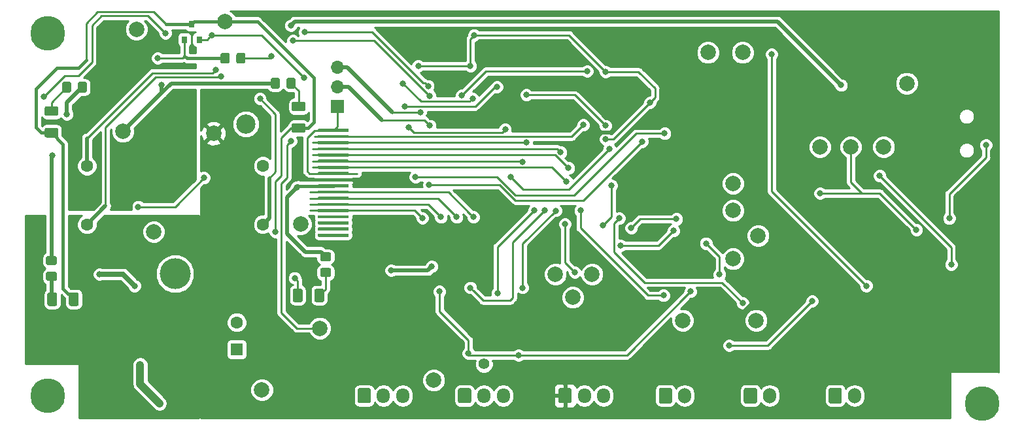
<source format=gbr>
G04 #@! TF.GenerationSoftware,KiCad,Pcbnew,(5.0.2)-1*
G04 #@! TF.CreationDate,2019-10-14T17:28:43+02:00*
G04 #@! TF.ProjectId,motoHUD,6d6f746f-4855-4442-9e6b-696361645f70,rev?*
G04 #@! TF.SameCoordinates,Original*
G04 #@! TF.FileFunction,Copper,L1,Top*
G04 #@! TF.FilePolarity,Positive*
%FSLAX46Y46*%
G04 Gerber Fmt 4.6, Leading zero omitted, Abs format (unit mm)*
G04 Created by KiCad (PCBNEW (5.0.2)-1) date 14.10.2019 17:28:43*
%MOMM*%
%LPD*%
G01*
G04 APERTURE LIST*
G04 #@! TA.AperFunction,Conductor*
%ADD10C,0.100000*%
G04 #@! TD*
G04 #@! TA.AperFunction,SMDPad,CuDef*
%ADD11C,0.400000*%
G04 #@! TD*
G04 #@! TA.AperFunction,ComponentPad*
%ADD12C,1.400000*%
G04 #@! TD*
G04 #@! TA.AperFunction,ComponentPad*
%ADD13C,2.000000*%
G04 #@! TD*
G04 #@! TA.AperFunction,ComponentPad*
%ADD14C,2.500000*%
G04 #@! TD*
G04 #@! TA.AperFunction,ComponentPad*
%ADD15C,4.000000*%
G04 #@! TD*
G04 #@! TA.AperFunction,ComponentPad*
%ADD16C,1.600000*%
G04 #@! TD*
G04 #@! TA.AperFunction,SMDPad,CuDef*
%ADD17R,0.800000X0.900000*%
G04 #@! TD*
G04 #@! TA.AperFunction,SMDPad,CuDef*
%ADD18C,1.250000*%
G04 #@! TD*
G04 #@! TA.AperFunction,ComponentPad*
%ADD19O,1.700000X1.950000*%
G04 #@! TD*
G04 #@! TA.AperFunction,ComponentPad*
%ADD20C,1.700000*%
G04 #@! TD*
G04 #@! TA.AperFunction,ComponentPad*
%ADD21O,1.700000X2.000000*%
G04 #@! TD*
G04 #@! TA.AperFunction,ComponentPad*
%ADD22R,1.700000X1.700000*%
G04 #@! TD*
G04 #@! TA.AperFunction,ComponentPad*
%ADD23O,1.700000X1.700000*%
G04 #@! TD*
G04 #@! TA.AperFunction,SMDPad,CuDef*
%ADD24C,1.150000*%
G04 #@! TD*
G04 #@! TA.AperFunction,ComponentPad*
%ADD25R,1.600000X1.600000*%
G04 #@! TD*
G04 #@! TA.AperFunction,ViaPad*
%ADD26C,4.500000*%
G04 #@! TD*
G04 #@! TA.AperFunction,ViaPad*
%ADD27C,0.800000*%
G04 #@! TD*
G04 #@! TA.AperFunction,Conductor*
%ADD28C,0.250000*%
G04 #@! TD*
G04 #@! TA.AperFunction,Conductor*
%ADD29C,1.000000*%
G04 #@! TD*
G04 #@! TA.AperFunction,Conductor*
%ADD30C,0.500000*%
G04 #@! TD*
G04 #@! TA.AperFunction,Conductor*
%ADD31C,0.400000*%
G04 #@! TD*
G04 #@! TA.AperFunction,Conductor*
%ADD32C,0.300000*%
G04 #@! TD*
G04 #@! TA.AperFunction,Conductor*
%ADD33C,0.700000*%
G04 #@! TD*
G04 #@! TA.AperFunction,Conductor*
%ADD34C,0.254000*%
G04 #@! TD*
G04 APERTURE END LIST*
D10*
G04 #@! TO.N,GND*
G04 #@! TO.C,J9*
G36*
X118909802Y-97400482D02*
X118919509Y-97401921D01*
X118929028Y-97404306D01*
X118938268Y-97407612D01*
X118947140Y-97411808D01*
X118955557Y-97416853D01*
X118963439Y-97422699D01*
X118970711Y-97429289D01*
X118977301Y-97436561D01*
X118983147Y-97444443D01*
X118988192Y-97452860D01*
X118992388Y-97461732D01*
X118995694Y-97470972D01*
X118998079Y-97480491D01*
X118999518Y-97490198D01*
X119000000Y-97500000D01*
X119000000Y-97700000D01*
X118999518Y-97709802D01*
X118998079Y-97719509D01*
X118995694Y-97729028D01*
X118992388Y-97738268D01*
X118988192Y-97747140D01*
X118983147Y-97755557D01*
X118977301Y-97763439D01*
X118970711Y-97770711D01*
X118963439Y-97777301D01*
X118955557Y-97783147D01*
X118947140Y-97788192D01*
X118938268Y-97792388D01*
X118929028Y-97795694D01*
X118919509Y-97798079D01*
X118909802Y-97799518D01*
X118900000Y-97800000D01*
X115100000Y-97800000D01*
X115090198Y-97799518D01*
X115080491Y-97798079D01*
X115070972Y-97795694D01*
X115061732Y-97792388D01*
X115052860Y-97788192D01*
X115044443Y-97783147D01*
X115036561Y-97777301D01*
X115029289Y-97770711D01*
X115022699Y-97763439D01*
X115016853Y-97755557D01*
X115011808Y-97747140D01*
X115007612Y-97738268D01*
X115004306Y-97729028D01*
X115001921Y-97719509D01*
X115000482Y-97709802D01*
X115000000Y-97700000D01*
X115000000Y-97500000D01*
X115000482Y-97490198D01*
X115001921Y-97480491D01*
X115004306Y-97470972D01*
X115007612Y-97461732D01*
X115011808Y-97452860D01*
X115016853Y-97444443D01*
X115022699Y-97436561D01*
X115029289Y-97429289D01*
X115036561Y-97422699D01*
X115044443Y-97416853D01*
X115052860Y-97411808D01*
X115061732Y-97407612D01*
X115070972Y-97404306D01*
X115080491Y-97401921D01*
X115090198Y-97400482D01*
X115100000Y-97400000D01*
X118900000Y-97400000D01*
X118909802Y-97400482D01*
X118909802Y-97400482D01*
G37*
D11*
G04 #@! TD*
G04 #@! TO.P,J9,1*
G04 #@! TO.N,GND*
X117000000Y-97600000D03*
D10*
G04 #@! TO.N,LCD_RESET*
G04 #@! TO.C,J9*
G36*
X118909802Y-98200482D02*
X118919509Y-98201921D01*
X118929028Y-98204306D01*
X118938268Y-98207612D01*
X118947140Y-98211808D01*
X118955557Y-98216853D01*
X118963439Y-98222699D01*
X118970711Y-98229289D01*
X118977301Y-98236561D01*
X118983147Y-98244443D01*
X118988192Y-98252860D01*
X118992388Y-98261732D01*
X118995694Y-98270972D01*
X118998079Y-98280491D01*
X118999518Y-98290198D01*
X119000000Y-98300000D01*
X119000000Y-98500000D01*
X118999518Y-98509802D01*
X118998079Y-98519509D01*
X118995694Y-98529028D01*
X118992388Y-98538268D01*
X118988192Y-98547140D01*
X118983147Y-98555557D01*
X118977301Y-98563439D01*
X118970711Y-98570711D01*
X118963439Y-98577301D01*
X118955557Y-98583147D01*
X118947140Y-98588192D01*
X118938268Y-98592388D01*
X118929028Y-98595694D01*
X118919509Y-98598079D01*
X118909802Y-98599518D01*
X118900000Y-98600000D01*
X115100000Y-98600000D01*
X115090198Y-98599518D01*
X115080491Y-98598079D01*
X115070972Y-98595694D01*
X115061732Y-98592388D01*
X115052860Y-98588192D01*
X115044443Y-98583147D01*
X115036561Y-98577301D01*
X115029289Y-98570711D01*
X115022699Y-98563439D01*
X115016853Y-98555557D01*
X115011808Y-98547140D01*
X115007612Y-98538268D01*
X115004306Y-98529028D01*
X115001921Y-98519509D01*
X115000482Y-98509802D01*
X115000000Y-98500000D01*
X115000000Y-98300000D01*
X115000482Y-98290198D01*
X115001921Y-98280491D01*
X115004306Y-98270972D01*
X115007612Y-98261732D01*
X115011808Y-98252860D01*
X115016853Y-98244443D01*
X115022699Y-98236561D01*
X115029289Y-98229289D01*
X115036561Y-98222699D01*
X115044443Y-98216853D01*
X115052860Y-98211808D01*
X115061732Y-98207612D01*
X115070972Y-98204306D01*
X115080491Y-98201921D01*
X115090198Y-98200482D01*
X115100000Y-98200000D01*
X118900000Y-98200000D01*
X118909802Y-98200482D01*
X118909802Y-98200482D01*
G37*
D11*
G04 #@! TD*
G04 #@! TO.P,J9,2*
G04 #@! TO.N,LCD_RESET*
X117000000Y-98400000D03*
D10*
G04 #@! TO.N,LCD_SCK*
G04 #@! TO.C,J9*
G36*
X118909802Y-99000482D02*
X118919509Y-99001921D01*
X118929028Y-99004306D01*
X118938268Y-99007612D01*
X118947140Y-99011808D01*
X118955557Y-99016853D01*
X118963439Y-99022699D01*
X118970711Y-99029289D01*
X118977301Y-99036561D01*
X118983147Y-99044443D01*
X118988192Y-99052860D01*
X118992388Y-99061732D01*
X118995694Y-99070972D01*
X118998079Y-99080491D01*
X118999518Y-99090198D01*
X119000000Y-99100000D01*
X119000000Y-99300000D01*
X118999518Y-99309802D01*
X118998079Y-99319509D01*
X118995694Y-99329028D01*
X118992388Y-99338268D01*
X118988192Y-99347140D01*
X118983147Y-99355557D01*
X118977301Y-99363439D01*
X118970711Y-99370711D01*
X118963439Y-99377301D01*
X118955557Y-99383147D01*
X118947140Y-99388192D01*
X118938268Y-99392388D01*
X118929028Y-99395694D01*
X118919509Y-99398079D01*
X118909802Y-99399518D01*
X118900000Y-99400000D01*
X115100000Y-99400000D01*
X115090198Y-99399518D01*
X115080491Y-99398079D01*
X115070972Y-99395694D01*
X115061732Y-99392388D01*
X115052860Y-99388192D01*
X115044443Y-99383147D01*
X115036561Y-99377301D01*
X115029289Y-99370711D01*
X115022699Y-99363439D01*
X115016853Y-99355557D01*
X115011808Y-99347140D01*
X115007612Y-99338268D01*
X115004306Y-99329028D01*
X115001921Y-99319509D01*
X115000482Y-99309802D01*
X115000000Y-99300000D01*
X115000000Y-99100000D01*
X115000482Y-99090198D01*
X115001921Y-99080491D01*
X115004306Y-99070972D01*
X115007612Y-99061732D01*
X115011808Y-99052860D01*
X115016853Y-99044443D01*
X115022699Y-99036561D01*
X115029289Y-99029289D01*
X115036561Y-99022699D01*
X115044443Y-99016853D01*
X115052860Y-99011808D01*
X115061732Y-99007612D01*
X115070972Y-99004306D01*
X115080491Y-99001921D01*
X115090198Y-99000482D01*
X115100000Y-99000000D01*
X118900000Y-99000000D01*
X118909802Y-99000482D01*
X118909802Y-99000482D01*
G37*
D11*
G04 #@! TD*
G04 #@! TO.P,J9,3*
G04 #@! TO.N,LCD_SCK*
X117000000Y-99200000D03*
D10*
G04 #@! TO.N,LCD_DC*
G04 #@! TO.C,J9*
G36*
X118909802Y-99800482D02*
X118919509Y-99801921D01*
X118929028Y-99804306D01*
X118938268Y-99807612D01*
X118947140Y-99811808D01*
X118955557Y-99816853D01*
X118963439Y-99822699D01*
X118970711Y-99829289D01*
X118977301Y-99836561D01*
X118983147Y-99844443D01*
X118988192Y-99852860D01*
X118992388Y-99861732D01*
X118995694Y-99870972D01*
X118998079Y-99880491D01*
X118999518Y-99890198D01*
X119000000Y-99900000D01*
X119000000Y-100100000D01*
X118999518Y-100109802D01*
X118998079Y-100119509D01*
X118995694Y-100129028D01*
X118992388Y-100138268D01*
X118988192Y-100147140D01*
X118983147Y-100155557D01*
X118977301Y-100163439D01*
X118970711Y-100170711D01*
X118963439Y-100177301D01*
X118955557Y-100183147D01*
X118947140Y-100188192D01*
X118938268Y-100192388D01*
X118929028Y-100195694D01*
X118919509Y-100198079D01*
X118909802Y-100199518D01*
X118900000Y-100200000D01*
X115100000Y-100200000D01*
X115090198Y-100199518D01*
X115080491Y-100198079D01*
X115070972Y-100195694D01*
X115061732Y-100192388D01*
X115052860Y-100188192D01*
X115044443Y-100183147D01*
X115036561Y-100177301D01*
X115029289Y-100170711D01*
X115022699Y-100163439D01*
X115016853Y-100155557D01*
X115011808Y-100147140D01*
X115007612Y-100138268D01*
X115004306Y-100129028D01*
X115001921Y-100119509D01*
X115000482Y-100109802D01*
X115000000Y-100100000D01*
X115000000Y-99900000D01*
X115000482Y-99890198D01*
X115001921Y-99880491D01*
X115004306Y-99870972D01*
X115007612Y-99861732D01*
X115011808Y-99852860D01*
X115016853Y-99844443D01*
X115022699Y-99836561D01*
X115029289Y-99829289D01*
X115036561Y-99822699D01*
X115044443Y-99816853D01*
X115052860Y-99811808D01*
X115061732Y-99807612D01*
X115070972Y-99804306D01*
X115080491Y-99801921D01*
X115090198Y-99800482D01*
X115100000Y-99800000D01*
X118900000Y-99800000D01*
X118909802Y-99800482D01*
X118909802Y-99800482D01*
G37*
D11*
G04 #@! TD*
G04 #@! TO.P,J9,4*
G04 #@! TO.N,LCD_DC*
X117000000Y-100000000D03*
D10*
G04 #@! TO.N,LCD_CS*
G04 #@! TO.C,J9*
G36*
X118909802Y-100600482D02*
X118919509Y-100601921D01*
X118929028Y-100604306D01*
X118938268Y-100607612D01*
X118947140Y-100611808D01*
X118955557Y-100616853D01*
X118963439Y-100622699D01*
X118970711Y-100629289D01*
X118977301Y-100636561D01*
X118983147Y-100644443D01*
X118988192Y-100652860D01*
X118992388Y-100661732D01*
X118995694Y-100670972D01*
X118998079Y-100680491D01*
X118999518Y-100690198D01*
X119000000Y-100700000D01*
X119000000Y-100900000D01*
X118999518Y-100909802D01*
X118998079Y-100919509D01*
X118995694Y-100929028D01*
X118992388Y-100938268D01*
X118988192Y-100947140D01*
X118983147Y-100955557D01*
X118977301Y-100963439D01*
X118970711Y-100970711D01*
X118963439Y-100977301D01*
X118955557Y-100983147D01*
X118947140Y-100988192D01*
X118938268Y-100992388D01*
X118929028Y-100995694D01*
X118919509Y-100998079D01*
X118909802Y-100999518D01*
X118900000Y-101000000D01*
X115100000Y-101000000D01*
X115090198Y-100999518D01*
X115080491Y-100998079D01*
X115070972Y-100995694D01*
X115061732Y-100992388D01*
X115052860Y-100988192D01*
X115044443Y-100983147D01*
X115036561Y-100977301D01*
X115029289Y-100970711D01*
X115022699Y-100963439D01*
X115016853Y-100955557D01*
X115011808Y-100947140D01*
X115007612Y-100938268D01*
X115004306Y-100929028D01*
X115001921Y-100919509D01*
X115000482Y-100909802D01*
X115000000Y-100900000D01*
X115000000Y-100700000D01*
X115000482Y-100690198D01*
X115001921Y-100680491D01*
X115004306Y-100670972D01*
X115007612Y-100661732D01*
X115011808Y-100652860D01*
X115016853Y-100644443D01*
X115022699Y-100636561D01*
X115029289Y-100629289D01*
X115036561Y-100622699D01*
X115044443Y-100616853D01*
X115052860Y-100611808D01*
X115061732Y-100607612D01*
X115070972Y-100604306D01*
X115080491Y-100601921D01*
X115090198Y-100600482D01*
X115100000Y-100600000D01*
X118900000Y-100600000D01*
X118909802Y-100600482D01*
X118909802Y-100600482D01*
G37*
D11*
G04 #@! TD*
G04 #@! TO.P,J9,5*
G04 #@! TO.N,LCD_CS*
X117000000Y-100800000D03*
D10*
G04 #@! TO.N,LCD_MOSI*
G04 #@! TO.C,J9*
G36*
X118909802Y-101400482D02*
X118919509Y-101401921D01*
X118929028Y-101404306D01*
X118938268Y-101407612D01*
X118947140Y-101411808D01*
X118955557Y-101416853D01*
X118963439Y-101422699D01*
X118970711Y-101429289D01*
X118977301Y-101436561D01*
X118983147Y-101444443D01*
X118988192Y-101452860D01*
X118992388Y-101461732D01*
X118995694Y-101470972D01*
X118998079Y-101480491D01*
X118999518Y-101490198D01*
X119000000Y-101500000D01*
X119000000Y-101700000D01*
X118999518Y-101709802D01*
X118998079Y-101719509D01*
X118995694Y-101729028D01*
X118992388Y-101738268D01*
X118988192Y-101747140D01*
X118983147Y-101755557D01*
X118977301Y-101763439D01*
X118970711Y-101770711D01*
X118963439Y-101777301D01*
X118955557Y-101783147D01*
X118947140Y-101788192D01*
X118938268Y-101792388D01*
X118929028Y-101795694D01*
X118919509Y-101798079D01*
X118909802Y-101799518D01*
X118900000Y-101800000D01*
X115100000Y-101800000D01*
X115090198Y-101799518D01*
X115080491Y-101798079D01*
X115070972Y-101795694D01*
X115061732Y-101792388D01*
X115052860Y-101788192D01*
X115044443Y-101783147D01*
X115036561Y-101777301D01*
X115029289Y-101770711D01*
X115022699Y-101763439D01*
X115016853Y-101755557D01*
X115011808Y-101747140D01*
X115007612Y-101738268D01*
X115004306Y-101729028D01*
X115001921Y-101719509D01*
X115000482Y-101709802D01*
X115000000Y-101700000D01*
X115000000Y-101500000D01*
X115000482Y-101490198D01*
X115001921Y-101480491D01*
X115004306Y-101470972D01*
X115007612Y-101461732D01*
X115011808Y-101452860D01*
X115016853Y-101444443D01*
X115022699Y-101436561D01*
X115029289Y-101429289D01*
X115036561Y-101422699D01*
X115044443Y-101416853D01*
X115052860Y-101411808D01*
X115061732Y-101407612D01*
X115070972Y-101404306D01*
X115080491Y-101401921D01*
X115090198Y-101400482D01*
X115100000Y-101400000D01*
X118900000Y-101400000D01*
X118909802Y-101400482D01*
X118909802Y-101400482D01*
G37*
D11*
G04 #@! TD*
G04 #@! TO.P,J9,6*
G04 #@! TO.N,LCD_MOSI*
X117000000Y-101600000D03*
D10*
G04 #@! TO.N,LCD_MISO*
G04 #@! TO.C,J9*
G36*
X118909802Y-102200482D02*
X118919509Y-102201921D01*
X118929028Y-102204306D01*
X118938268Y-102207612D01*
X118947140Y-102211808D01*
X118955557Y-102216853D01*
X118963439Y-102222699D01*
X118970711Y-102229289D01*
X118977301Y-102236561D01*
X118983147Y-102244443D01*
X118988192Y-102252860D01*
X118992388Y-102261732D01*
X118995694Y-102270972D01*
X118998079Y-102280491D01*
X118999518Y-102290198D01*
X119000000Y-102300000D01*
X119000000Y-102500000D01*
X118999518Y-102509802D01*
X118998079Y-102519509D01*
X118995694Y-102529028D01*
X118992388Y-102538268D01*
X118988192Y-102547140D01*
X118983147Y-102555557D01*
X118977301Y-102563439D01*
X118970711Y-102570711D01*
X118963439Y-102577301D01*
X118955557Y-102583147D01*
X118947140Y-102588192D01*
X118938268Y-102592388D01*
X118929028Y-102595694D01*
X118919509Y-102598079D01*
X118909802Y-102599518D01*
X118900000Y-102600000D01*
X115100000Y-102600000D01*
X115090198Y-102599518D01*
X115080491Y-102598079D01*
X115070972Y-102595694D01*
X115061732Y-102592388D01*
X115052860Y-102588192D01*
X115044443Y-102583147D01*
X115036561Y-102577301D01*
X115029289Y-102570711D01*
X115022699Y-102563439D01*
X115016853Y-102555557D01*
X115011808Y-102547140D01*
X115007612Y-102538268D01*
X115004306Y-102529028D01*
X115001921Y-102519509D01*
X115000482Y-102509802D01*
X115000000Y-102500000D01*
X115000000Y-102300000D01*
X115000482Y-102290198D01*
X115001921Y-102280491D01*
X115004306Y-102270972D01*
X115007612Y-102261732D01*
X115011808Y-102252860D01*
X115016853Y-102244443D01*
X115022699Y-102236561D01*
X115029289Y-102229289D01*
X115036561Y-102222699D01*
X115044443Y-102216853D01*
X115052860Y-102211808D01*
X115061732Y-102207612D01*
X115070972Y-102204306D01*
X115080491Y-102201921D01*
X115090198Y-102200482D01*
X115100000Y-102200000D01*
X118900000Y-102200000D01*
X118909802Y-102200482D01*
X118909802Y-102200482D01*
G37*
D11*
G04 #@! TD*
G04 #@! TO.P,J9,7*
G04 #@! TO.N,LCD_MISO*
X117000000Y-102400000D03*
D10*
G04 #@! TO.N,GND*
G04 #@! TO.C,J9*
G36*
X118909802Y-103000482D02*
X118919509Y-103001921D01*
X118929028Y-103004306D01*
X118938268Y-103007612D01*
X118947140Y-103011808D01*
X118955557Y-103016853D01*
X118963439Y-103022699D01*
X118970711Y-103029289D01*
X118977301Y-103036561D01*
X118983147Y-103044443D01*
X118988192Y-103052860D01*
X118992388Y-103061732D01*
X118995694Y-103070972D01*
X118998079Y-103080491D01*
X118999518Y-103090198D01*
X119000000Y-103100000D01*
X119000000Y-103300000D01*
X118999518Y-103309802D01*
X118998079Y-103319509D01*
X118995694Y-103329028D01*
X118992388Y-103338268D01*
X118988192Y-103347140D01*
X118983147Y-103355557D01*
X118977301Y-103363439D01*
X118970711Y-103370711D01*
X118963439Y-103377301D01*
X118955557Y-103383147D01*
X118947140Y-103388192D01*
X118938268Y-103392388D01*
X118929028Y-103395694D01*
X118919509Y-103398079D01*
X118909802Y-103399518D01*
X118900000Y-103400000D01*
X115100000Y-103400000D01*
X115090198Y-103399518D01*
X115080491Y-103398079D01*
X115070972Y-103395694D01*
X115061732Y-103392388D01*
X115052860Y-103388192D01*
X115044443Y-103383147D01*
X115036561Y-103377301D01*
X115029289Y-103370711D01*
X115022699Y-103363439D01*
X115016853Y-103355557D01*
X115011808Y-103347140D01*
X115007612Y-103338268D01*
X115004306Y-103329028D01*
X115001921Y-103319509D01*
X115000482Y-103309802D01*
X115000000Y-103300000D01*
X115000000Y-103100000D01*
X115000482Y-103090198D01*
X115001921Y-103080491D01*
X115004306Y-103070972D01*
X115007612Y-103061732D01*
X115011808Y-103052860D01*
X115016853Y-103044443D01*
X115022699Y-103036561D01*
X115029289Y-103029289D01*
X115036561Y-103022699D01*
X115044443Y-103016853D01*
X115052860Y-103011808D01*
X115061732Y-103007612D01*
X115070972Y-103004306D01*
X115080491Y-103001921D01*
X115090198Y-103000482D01*
X115100000Y-103000000D01*
X118900000Y-103000000D01*
X118909802Y-103000482D01*
X118909802Y-103000482D01*
G37*
D11*
G04 #@! TD*
G04 #@! TO.P,J9,8*
G04 #@! TO.N,GND*
X117000000Y-103200000D03*
D10*
G04 #@! TO.N,+3V3*
G04 #@! TO.C,J9*
G36*
X118909802Y-103800482D02*
X118919509Y-103801921D01*
X118929028Y-103804306D01*
X118938268Y-103807612D01*
X118947140Y-103811808D01*
X118955557Y-103816853D01*
X118963439Y-103822699D01*
X118970711Y-103829289D01*
X118977301Y-103836561D01*
X118983147Y-103844443D01*
X118988192Y-103852860D01*
X118992388Y-103861732D01*
X118995694Y-103870972D01*
X118998079Y-103880491D01*
X118999518Y-103890198D01*
X119000000Y-103900000D01*
X119000000Y-104100000D01*
X118999518Y-104109802D01*
X118998079Y-104119509D01*
X118995694Y-104129028D01*
X118992388Y-104138268D01*
X118988192Y-104147140D01*
X118983147Y-104155557D01*
X118977301Y-104163439D01*
X118970711Y-104170711D01*
X118963439Y-104177301D01*
X118955557Y-104183147D01*
X118947140Y-104188192D01*
X118938268Y-104192388D01*
X118929028Y-104195694D01*
X118919509Y-104198079D01*
X118909802Y-104199518D01*
X118900000Y-104200000D01*
X115100000Y-104200000D01*
X115090198Y-104199518D01*
X115080491Y-104198079D01*
X115070972Y-104195694D01*
X115061732Y-104192388D01*
X115052860Y-104188192D01*
X115044443Y-104183147D01*
X115036561Y-104177301D01*
X115029289Y-104170711D01*
X115022699Y-104163439D01*
X115016853Y-104155557D01*
X115011808Y-104147140D01*
X115007612Y-104138268D01*
X115004306Y-104129028D01*
X115001921Y-104119509D01*
X115000482Y-104109802D01*
X115000000Y-104100000D01*
X115000000Y-103900000D01*
X115000482Y-103890198D01*
X115001921Y-103880491D01*
X115004306Y-103870972D01*
X115007612Y-103861732D01*
X115011808Y-103852860D01*
X115016853Y-103844443D01*
X115022699Y-103836561D01*
X115029289Y-103829289D01*
X115036561Y-103822699D01*
X115044443Y-103816853D01*
X115052860Y-103811808D01*
X115061732Y-103807612D01*
X115070972Y-103804306D01*
X115080491Y-103801921D01*
X115090198Y-103800482D01*
X115100000Y-103800000D01*
X118900000Y-103800000D01*
X118909802Y-103800482D01*
X118909802Y-103800482D01*
G37*
D11*
G04 #@! TD*
G04 #@! TO.P,J9,9*
G04 #@! TO.N,+3V3*
X117000000Y-104000000D03*
D10*
G04 #@! TO.N,+5V*
G04 #@! TO.C,J9*
G36*
X118909802Y-104600482D02*
X118919509Y-104601921D01*
X118929028Y-104604306D01*
X118938268Y-104607612D01*
X118947140Y-104611808D01*
X118955557Y-104616853D01*
X118963439Y-104622699D01*
X118970711Y-104629289D01*
X118977301Y-104636561D01*
X118983147Y-104644443D01*
X118988192Y-104652860D01*
X118992388Y-104661732D01*
X118995694Y-104670972D01*
X118998079Y-104680491D01*
X118999518Y-104690198D01*
X119000000Y-104700000D01*
X119000000Y-104900000D01*
X118999518Y-104909802D01*
X118998079Y-104919509D01*
X118995694Y-104929028D01*
X118992388Y-104938268D01*
X118988192Y-104947140D01*
X118983147Y-104955557D01*
X118977301Y-104963439D01*
X118970711Y-104970711D01*
X118963439Y-104977301D01*
X118955557Y-104983147D01*
X118947140Y-104988192D01*
X118938268Y-104992388D01*
X118929028Y-104995694D01*
X118919509Y-104998079D01*
X118909802Y-104999518D01*
X118900000Y-105000000D01*
X115100000Y-105000000D01*
X115090198Y-104999518D01*
X115080491Y-104998079D01*
X115070972Y-104995694D01*
X115061732Y-104992388D01*
X115052860Y-104988192D01*
X115044443Y-104983147D01*
X115036561Y-104977301D01*
X115029289Y-104970711D01*
X115022699Y-104963439D01*
X115016853Y-104955557D01*
X115011808Y-104947140D01*
X115007612Y-104938268D01*
X115004306Y-104929028D01*
X115001921Y-104919509D01*
X115000482Y-104909802D01*
X115000000Y-104900000D01*
X115000000Y-104700000D01*
X115000482Y-104690198D01*
X115001921Y-104680491D01*
X115004306Y-104670972D01*
X115007612Y-104661732D01*
X115011808Y-104652860D01*
X115016853Y-104644443D01*
X115022699Y-104636561D01*
X115029289Y-104629289D01*
X115036561Y-104622699D01*
X115044443Y-104616853D01*
X115052860Y-104611808D01*
X115061732Y-104607612D01*
X115070972Y-104604306D01*
X115080491Y-104601921D01*
X115090198Y-104600482D01*
X115100000Y-104600000D01*
X118900000Y-104600000D01*
X118909802Y-104600482D01*
X118909802Y-104600482D01*
G37*
D11*
G04 #@! TD*
G04 #@! TO.P,J9,10*
G04 #@! TO.N,+5V*
X117000000Y-104800000D03*
D10*
G04 #@! TO.N,Net-(J9-Pad11)*
G04 #@! TO.C,J9*
G36*
X118909802Y-105400482D02*
X118919509Y-105401921D01*
X118929028Y-105404306D01*
X118938268Y-105407612D01*
X118947140Y-105411808D01*
X118955557Y-105416853D01*
X118963439Y-105422699D01*
X118970711Y-105429289D01*
X118977301Y-105436561D01*
X118983147Y-105444443D01*
X118988192Y-105452860D01*
X118992388Y-105461732D01*
X118995694Y-105470972D01*
X118998079Y-105480491D01*
X118999518Y-105490198D01*
X119000000Y-105500000D01*
X119000000Y-105700000D01*
X118999518Y-105709802D01*
X118998079Y-105719509D01*
X118995694Y-105729028D01*
X118992388Y-105738268D01*
X118988192Y-105747140D01*
X118983147Y-105755557D01*
X118977301Y-105763439D01*
X118970711Y-105770711D01*
X118963439Y-105777301D01*
X118955557Y-105783147D01*
X118947140Y-105788192D01*
X118938268Y-105792388D01*
X118929028Y-105795694D01*
X118919509Y-105798079D01*
X118909802Y-105799518D01*
X118900000Y-105800000D01*
X115100000Y-105800000D01*
X115090198Y-105799518D01*
X115080491Y-105798079D01*
X115070972Y-105795694D01*
X115061732Y-105792388D01*
X115052860Y-105788192D01*
X115044443Y-105783147D01*
X115036561Y-105777301D01*
X115029289Y-105770711D01*
X115022699Y-105763439D01*
X115016853Y-105755557D01*
X115011808Y-105747140D01*
X115007612Y-105738268D01*
X115004306Y-105729028D01*
X115001921Y-105719509D01*
X115000482Y-105709802D01*
X115000000Y-105700000D01*
X115000000Y-105500000D01*
X115000482Y-105490198D01*
X115001921Y-105480491D01*
X115004306Y-105470972D01*
X115007612Y-105461732D01*
X115011808Y-105452860D01*
X115016853Y-105444443D01*
X115022699Y-105436561D01*
X115029289Y-105429289D01*
X115036561Y-105422699D01*
X115044443Y-105416853D01*
X115052860Y-105411808D01*
X115061732Y-105407612D01*
X115070972Y-105404306D01*
X115080491Y-105401921D01*
X115090198Y-105400482D01*
X115100000Y-105400000D01*
X118900000Y-105400000D01*
X118909802Y-105400482D01*
X118909802Y-105400482D01*
G37*
D11*
G04 #@! TD*
G04 #@! TO.P,J9,11*
G04 #@! TO.N,Net-(J9-Pad11)*
X117000000Y-105600000D03*
D10*
G04 #@! TO.N,Net-(J9-Pad12)*
G04 #@! TO.C,J9*
G36*
X118909802Y-106200482D02*
X118919509Y-106201921D01*
X118929028Y-106204306D01*
X118938268Y-106207612D01*
X118947140Y-106211808D01*
X118955557Y-106216853D01*
X118963439Y-106222699D01*
X118970711Y-106229289D01*
X118977301Y-106236561D01*
X118983147Y-106244443D01*
X118988192Y-106252860D01*
X118992388Y-106261732D01*
X118995694Y-106270972D01*
X118998079Y-106280491D01*
X118999518Y-106290198D01*
X119000000Y-106300000D01*
X119000000Y-106500000D01*
X118999518Y-106509802D01*
X118998079Y-106519509D01*
X118995694Y-106529028D01*
X118992388Y-106538268D01*
X118988192Y-106547140D01*
X118983147Y-106555557D01*
X118977301Y-106563439D01*
X118970711Y-106570711D01*
X118963439Y-106577301D01*
X118955557Y-106583147D01*
X118947140Y-106588192D01*
X118938268Y-106592388D01*
X118929028Y-106595694D01*
X118919509Y-106598079D01*
X118909802Y-106599518D01*
X118900000Y-106600000D01*
X115100000Y-106600000D01*
X115090198Y-106599518D01*
X115080491Y-106598079D01*
X115070972Y-106595694D01*
X115061732Y-106592388D01*
X115052860Y-106588192D01*
X115044443Y-106583147D01*
X115036561Y-106577301D01*
X115029289Y-106570711D01*
X115022699Y-106563439D01*
X115016853Y-106555557D01*
X115011808Y-106547140D01*
X115007612Y-106538268D01*
X115004306Y-106529028D01*
X115001921Y-106519509D01*
X115000482Y-106509802D01*
X115000000Y-106500000D01*
X115000000Y-106300000D01*
X115000482Y-106290198D01*
X115001921Y-106280491D01*
X115004306Y-106270972D01*
X115007612Y-106261732D01*
X115011808Y-106252860D01*
X115016853Y-106244443D01*
X115022699Y-106236561D01*
X115029289Y-106229289D01*
X115036561Y-106222699D01*
X115044443Y-106216853D01*
X115052860Y-106211808D01*
X115061732Y-106207612D01*
X115070972Y-106204306D01*
X115080491Y-106201921D01*
X115090198Y-106200482D01*
X115100000Y-106200000D01*
X118900000Y-106200000D01*
X118909802Y-106200482D01*
X118909802Y-106200482D01*
G37*
D11*
G04 #@! TD*
G04 #@! TO.P,J9,12*
G04 #@! TO.N,Net-(J9-Pad12)*
X117000000Y-106400000D03*
D10*
G04 #@! TO.N,Net-(J9-Pad13)*
G04 #@! TO.C,J9*
G36*
X118909802Y-107000482D02*
X118919509Y-107001921D01*
X118929028Y-107004306D01*
X118938268Y-107007612D01*
X118947140Y-107011808D01*
X118955557Y-107016853D01*
X118963439Y-107022699D01*
X118970711Y-107029289D01*
X118977301Y-107036561D01*
X118983147Y-107044443D01*
X118988192Y-107052860D01*
X118992388Y-107061732D01*
X118995694Y-107070972D01*
X118998079Y-107080491D01*
X118999518Y-107090198D01*
X119000000Y-107100000D01*
X119000000Y-107300000D01*
X118999518Y-107309802D01*
X118998079Y-107319509D01*
X118995694Y-107329028D01*
X118992388Y-107338268D01*
X118988192Y-107347140D01*
X118983147Y-107355557D01*
X118977301Y-107363439D01*
X118970711Y-107370711D01*
X118963439Y-107377301D01*
X118955557Y-107383147D01*
X118947140Y-107388192D01*
X118938268Y-107392388D01*
X118929028Y-107395694D01*
X118919509Y-107398079D01*
X118909802Y-107399518D01*
X118900000Y-107400000D01*
X115100000Y-107400000D01*
X115090198Y-107399518D01*
X115080491Y-107398079D01*
X115070972Y-107395694D01*
X115061732Y-107392388D01*
X115052860Y-107388192D01*
X115044443Y-107383147D01*
X115036561Y-107377301D01*
X115029289Y-107370711D01*
X115022699Y-107363439D01*
X115016853Y-107355557D01*
X115011808Y-107347140D01*
X115007612Y-107338268D01*
X115004306Y-107329028D01*
X115001921Y-107319509D01*
X115000482Y-107309802D01*
X115000000Y-107300000D01*
X115000000Y-107100000D01*
X115000482Y-107090198D01*
X115001921Y-107080491D01*
X115004306Y-107070972D01*
X115007612Y-107061732D01*
X115011808Y-107052860D01*
X115016853Y-107044443D01*
X115022699Y-107036561D01*
X115029289Y-107029289D01*
X115036561Y-107022699D01*
X115044443Y-107016853D01*
X115052860Y-107011808D01*
X115061732Y-107007612D01*
X115070972Y-107004306D01*
X115080491Y-107001921D01*
X115090198Y-107000482D01*
X115100000Y-107000000D01*
X118900000Y-107000000D01*
X118909802Y-107000482D01*
X118909802Y-107000482D01*
G37*
D11*
G04 #@! TD*
G04 #@! TO.P,J9,13*
G04 #@! TO.N,Net-(J9-Pad13)*
X117000000Y-107200000D03*
D10*
G04 #@! TO.N,Net-(J9-Pad14)*
G04 #@! TO.C,J9*
G36*
X118909802Y-107800482D02*
X118919509Y-107801921D01*
X118929028Y-107804306D01*
X118938268Y-107807612D01*
X118947140Y-107811808D01*
X118955557Y-107816853D01*
X118963439Y-107822699D01*
X118970711Y-107829289D01*
X118977301Y-107836561D01*
X118983147Y-107844443D01*
X118988192Y-107852860D01*
X118992388Y-107861732D01*
X118995694Y-107870972D01*
X118998079Y-107880491D01*
X118999518Y-107890198D01*
X119000000Y-107900000D01*
X119000000Y-108100000D01*
X118999518Y-108109802D01*
X118998079Y-108119509D01*
X118995694Y-108129028D01*
X118992388Y-108138268D01*
X118988192Y-108147140D01*
X118983147Y-108155557D01*
X118977301Y-108163439D01*
X118970711Y-108170711D01*
X118963439Y-108177301D01*
X118955557Y-108183147D01*
X118947140Y-108188192D01*
X118938268Y-108192388D01*
X118929028Y-108195694D01*
X118919509Y-108198079D01*
X118909802Y-108199518D01*
X118900000Y-108200000D01*
X115100000Y-108200000D01*
X115090198Y-108199518D01*
X115080491Y-108198079D01*
X115070972Y-108195694D01*
X115061732Y-108192388D01*
X115052860Y-108188192D01*
X115044443Y-108183147D01*
X115036561Y-108177301D01*
X115029289Y-108170711D01*
X115022699Y-108163439D01*
X115016853Y-108155557D01*
X115011808Y-108147140D01*
X115007612Y-108138268D01*
X115004306Y-108129028D01*
X115001921Y-108119509D01*
X115000482Y-108109802D01*
X115000000Y-108100000D01*
X115000000Y-107900000D01*
X115000482Y-107890198D01*
X115001921Y-107880491D01*
X115004306Y-107870972D01*
X115007612Y-107861732D01*
X115011808Y-107852860D01*
X115016853Y-107844443D01*
X115022699Y-107836561D01*
X115029289Y-107829289D01*
X115036561Y-107822699D01*
X115044443Y-107816853D01*
X115052860Y-107811808D01*
X115061732Y-107807612D01*
X115070972Y-107804306D01*
X115080491Y-107801921D01*
X115090198Y-107800482D01*
X115100000Y-107800000D01*
X118900000Y-107800000D01*
X118909802Y-107800482D01*
X118909802Y-107800482D01*
G37*
D11*
G04 #@! TD*
G04 #@! TO.P,J9,14*
G04 #@! TO.N,Net-(J9-Pad14)*
X117000000Y-108000000D03*
D10*
G04 #@! TO.N,Net-(J9-Pad15)*
G04 #@! TO.C,J9*
G36*
X118909802Y-108600482D02*
X118919509Y-108601921D01*
X118929028Y-108604306D01*
X118938268Y-108607612D01*
X118947140Y-108611808D01*
X118955557Y-108616853D01*
X118963439Y-108622699D01*
X118970711Y-108629289D01*
X118977301Y-108636561D01*
X118983147Y-108644443D01*
X118988192Y-108652860D01*
X118992388Y-108661732D01*
X118995694Y-108670972D01*
X118998079Y-108680491D01*
X118999518Y-108690198D01*
X119000000Y-108700000D01*
X119000000Y-108900000D01*
X118999518Y-108909802D01*
X118998079Y-108919509D01*
X118995694Y-108929028D01*
X118992388Y-108938268D01*
X118988192Y-108947140D01*
X118983147Y-108955557D01*
X118977301Y-108963439D01*
X118970711Y-108970711D01*
X118963439Y-108977301D01*
X118955557Y-108983147D01*
X118947140Y-108988192D01*
X118938268Y-108992388D01*
X118929028Y-108995694D01*
X118919509Y-108998079D01*
X118909802Y-108999518D01*
X118900000Y-109000000D01*
X115100000Y-109000000D01*
X115090198Y-108999518D01*
X115080491Y-108998079D01*
X115070972Y-108995694D01*
X115061732Y-108992388D01*
X115052860Y-108988192D01*
X115044443Y-108983147D01*
X115036561Y-108977301D01*
X115029289Y-108970711D01*
X115022699Y-108963439D01*
X115016853Y-108955557D01*
X115011808Y-108947140D01*
X115007612Y-108938268D01*
X115004306Y-108929028D01*
X115001921Y-108919509D01*
X115000482Y-108909802D01*
X115000000Y-108900000D01*
X115000000Y-108700000D01*
X115000482Y-108690198D01*
X115001921Y-108680491D01*
X115004306Y-108670972D01*
X115007612Y-108661732D01*
X115011808Y-108652860D01*
X115016853Y-108644443D01*
X115022699Y-108636561D01*
X115029289Y-108629289D01*
X115036561Y-108622699D01*
X115044443Y-108616853D01*
X115052860Y-108611808D01*
X115061732Y-108607612D01*
X115070972Y-108604306D01*
X115080491Y-108601921D01*
X115090198Y-108600482D01*
X115100000Y-108600000D01*
X118900000Y-108600000D01*
X118909802Y-108600482D01*
X118909802Y-108600482D01*
G37*
D11*
G04 #@! TD*
G04 #@! TO.P,J9,15*
G04 #@! TO.N,Net-(J9-Pad15)*
X117000000Y-108800000D03*
D10*
G04 #@! TO.N,Net-(J9-Pad16)*
G04 #@! TO.C,J9*
G36*
X118909802Y-109400482D02*
X118919509Y-109401921D01*
X118929028Y-109404306D01*
X118938268Y-109407612D01*
X118947140Y-109411808D01*
X118955557Y-109416853D01*
X118963439Y-109422699D01*
X118970711Y-109429289D01*
X118977301Y-109436561D01*
X118983147Y-109444443D01*
X118988192Y-109452860D01*
X118992388Y-109461732D01*
X118995694Y-109470972D01*
X118998079Y-109480491D01*
X118999518Y-109490198D01*
X119000000Y-109500000D01*
X119000000Y-109700000D01*
X118999518Y-109709802D01*
X118998079Y-109719509D01*
X118995694Y-109729028D01*
X118992388Y-109738268D01*
X118988192Y-109747140D01*
X118983147Y-109755557D01*
X118977301Y-109763439D01*
X118970711Y-109770711D01*
X118963439Y-109777301D01*
X118955557Y-109783147D01*
X118947140Y-109788192D01*
X118938268Y-109792388D01*
X118929028Y-109795694D01*
X118919509Y-109798079D01*
X118909802Y-109799518D01*
X118900000Y-109800000D01*
X115100000Y-109800000D01*
X115090198Y-109799518D01*
X115080491Y-109798079D01*
X115070972Y-109795694D01*
X115061732Y-109792388D01*
X115052860Y-109788192D01*
X115044443Y-109783147D01*
X115036561Y-109777301D01*
X115029289Y-109770711D01*
X115022699Y-109763439D01*
X115016853Y-109755557D01*
X115011808Y-109747140D01*
X115007612Y-109738268D01*
X115004306Y-109729028D01*
X115001921Y-109719509D01*
X115000482Y-109709802D01*
X115000000Y-109700000D01*
X115000000Y-109500000D01*
X115000482Y-109490198D01*
X115001921Y-109480491D01*
X115004306Y-109470972D01*
X115007612Y-109461732D01*
X115011808Y-109452860D01*
X115016853Y-109444443D01*
X115022699Y-109436561D01*
X115029289Y-109429289D01*
X115036561Y-109422699D01*
X115044443Y-109416853D01*
X115052860Y-109411808D01*
X115061732Y-109407612D01*
X115070972Y-109404306D01*
X115080491Y-109401921D01*
X115090198Y-109400482D01*
X115100000Y-109400000D01*
X118900000Y-109400000D01*
X118909802Y-109400482D01*
X118909802Y-109400482D01*
G37*
D11*
G04 #@! TD*
G04 #@! TO.P,J9,16*
G04 #@! TO.N,Net-(J9-Pad16)*
X117000000Y-109600000D03*
D10*
G04 #@! TO.N,Net-(J9-Pad17)*
G04 #@! TO.C,J9*
G36*
X118909802Y-110200482D02*
X118919509Y-110201921D01*
X118929028Y-110204306D01*
X118938268Y-110207612D01*
X118947140Y-110211808D01*
X118955557Y-110216853D01*
X118963439Y-110222699D01*
X118970711Y-110229289D01*
X118977301Y-110236561D01*
X118983147Y-110244443D01*
X118988192Y-110252860D01*
X118992388Y-110261732D01*
X118995694Y-110270972D01*
X118998079Y-110280491D01*
X118999518Y-110290198D01*
X119000000Y-110300000D01*
X119000000Y-110500000D01*
X118999518Y-110509802D01*
X118998079Y-110519509D01*
X118995694Y-110529028D01*
X118992388Y-110538268D01*
X118988192Y-110547140D01*
X118983147Y-110555557D01*
X118977301Y-110563439D01*
X118970711Y-110570711D01*
X118963439Y-110577301D01*
X118955557Y-110583147D01*
X118947140Y-110588192D01*
X118938268Y-110592388D01*
X118929028Y-110595694D01*
X118919509Y-110598079D01*
X118909802Y-110599518D01*
X118900000Y-110600000D01*
X115100000Y-110600000D01*
X115090198Y-110599518D01*
X115080491Y-110598079D01*
X115070972Y-110595694D01*
X115061732Y-110592388D01*
X115052860Y-110588192D01*
X115044443Y-110583147D01*
X115036561Y-110577301D01*
X115029289Y-110570711D01*
X115022699Y-110563439D01*
X115016853Y-110555557D01*
X115011808Y-110547140D01*
X115007612Y-110538268D01*
X115004306Y-110529028D01*
X115001921Y-110519509D01*
X115000482Y-110509802D01*
X115000000Y-110500000D01*
X115000000Y-110300000D01*
X115000482Y-110290198D01*
X115001921Y-110280491D01*
X115004306Y-110270972D01*
X115007612Y-110261732D01*
X115011808Y-110252860D01*
X115016853Y-110244443D01*
X115022699Y-110236561D01*
X115029289Y-110229289D01*
X115036561Y-110222699D01*
X115044443Y-110216853D01*
X115052860Y-110211808D01*
X115061732Y-110207612D01*
X115070972Y-110204306D01*
X115080491Y-110201921D01*
X115090198Y-110200482D01*
X115100000Y-110200000D01*
X118900000Y-110200000D01*
X118909802Y-110200482D01*
X118909802Y-110200482D01*
G37*
D11*
G04 #@! TD*
G04 #@! TO.P,J9,17*
G04 #@! TO.N,Net-(J9-Pad17)*
X117000000Y-110400000D03*
D10*
G04 #@! TO.N,Net-(J9-Pad18)*
G04 #@! TO.C,J9*
G36*
X118909802Y-111000482D02*
X118919509Y-111001921D01*
X118929028Y-111004306D01*
X118938268Y-111007612D01*
X118947140Y-111011808D01*
X118955557Y-111016853D01*
X118963439Y-111022699D01*
X118970711Y-111029289D01*
X118977301Y-111036561D01*
X118983147Y-111044443D01*
X118988192Y-111052860D01*
X118992388Y-111061732D01*
X118995694Y-111070972D01*
X118998079Y-111080491D01*
X118999518Y-111090198D01*
X119000000Y-111100000D01*
X119000000Y-111300000D01*
X118999518Y-111309802D01*
X118998079Y-111319509D01*
X118995694Y-111329028D01*
X118992388Y-111338268D01*
X118988192Y-111347140D01*
X118983147Y-111355557D01*
X118977301Y-111363439D01*
X118970711Y-111370711D01*
X118963439Y-111377301D01*
X118955557Y-111383147D01*
X118947140Y-111388192D01*
X118938268Y-111392388D01*
X118929028Y-111395694D01*
X118919509Y-111398079D01*
X118909802Y-111399518D01*
X118900000Y-111400000D01*
X115100000Y-111400000D01*
X115090198Y-111399518D01*
X115080491Y-111398079D01*
X115070972Y-111395694D01*
X115061732Y-111392388D01*
X115052860Y-111388192D01*
X115044443Y-111383147D01*
X115036561Y-111377301D01*
X115029289Y-111370711D01*
X115022699Y-111363439D01*
X115016853Y-111355557D01*
X115011808Y-111347140D01*
X115007612Y-111338268D01*
X115004306Y-111329028D01*
X115001921Y-111319509D01*
X115000482Y-111309802D01*
X115000000Y-111300000D01*
X115000000Y-111100000D01*
X115000482Y-111090198D01*
X115001921Y-111080491D01*
X115004306Y-111070972D01*
X115007612Y-111061732D01*
X115011808Y-111052860D01*
X115016853Y-111044443D01*
X115022699Y-111036561D01*
X115029289Y-111029289D01*
X115036561Y-111022699D01*
X115044443Y-111016853D01*
X115052860Y-111011808D01*
X115061732Y-111007612D01*
X115070972Y-111004306D01*
X115080491Y-111001921D01*
X115090198Y-111000482D01*
X115100000Y-111000000D01*
X118900000Y-111000000D01*
X118909802Y-111000482D01*
X118909802Y-111000482D01*
G37*
D11*
G04 #@! TD*
G04 #@! TO.P,J9,18*
G04 #@! TO.N,Net-(J9-Pad18)*
X117000000Y-111200000D03*
D12*
G04 #@! TO.P,J9,MH*
G04 #@! TO.N,N/C*
X136500000Y-127900000D03*
G04 #@! TD*
D13*
G04 #@! TO.P,TP1,1*
G04 #@! TO.N,SIG_VEL*
X150500000Y-116250000D03*
G04 #@! TD*
G04 #@! TO.P,TP2,1*
G04 #@! TO.N,+3V3*
X101500000Y-98000000D03*
G04 #@! TD*
G04 #@! TO.P,TP3,1*
G04 #@! TO.N,+BATT*
X115250000Y-123250000D03*
G04 #@! TD*
G04 #@! TO.P,TP4,1*
G04 #@! TO.N,VCC*
X107750000Y-131250000D03*
G04 #@! TD*
G04 #@! TO.P,TP5,1*
G04 #@! TO.N,Net-(C21-Pad1)*
X91500000Y-84500000D03*
G04 #@! TD*
G04 #@! TO.P,TP6,1*
G04 #@! TO.N,+5V*
X89750000Y-97750000D03*
G04 #@! TD*
G04 #@! TO.P,TP7,1*
G04 #@! TO.N,USERIN2*
X165500000Y-87500000D03*
G04 #@! TD*
G04 #@! TO.P,TP8,1*
G04 #@! TO.N,USERIN1*
X170000000Y-87500000D03*
G04 #@! TD*
G04 #@! TO.P,TP9,1*
G04 #@! TO.N,Net-(J7-Pad4)*
X191250000Y-91500000D03*
G04 #@! TD*
G04 #@! TO.P,TP10,1*
G04 #@! TO.N,Net-(J2-Pad1)*
X162250000Y-122250000D03*
G04 #@! TD*
G04 #@! TO.P,TP11,1*
G04 #@! TO.N,Net-(J3-Pad1)*
X171750000Y-122250000D03*
G04 #@! TD*
G04 #@! TO.P,TP12,1*
G04 #@! TO.N,Net-(R25-Pad2)*
X184000000Y-99750000D03*
G04 #@! TD*
G04 #@! TO.P,TP13,1*
G04 #@! TO.N,Net-(C13-Pad1)*
X93750000Y-110750000D03*
G04 #@! TD*
G04 #@! TO.P,TP14,1*
G04 #@! TO.N,Net-(D6-Pad1)*
X103000000Y-83500000D03*
G04 #@! TD*
G04 #@! TO.P,TP15,1*
G04 #@! TO.N,Net-(R210-Pad1)*
X188250000Y-99750000D03*
G04 #@! TD*
G04 #@! TO.P,TP16,1*
G04 #@! TO.N,SIG_RPM*
X180000000Y-99750000D03*
G04 #@! TD*
G04 #@! TO.P,TP19,1*
G04 #@! TO.N,Net-(J6-Pad2)*
X130000000Y-130000000D03*
G04 #@! TD*
G04 #@! TO.P,TP20,1*
G04 #@! TO.N,SIG_HIBEAM*
X148000000Y-119250000D03*
G04 #@! TD*
G04 #@! TO.P,TP23,1*
G04 #@! TO.N,EEPROM_CS*
X168750000Y-104500000D03*
G04 #@! TD*
G04 #@! TO.P,TP27,1*
G04 #@! TO.N,Net-(C25-Pad1)*
X145750000Y-116250000D03*
G04 #@! TD*
G04 #@! TO.P,TP30,1*
G04 #@! TO.N,Net-(Q2-Pad1)*
X112750000Y-109750000D03*
G04 #@! TD*
G04 #@! TO.P,TP31,1*
G04 #@! TO.N,EEPROM_SCK*
X172000000Y-111250000D03*
G04 #@! TD*
G04 #@! TO.P,TP32,1*
G04 #@! TO.N,EEPROM_MOSI*
X168750000Y-114250000D03*
G04 #@! TD*
G04 #@! TO.P,TP33,1*
G04 #@! TO.N,EEPROM_MISO*
X168750000Y-108000000D03*
G04 #@! TD*
D14*
G04 #@! TO.P,M1,*
G04 #@! TO.N,*
X105700000Y-96800000D03*
D15*
X96500000Y-116200000D03*
D16*
G04 #@! TO.P,M1,2*
G04 #@! TO.N,STEP2*
X85100000Y-102200000D03*
G04 #@! TO.P,M1,1*
G04 #@! TO.N,STEP1*
X85100000Y-109800000D03*
G04 #@! TO.P,M1,3*
G04 #@! TO.N,STEP3*
X107900000Y-102200000D03*
G04 #@! TO.P,M1,4*
G04 #@! TO.N,STEP4*
X107900000Y-109800000D03*
G04 #@! TD*
D17*
G04 #@! TO.P,Q1,2*
G04 #@! TO.N,Net-(C21-Pad1)*
X97729000Y-85836000D03*
G04 #@! TO.P,Q1,3*
G04 #@! TO.N,GND*
X99629000Y-85836000D03*
G04 #@! TO.P,Q1,1*
G04 #@! TO.N,Net-(D6-Pad1)*
X98679000Y-83836000D03*
G04 #@! TD*
D10*
G04 #@! TO.N,Net-(D6-Pad1)*
G04 #@! TO.C,D6*
G36*
X83799504Y-118626204D02*
X83823773Y-118629804D01*
X83847571Y-118635765D01*
X83870671Y-118644030D01*
X83892849Y-118654520D01*
X83913893Y-118667133D01*
X83933598Y-118681747D01*
X83951777Y-118698223D01*
X83968253Y-118716402D01*
X83982867Y-118736107D01*
X83995480Y-118757151D01*
X84005970Y-118779329D01*
X84014235Y-118802429D01*
X84020196Y-118826227D01*
X84023796Y-118850496D01*
X84025000Y-118875000D01*
X84025000Y-120125000D01*
X84023796Y-120149504D01*
X84020196Y-120173773D01*
X84014235Y-120197571D01*
X84005970Y-120220671D01*
X83995480Y-120242849D01*
X83982867Y-120263893D01*
X83968253Y-120283598D01*
X83951777Y-120301777D01*
X83933598Y-120318253D01*
X83913893Y-120332867D01*
X83892849Y-120345480D01*
X83870671Y-120355970D01*
X83847571Y-120364235D01*
X83823773Y-120370196D01*
X83799504Y-120373796D01*
X83775000Y-120375000D01*
X83025000Y-120375000D01*
X83000496Y-120373796D01*
X82976227Y-120370196D01*
X82952429Y-120364235D01*
X82929329Y-120355970D01*
X82907151Y-120345480D01*
X82886107Y-120332867D01*
X82866402Y-120318253D01*
X82848223Y-120301777D01*
X82831747Y-120283598D01*
X82817133Y-120263893D01*
X82804520Y-120242849D01*
X82794030Y-120220671D01*
X82785765Y-120197571D01*
X82779804Y-120173773D01*
X82776204Y-120149504D01*
X82775000Y-120125000D01*
X82775000Y-118875000D01*
X82776204Y-118850496D01*
X82779804Y-118826227D01*
X82785765Y-118802429D01*
X82794030Y-118779329D01*
X82804520Y-118757151D01*
X82817133Y-118736107D01*
X82831747Y-118716402D01*
X82848223Y-118698223D01*
X82866402Y-118681747D01*
X82886107Y-118667133D01*
X82907151Y-118654520D01*
X82929329Y-118644030D01*
X82952429Y-118635765D01*
X82976227Y-118629804D01*
X83000496Y-118626204D01*
X83025000Y-118625000D01*
X83775000Y-118625000D01*
X83799504Y-118626204D01*
X83799504Y-118626204D01*
G37*
D18*
G04 #@! TD*
G04 #@! TO.P,D6,1*
G04 #@! TO.N,Net-(D6-Pad1)*
X83400000Y-119500000D03*
D10*
G04 #@! TO.N,Net-(D6-Pad2)*
G04 #@! TO.C,D6*
G36*
X80999504Y-118626204D02*
X81023773Y-118629804D01*
X81047571Y-118635765D01*
X81070671Y-118644030D01*
X81092849Y-118654520D01*
X81113893Y-118667133D01*
X81133598Y-118681747D01*
X81151777Y-118698223D01*
X81168253Y-118716402D01*
X81182867Y-118736107D01*
X81195480Y-118757151D01*
X81205970Y-118779329D01*
X81214235Y-118802429D01*
X81220196Y-118826227D01*
X81223796Y-118850496D01*
X81225000Y-118875000D01*
X81225000Y-120125000D01*
X81223796Y-120149504D01*
X81220196Y-120173773D01*
X81214235Y-120197571D01*
X81205970Y-120220671D01*
X81195480Y-120242849D01*
X81182867Y-120263893D01*
X81168253Y-120283598D01*
X81151777Y-120301777D01*
X81133598Y-120318253D01*
X81113893Y-120332867D01*
X81092849Y-120345480D01*
X81070671Y-120355970D01*
X81047571Y-120364235D01*
X81023773Y-120370196D01*
X80999504Y-120373796D01*
X80975000Y-120375000D01*
X80225000Y-120375000D01*
X80200496Y-120373796D01*
X80176227Y-120370196D01*
X80152429Y-120364235D01*
X80129329Y-120355970D01*
X80107151Y-120345480D01*
X80086107Y-120332867D01*
X80066402Y-120318253D01*
X80048223Y-120301777D01*
X80031747Y-120283598D01*
X80017133Y-120263893D01*
X80004520Y-120242849D01*
X79994030Y-120220671D01*
X79985765Y-120197571D01*
X79979804Y-120173773D01*
X79976204Y-120149504D01*
X79975000Y-120125000D01*
X79975000Y-118875000D01*
X79976204Y-118850496D01*
X79979804Y-118826227D01*
X79985765Y-118802429D01*
X79994030Y-118779329D01*
X80004520Y-118757151D01*
X80017133Y-118736107D01*
X80031747Y-118716402D01*
X80048223Y-118698223D01*
X80066402Y-118681747D01*
X80086107Y-118667133D01*
X80107151Y-118654520D01*
X80129329Y-118644030D01*
X80152429Y-118635765D01*
X80176227Y-118629804D01*
X80200496Y-118626204D01*
X80225000Y-118625000D01*
X80975000Y-118625000D01*
X80999504Y-118626204D01*
X80999504Y-118626204D01*
G37*
D18*
G04 #@! TD*
G04 #@! TO.P,D6,2*
G04 #@! TO.N,Net-(D6-Pad2)*
X80600000Y-119500000D03*
D10*
G04 #@! TO.N,Net-(D7-Pad2)*
G04 #@! TO.C,D7*
G36*
X81149504Y-94476204D02*
X81173773Y-94479804D01*
X81197571Y-94485765D01*
X81220671Y-94494030D01*
X81242849Y-94504520D01*
X81263893Y-94517133D01*
X81283598Y-94531747D01*
X81301777Y-94548223D01*
X81318253Y-94566402D01*
X81332867Y-94586107D01*
X81345480Y-94607151D01*
X81355970Y-94629329D01*
X81364235Y-94652429D01*
X81370196Y-94676227D01*
X81373796Y-94700496D01*
X81375000Y-94725000D01*
X81375000Y-95475000D01*
X81373796Y-95499504D01*
X81370196Y-95523773D01*
X81364235Y-95547571D01*
X81355970Y-95570671D01*
X81345480Y-95592849D01*
X81332867Y-95613893D01*
X81318253Y-95633598D01*
X81301777Y-95651777D01*
X81283598Y-95668253D01*
X81263893Y-95682867D01*
X81242849Y-95695480D01*
X81220671Y-95705970D01*
X81197571Y-95714235D01*
X81173773Y-95720196D01*
X81149504Y-95723796D01*
X81125000Y-95725000D01*
X79875000Y-95725000D01*
X79850496Y-95723796D01*
X79826227Y-95720196D01*
X79802429Y-95714235D01*
X79779329Y-95705970D01*
X79757151Y-95695480D01*
X79736107Y-95682867D01*
X79716402Y-95668253D01*
X79698223Y-95651777D01*
X79681747Y-95633598D01*
X79667133Y-95613893D01*
X79654520Y-95592849D01*
X79644030Y-95570671D01*
X79635765Y-95547571D01*
X79629804Y-95523773D01*
X79626204Y-95499504D01*
X79625000Y-95475000D01*
X79625000Y-94725000D01*
X79626204Y-94700496D01*
X79629804Y-94676227D01*
X79635765Y-94652429D01*
X79644030Y-94629329D01*
X79654520Y-94607151D01*
X79667133Y-94586107D01*
X79681747Y-94566402D01*
X79698223Y-94548223D01*
X79716402Y-94531747D01*
X79736107Y-94517133D01*
X79757151Y-94504520D01*
X79779329Y-94494030D01*
X79802429Y-94485765D01*
X79826227Y-94479804D01*
X79850496Y-94476204D01*
X79875000Y-94475000D01*
X81125000Y-94475000D01*
X81149504Y-94476204D01*
X81149504Y-94476204D01*
G37*
D18*
G04 #@! TD*
G04 #@! TO.P,D7,2*
G04 #@! TO.N,Net-(D7-Pad2)*
X80500000Y-95100000D03*
D10*
G04 #@! TO.N,Net-(D6-Pad1)*
G04 #@! TO.C,D7*
G36*
X81149504Y-97276204D02*
X81173773Y-97279804D01*
X81197571Y-97285765D01*
X81220671Y-97294030D01*
X81242849Y-97304520D01*
X81263893Y-97317133D01*
X81283598Y-97331747D01*
X81301777Y-97348223D01*
X81318253Y-97366402D01*
X81332867Y-97386107D01*
X81345480Y-97407151D01*
X81355970Y-97429329D01*
X81364235Y-97452429D01*
X81370196Y-97476227D01*
X81373796Y-97500496D01*
X81375000Y-97525000D01*
X81375000Y-98275000D01*
X81373796Y-98299504D01*
X81370196Y-98323773D01*
X81364235Y-98347571D01*
X81355970Y-98370671D01*
X81345480Y-98392849D01*
X81332867Y-98413893D01*
X81318253Y-98433598D01*
X81301777Y-98451777D01*
X81283598Y-98468253D01*
X81263893Y-98482867D01*
X81242849Y-98495480D01*
X81220671Y-98505970D01*
X81197571Y-98514235D01*
X81173773Y-98520196D01*
X81149504Y-98523796D01*
X81125000Y-98525000D01*
X79875000Y-98525000D01*
X79850496Y-98523796D01*
X79826227Y-98520196D01*
X79802429Y-98514235D01*
X79779329Y-98505970D01*
X79757151Y-98495480D01*
X79736107Y-98482867D01*
X79716402Y-98468253D01*
X79698223Y-98451777D01*
X79681747Y-98433598D01*
X79667133Y-98413893D01*
X79654520Y-98392849D01*
X79644030Y-98370671D01*
X79635765Y-98347571D01*
X79629804Y-98323773D01*
X79626204Y-98299504D01*
X79625000Y-98275000D01*
X79625000Y-97525000D01*
X79626204Y-97500496D01*
X79629804Y-97476227D01*
X79635765Y-97452429D01*
X79644030Y-97429329D01*
X79654520Y-97407151D01*
X79667133Y-97386107D01*
X79681747Y-97366402D01*
X79698223Y-97348223D01*
X79716402Y-97331747D01*
X79736107Y-97317133D01*
X79757151Y-97304520D01*
X79779329Y-97294030D01*
X79802429Y-97285765D01*
X79826227Y-97279804D01*
X79850496Y-97276204D01*
X79875000Y-97275000D01*
X81125000Y-97275000D01*
X81149504Y-97276204D01*
X81149504Y-97276204D01*
G37*
D18*
G04 #@! TD*
G04 #@! TO.P,D7,1*
G04 #@! TO.N,Net-(D6-Pad1)*
X80500000Y-97900000D03*
D10*
G04 #@! TO.N,Net-(D8-Pad2)*
G04 #@! TO.C,D8*
G36*
X115591504Y-118126204D02*
X115615773Y-118129804D01*
X115639571Y-118135765D01*
X115662671Y-118144030D01*
X115684849Y-118154520D01*
X115705893Y-118167133D01*
X115725598Y-118181747D01*
X115743777Y-118198223D01*
X115760253Y-118216402D01*
X115774867Y-118236107D01*
X115787480Y-118257151D01*
X115797970Y-118279329D01*
X115806235Y-118302429D01*
X115812196Y-118326227D01*
X115815796Y-118350496D01*
X115817000Y-118375000D01*
X115817000Y-119625000D01*
X115815796Y-119649504D01*
X115812196Y-119673773D01*
X115806235Y-119697571D01*
X115797970Y-119720671D01*
X115787480Y-119742849D01*
X115774867Y-119763893D01*
X115760253Y-119783598D01*
X115743777Y-119801777D01*
X115725598Y-119818253D01*
X115705893Y-119832867D01*
X115684849Y-119845480D01*
X115662671Y-119855970D01*
X115639571Y-119864235D01*
X115615773Y-119870196D01*
X115591504Y-119873796D01*
X115567000Y-119875000D01*
X114817000Y-119875000D01*
X114792496Y-119873796D01*
X114768227Y-119870196D01*
X114744429Y-119864235D01*
X114721329Y-119855970D01*
X114699151Y-119845480D01*
X114678107Y-119832867D01*
X114658402Y-119818253D01*
X114640223Y-119801777D01*
X114623747Y-119783598D01*
X114609133Y-119763893D01*
X114596520Y-119742849D01*
X114586030Y-119720671D01*
X114577765Y-119697571D01*
X114571804Y-119673773D01*
X114568204Y-119649504D01*
X114567000Y-119625000D01*
X114567000Y-118375000D01*
X114568204Y-118350496D01*
X114571804Y-118326227D01*
X114577765Y-118302429D01*
X114586030Y-118279329D01*
X114596520Y-118257151D01*
X114609133Y-118236107D01*
X114623747Y-118216402D01*
X114640223Y-118198223D01*
X114658402Y-118181747D01*
X114678107Y-118167133D01*
X114699151Y-118154520D01*
X114721329Y-118144030D01*
X114744429Y-118135765D01*
X114768227Y-118129804D01*
X114792496Y-118126204D01*
X114817000Y-118125000D01*
X115567000Y-118125000D01*
X115591504Y-118126204D01*
X115591504Y-118126204D01*
G37*
D18*
G04 #@! TD*
G04 #@! TO.P,D8,2*
G04 #@! TO.N,Net-(D8-Pad2)*
X115192000Y-119000000D03*
D10*
G04 #@! TO.N,Net-(D8-Pad1)*
G04 #@! TO.C,D8*
G36*
X112791504Y-118126204D02*
X112815773Y-118129804D01*
X112839571Y-118135765D01*
X112862671Y-118144030D01*
X112884849Y-118154520D01*
X112905893Y-118167133D01*
X112925598Y-118181747D01*
X112943777Y-118198223D01*
X112960253Y-118216402D01*
X112974867Y-118236107D01*
X112987480Y-118257151D01*
X112997970Y-118279329D01*
X113006235Y-118302429D01*
X113012196Y-118326227D01*
X113015796Y-118350496D01*
X113017000Y-118375000D01*
X113017000Y-119625000D01*
X113015796Y-119649504D01*
X113012196Y-119673773D01*
X113006235Y-119697571D01*
X112997970Y-119720671D01*
X112987480Y-119742849D01*
X112974867Y-119763893D01*
X112960253Y-119783598D01*
X112943777Y-119801777D01*
X112925598Y-119818253D01*
X112905893Y-119832867D01*
X112884849Y-119845480D01*
X112862671Y-119855970D01*
X112839571Y-119864235D01*
X112815773Y-119870196D01*
X112791504Y-119873796D01*
X112767000Y-119875000D01*
X112017000Y-119875000D01*
X111992496Y-119873796D01*
X111968227Y-119870196D01*
X111944429Y-119864235D01*
X111921329Y-119855970D01*
X111899151Y-119845480D01*
X111878107Y-119832867D01*
X111858402Y-119818253D01*
X111840223Y-119801777D01*
X111823747Y-119783598D01*
X111809133Y-119763893D01*
X111796520Y-119742849D01*
X111786030Y-119720671D01*
X111777765Y-119697571D01*
X111771804Y-119673773D01*
X111768204Y-119649504D01*
X111767000Y-119625000D01*
X111767000Y-118375000D01*
X111768204Y-118350496D01*
X111771804Y-118326227D01*
X111777765Y-118302429D01*
X111786030Y-118279329D01*
X111796520Y-118257151D01*
X111809133Y-118236107D01*
X111823747Y-118216402D01*
X111840223Y-118198223D01*
X111858402Y-118181747D01*
X111878107Y-118167133D01*
X111899151Y-118154520D01*
X111921329Y-118144030D01*
X111944429Y-118135765D01*
X111968227Y-118129804D01*
X111992496Y-118126204D01*
X112017000Y-118125000D01*
X112767000Y-118125000D01*
X112791504Y-118126204D01*
X112791504Y-118126204D01*
G37*
D18*
G04 #@! TD*
G04 #@! TO.P,D8,1*
G04 #@! TO.N,Net-(D8-Pad1)*
X112392000Y-119000000D03*
D10*
G04 #@! TO.N,Net-(D6-Pad1)*
G04 #@! TO.C,D9*
G36*
X113149504Y-96676204D02*
X113173773Y-96679804D01*
X113197571Y-96685765D01*
X113220671Y-96694030D01*
X113242849Y-96704520D01*
X113263893Y-96717133D01*
X113283598Y-96731747D01*
X113301777Y-96748223D01*
X113318253Y-96766402D01*
X113332867Y-96786107D01*
X113345480Y-96807151D01*
X113355970Y-96829329D01*
X113364235Y-96852429D01*
X113370196Y-96876227D01*
X113373796Y-96900496D01*
X113375000Y-96925000D01*
X113375000Y-97675000D01*
X113373796Y-97699504D01*
X113370196Y-97723773D01*
X113364235Y-97747571D01*
X113355970Y-97770671D01*
X113345480Y-97792849D01*
X113332867Y-97813893D01*
X113318253Y-97833598D01*
X113301777Y-97851777D01*
X113283598Y-97868253D01*
X113263893Y-97882867D01*
X113242849Y-97895480D01*
X113220671Y-97905970D01*
X113197571Y-97914235D01*
X113173773Y-97920196D01*
X113149504Y-97923796D01*
X113125000Y-97925000D01*
X111875000Y-97925000D01*
X111850496Y-97923796D01*
X111826227Y-97920196D01*
X111802429Y-97914235D01*
X111779329Y-97905970D01*
X111757151Y-97895480D01*
X111736107Y-97882867D01*
X111716402Y-97868253D01*
X111698223Y-97851777D01*
X111681747Y-97833598D01*
X111667133Y-97813893D01*
X111654520Y-97792849D01*
X111644030Y-97770671D01*
X111635765Y-97747571D01*
X111629804Y-97723773D01*
X111626204Y-97699504D01*
X111625000Y-97675000D01*
X111625000Y-96925000D01*
X111626204Y-96900496D01*
X111629804Y-96876227D01*
X111635765Y-96852429D01*
X111644030Y-96829329D01*
X111654520Y-96807151D01*
X111667133Y-96786107D01*
X111681747Y-96766402D01*
X111698223Y-96748223D01*
X111716402Y-96731747D01*
X111736107Y-96717133D01*
X111757151Y-96704520D01*
X111779329Y-96694030D01*
X111802429Y-96685765D01*
X111826227Y-96679804D01*
X111850496Y-96676204D01*
X111875000Y-96675000D01*
X113125000Y-96675000D01*
X113149504Y-96676204D01*
X113149504Y-96676204D01*
G37*
D18*
G04 #@! TD*
G04 #@! TO.P,D9,1*
G04 #@! TO.N,Net-(D6-Pad1)*
X112500000Y-97300000D03*
D10*
G04 #@! TO.N,Net-(D9-Pad2)*
G04 #@! TO.C,D9*
G36*
X113149504Y-93876204D02*
X113173773Y-93879804D01*
X113197571Y-93885765D01*
X113220671Y-93894030D01*
X113242849Y-93904520D01*
X113263893Y-93917133D01*
X113283598Y-93931747D01*
X113301777Y-93948223D01*
X113318253Y-93966402D01*
X113332867Y-93986107D01*
X113345480Y-94007151D01*
X113355970Y-94029329D01*
X113364235Y-94052429D01*
X113370196Y-94076227D01*
X113373796Y-94100496D01*
X113375000Y-94125000D01*
X113375000Y-94875000D01*
X113373796Y-94899504D01*
X113370196Y-94923773D01*
X113364235Y-94947571D01*
X113355970Y-94970671D01*
X113345480Y-94992849D01*
X113332867Y-95013893D01*
X113318253Y-95033598D01*
X113301777Y-95051777D01*
X113283598Y-95068253D01*
X113263893Y-95082867D01*
X113242849Y-95095480D01*
X113220671Y-95105970D01*
X113197571Y-95114235D01*
X113173773Y-95120196D01*
X113149504Y-95123796D01*
X113125000Y-95125000D01*
X111875000Y-95125000D01*
X111850496Y-95123796D01*
X111826227Y-95120196D01*
X111802429Y-95114235D01*
X111779329Y-95105970D01*
X111757151Y-95095480D01*
X111736107Y-95082867D01*
X111716402Y-95068253D01*
X111698223Y-95051777D01*
X111681747Y-95033598D01*
X111667133Y-95013893D01*
X111654520Y-94992849D01*
X111644030Y-94970671D01*
X111635765Y-94947571D01*
X111629804Y-94923773D01*
X111626204Y-94899504D01*
X111625000Y-94875000D01*
X111625000Y-94125000D01*
X111626204Y-94100496D01*
X111629804Y-94076227D01*
X111635765Y-94052429D01*
X111644030Y-94029329D01*
X111654520Y-94007151D01*
X111667133Y-93986107D01*
X111681747Y-93966402D01*
X111698223Y-93948223D01*
X111716402Y-93931747D01*
X111736107Y-93917133D01*
X111757151Y-93904520D01*
X111779329Y-93894030D01*
X111802429Y-93885765D01*
X111826227Y-93879804D01*
X111850496Y-93876204D01*
X111875000Y-93875000D01*
X113125000Y-93875000D01*
X113149504Y-93876204D01*
X113149504Y-93876204D01*
G37*
D18*
G04 #@! TD*
G04 #@! TO.P,D9,2*
G04 #@! TO.N,Net-(D9-Pad2)*
X112500000Y-94500000D03*
D19*
G04 #@! TO.P,J1,3*
G04 #@! TO.N,Constant12V*
X126000000Y-132000000D03*
G04 #@! TO.P,J1,2*
G04 #@! TO.N,Ignition12V*
X123500000Y-132000000D03*
D10*
G04 #@! TD*
G04 #@! TO.N,GND*
G04 #@! TO.C,J1*
G36*
X121624504Y-131026204D02*
X121648773Y-131029804D01*
X121672571Y-131035765D01*
X121695671Y-131044030D01*
X121717849Y-131054520D01*
X121738893Y-131067133D01*
X121758598Y-131081747D01*
X121776777Y-131098223D01*
X121793253Y-131116402D01*
X121807867Y-131136107D01*
X121820480Y-131157151D01*
X121830970Y-131179329D01*
X121839235Y-131202429D01*
X121845196Y-131226227D01*
X121848796Y-131250496D01*
X121850000Y-131275000D01*
X121850000Y-132725000D01*
X121848796Y-132749504D01*
X121845196Y-132773773D01*
X121839235Y-132797571D01*
X121830970Y-132820671D01*
X121820480Y-132842849D01*
X121807867Y-132863893D01*
X121793253Y-132883598D01*
X121776777Y-132901777D01*
X121758598Y-132918253D01*
X121738893Y-132932867D01*
X121717849Y-132945480D01*
X121695671Y-132955970D01*
X121672571Y-132964235D01*
X121648773Y-132970196D01*
X121624504Y-132973796D01*
X121600000Y-132975000D01*
X120400000Y-132975000D01*
X120375496Y-132973796D01*
X120351227Y-132970196D01*
X120327429Y-132964235D01*
X120304329Y-132955970D01*
X120282151Y-132945480D01*
X120261107Y-132932867D01*
X120241402Y-132918253D01*
X120223223Y-132901777D01*
X120206747Y-132883598D01*
X120192133Y-132863893D01*
X120179520Y-132842849D01*
X120169030Y-132820671D01*
X120160765Y-132797571D01*
X120154804Y-132773773D01*
X120151204Y-132749504D01*
X120150000Y-132725000D01*
X120150000Y-131275000D01*
X120151204Y-131250496D01*
X120154804Y-131226227D01*
X120160765Y-131202429D01*
X120169030Y-131179329D01*
X120179520Y-131157151D01*
X120192133Y-131136107D01*
X120206747Y-131116402D01*
X120223223Y-131098223D01*
X120241402Y-131081747D01*
X120261107Y-131067133D01*
X120282151Y-131054520D01*
X120304329Y-131044030D01*
X120327429Y-131035765D01*
X120351227Y-131029804D01*
X120375496Y-131026204D01*
X120400000Y-131025000D01*
X121600000Y-131025000D01*
X121624504Y-131026204D01*
X121624504Y-131026204D01*
G37*
D20*
G04 #@! TO.P,J1,1*
G04 #@! TO.N,GND*
X121000000Y-132000000D03*
G04 #@! TD*
D10*
G04 #@! TO.N,Net-(J6-Pad1)*
G04 #@! TO.C,J6*
G36*
X134624504Y-131026204D02*
X134648773Y-131029804D01*
X134672571Y-131035765D01*
X134695671Y-131044030D01*
X134717849Y-131054520D01*
X134738893Y-131067133D01*
X134758598Y-131081747D01*
X134776777Y-131098223D01*
X134793253Y-131116402D01*
X134807867Y-131136107D01*
X134820480Y-131157151D01*
X134830970Y-131179329D01*
X134839235Y-131202429D01*
X134845196Y-131226227D01*
X134848796Y-131250496D01*
X134850000Y-131275000D01*
X134850000Y-132725000D01*
X134848796Y-132749504D01*
X134845196Y-132773773D01*
X134839235Y-132797571D01*
X134830970Y-132820671D01*
X134820480Y-132842849D01*
X134807867Y-132863893D01*
X134793253Y-132883598D01*
X134776777Y-132901777D01*
X134758598Y-132918253D01*
X134738893Y-132932867D01*
X134717849Y-132945480D01*
X134695671Y-132955970D01*
X134672571Y-132964235D01*
X134648773Y-132970196D01*
X134624504Y-132973796D01*
X134600000Y-132975000D01*
X133400000Y-132975000D01*
X133375496Y-132973796D01*
X133351227Y-132970196D01*
X133327429Y-132964235D01*
X133304329Y-132955970D01*
X133282151Y-132945480D01*
X133261107Y-132932867D01*
X133241402Y-132918253D01*
X133223223Y-132901777D01*
X133206747Y-132883598D01*
X133192133Y-132863893D01*
X133179520Y-132842849D01*
X133169030Y-132820671D01*
X133160765Y-132797571D01*
X133154804Y-132773773D01*
X133151204Y-132749504D01*
X133150000Y-132725000D01*
X133150000Y-131275000D01*
X133151204Y-131250496D01*
X133154804Y-131226227D01*
X133160765Y-131202429D01*
X133169030Y-131179329D01*
X133179520Y-131157151D01*
X133192133Y-131136107D01*
X133206747Y-131116402D01*
X133223223Y-131098223D01*
X133241402Y-131081747D01*
X133261107Y-131067133D01*
X133282151Y-131054520D01*
X133304329Y-131044030D01*
X133327429Y-131035765D01*
X133351227Y-131029804D01*
X133375496Y-131026204D01*
X133400000Y-131025000D01*
X134600000Y-131025000D01*
X134624504Y-131026204D01*
X134624504Y-131026204D01*
G37*
D20*
G04 #@! TD*
G04 #@! TO.P,J6,1*
G04 #@! TO.N,Net-(J6-Pad1)*
X134000000Y-132000000D03*
D19*
G04 #@! TO.P,J6,2*
G04 #@! TO.N,Net-(J6-Pad2)*
X136500000Y-132000000D03*
G04 #@! TO.P,J6,3*
G04 #@! TO.N,Net-(J6-Pad3)*
X139000000Y-132000000D03*
G04 #@! TD*
D21*
G04 #@! TO.P,J2,2*
G04 #@! TO.N,GND*
X162500000Y-132000000D03*
D10*
G04 #@! TD*
G04 #@! TO.N,Net-(J2-Pad1)*
G04 #@! TO.C,J2*
G36*
X160624504Y-131001204D02*
X160648773Y-131004804D01*
X160672571Y-131010765D01*
X160695671Y-131019030D01*
X160717849Y-131029520D01*
X160738893Y-131042133D01*
X160758598Y-131056747D01*
X160776777Y-131073223D01*
X160793253Y-131091402D01*
X160807867Y-131111107D01*
X160820480Y-131132151D01*
X160830970Y-131154329D01*
X160839235Y-131177429D01*
X160845196Y-131201227D01*
X160848796Y-131225496D01*
X160850000Y-131250000D01*
X160850000Y-132750000D01*
X160848796Y-132774504D01*
X160845196Y-132798773D01*
X160839235Y-132822571D01*
X160830970Y-132845671D01*
X160820480Y-132867849D01*
X160807867Y-132888893D01*
X160793253Y-132908598D01*
X160776777Y-132926777D01*
X160758598Y-132943253D01*
X160738893Y-132957867D01*
X160717849Y-132970480D01*
X160695671Y-132980970D01*
X160672571Y-132989235D01*
X160648773Y-132995196D01*
X160624504Y-132998796D01*
X160600000Y-133000000D01*
X159400000Y-133000000D01*
X159375496Y-132998796D01*
X159351227Y-132995196D01*
X159327429Y-132989235D01*
X159304329Y-132980970D01*
X159282151Y-132970480D01*
X159261107Y-132957867D01*
X159241402Y-132943253D01*
X159223223Y-132926777D01*
X159206747Y-132908598D01*
X159192133Y-132888893D01*
X159179520Y-132867849D01*
X159169030Y-132845671D01*
X159160765Y-132822571D01*
X159154804Y-132798773D01*
X159151204Y-132774504D01*
X159150000Y-132750000D01*
X159150000Y-131250000D01*
X159151204Y-131225496D01*
X159154804Y-131201227D01*
X159160765Y-131177429D01*
X159169030Y-131154329D01*
X159179520Y-131132151D01*
X159192133Y-131111107D01*
X159206747Y-131091402D01*
X159223223Y-131073223D01*
X159241402Y-131056747D01*
X159261107Y-131042133D01*
X159282151Y-131029520D01*
X159304329Y-131019030D01*
X159327429Y-131010765D01*
X159351227Y-131004804D01*
X159375496Y-131001204D01*
X159400000Y-131000000D01*
X160600000Y-131000000D01*
X160624504Y-131001204D01*
X160624504Y-131001204D01*
G37*
D20*
G04 #@! TO.P,J2,1*
G04 #@! TO.N,Net-(J2-Pad1)*
X160000000Y-132000000D03*
G04 #@! TD*
D10*
G04 #@! TO.N,Net-(J3-Pad1)*
G04 #@! TO.C,J3*
G36*
X171624504Y-131001204D02*
X171648773Y-131004804D01*
X171672571Y-131010765D01*
X171695671Y-131019030D01*
X171717849Y-131029520D01*
X171738893Y-131042133D01*
X171758598Y-131056747D01*
X171776777Y-131073223D01*
X171793253Y-131091402D01*
X171807867Y-131111107D01*
X171820480Y-131132151D01*
X171830970Y-131154329D01*
X171839235Y-131177429D01*
X171845196Y-131201227D01*
X171848796Y-131225496D01*
X171850000Y-131250000D01*
X171850000Y-132750000D01*
X171848796Y-132774504D01*
X171845196Y-132798773D01*
X171839235Y-132822571D01*
X171830970Y-132845671D01*
X171820480Y-132867849D01*
X171807867Y-132888893D01*
X171793253Y-132908598D01*
X171776777Y-132926777D01*
X171758598Y-132943253D01*
X171738893Y-132957867D01*
X171717849Y-132970480D01*
X171695671Y-132980970D01*
X171672571Y-132989235D01*
X171648773Y-132995196D01*
X171624504Y-132998796D01*
X171600000Y-133000000D01*
X170400000Y-133000000D01*
X170375496Y-132998796D01*
X170351227Y-132995196D01*
X170327429Y-132989235D01*
X170304329Y-132980970D01*
X170282151Y-132970480D01*
X170261107Y-132957867D01*
X170241402Y-132943253D01*
X170223223Y-132926777D01*
X170206747Y-132908598D01*
X170192133Y-132888893D01*
X170179520Y-132867849D01*
X170169030Y-132845671D01*
X170160765Y-132822571D01*
X170154804Y-132798773D01*
X170151204Y-132774504D01*
X170150000Y-132750000D01*
X170150000Y-131250000D01*
X170151204Y-131225496D01*
X170154804Y-131201227D01*
X170160765Y-131177429D01*
X170169030Y-131154329D01*
X170179520Y-131132151D01*
X170192133Y-131111107D01*
X170206747Y-131091402D01*
X170223223Y-131073223D01*
X170241402Y-131056747D01*
X170261107Y-131042133D01*
X170282151Y-131029520D01*
X170304329Y-131019030D01*
X170327429Y-131010765D01*
X170351227Y-131004804D01*
X170375496Y-131001204D01*
X170400000Y-131000000D01*
X171600000Y-131000000D01*
X171624504Y-131001204D01*
X171624504Y-131001204D01*
G37*
D20*
G04 #@! TD*
G04 #@! TO.P,J3,1*
G04 #@! TO.N,Net-(J3-Pad1)*
X171000000Y-132000000D03*
D21*
G04 #@! TO.P,J3,2*
G04 #@! TO.N,GND*
X173500000Y-132000000D03*
G04 #@! TD*
D10*
G04 #@! TO.N,+3V3*
G04 #@! TO.C,J4*
G36*
X147624504Y-131026204D02*
X147648773Y-131029804D01*
X147672571Y-131035765D01*
X147695671Y-131044030D01*
X147717849Y-131054520D01*
X147738893Y-131067133D01*
X147758598Y-131081747D01*
X147776777Y-131098223D01*
X147793253Y-131116402D01*
X147807867Y-131136107D01*
X147820480Y-131157151D01*
X147830970Y-131179329D01*
X147839235Y-131202429D01*
X147845196Y-131226227D01*
X147848796Y-131250496D01*
X147850000Y-131275000D01*
X147850000Y-132725000D01*
X147848796Y-132749504D01*
X147845196Y-132773773D01*
X147839235Y-132797571D01*
X147830970Y-132820671D01*
X147820480Y-132842849D01*
X147807867Y-132863893D01*
X147793253Y-132883598D01*
X147776777Y-132901777D01*
X147758598Y-132918253D01*
X147738893Y-132932867D01*
X147717849Y-132945480D01*
X147695671Y-132955970D01*
X147672571Y-132964235D01*
X147648773Y-132970196D01*
X147624504Y-132973796D01*
X147600000Y-132975000D01*
X146400000Y-132975000D01*
X146375496Y-132973796D01*
X146351227Y-132970196D01*
X146327429Y-132964235D01*
X146304329Y-132955970D01*
X146282151Y-132945480D01*
X146261107Y-132932867D01*
X146241402Y-132918253D01*
X146223223Y-132901777D01*
X146206747Y-132883598D01*
X146192133Y-132863893D01*
X146179520Y-132842849D01*
X146169030Y-132820671D01*
X146160765Y-132797571D01*
X146154804Y-132773773D01*
X146151204Y-132749504D01*
X146150000Y-132725000D01*
X146150000Y-131275000D01*
X146151204Y-131250496D01*
X146154804Y-131226227D01*
X146160765Y-131202429D01*
X146169030Y-131179329D01*
X146179520Y-131157151D01*
X146192133Y-131136107D01*
X146206747Y-131116402D01*
X146223223Y-131098223D01*
X146241402Y-131081747D01*
X146261107Y-131067133D01*
X146282151Y-131054520D01*
X146304329Y-131044030D01*
X146327429Y-131035765D01*
X146351227Y-131029804D01*
X146375496Y-131026204D01*
X146400000Y-131025000D01*
X147600000Y-131025000D01*
X147624504Y-131026204D01*
X147624504Y-131026204D01*
G37*
D20*
G04 #@! TD*
G04 #@! TO.P,J4,1*
G04 #@! TO.N,+3V3*
X147000000Y-132000000D03*
D19*
G04 #@! TO.P,J4,2*
G04 #@! TO.N,GND*
X149500000Y-132000000D03*
G04 #@! TO.P,J4,3*
G04 #@! TO.N,SIG_VEL*
X152000000Y-132000000D03*
G04 #@! TD*
D10*
G04 #@! TO.N,GND*
G04 #@! TO.C,J5*
G36*
X182624504Y-131001204D02*
X182648773Y-131004804D01*
X182672571Y-131010765D01*
X182695671Y-131019030D01*
X182717849Y-131029520D01*
X182738893Y-131042133D01*
X182758598Y-131056747D01*
X182776777Y-131073223D01*
X182793253Y-131091402D01*
X182807867Y-131111107D01*
X182820480Y-131132151D01*
X182830970Y-131154329D01*
X182839235Y-131177429D01*
X182845196Y-131201227D01*
X182848796Y-131225496D01*
X182850000Y-131250000D01*
X182850000Y-132750000D01*
X182848796Y-132774504D01*
X182845196Y-132798773D01*
X182839235Y-132822571D01*
X182830970Y-132845671D01*
X182820480Y-132867849D01*
X182807867Y-132888893D01*
X182793253Y-132908598D01*
X182776777Y-132926777D01*
X182758598Y-132943253D01*
X182738893Y-132957867D01*
X182717849Y-132970480D01*
X182695671Y-132980970D01*
X182672571Y-132989235D01*
X182648773Y-132995196D01*
X182624504Y-132998796D01*
X182600000Y-133000000D01*
X181400000Y-133000000D01*
X181375496Y-132998796D01*
X181351227Y-132995196D01*
X181327429Y-132989235D01*
X181304329Y-132980970D01*
X181282151Y-132970480D01*
X181261107Y-132957867D01*
X181241402Y-132943253D01*
X181223223Y-132926777D01*
X181206747Y-132908598D01*
X181192133Y-132888893D01*
X181179520Y-132867849D01*
X181169030Y-132845671D01*
X181160765Y-132822571D01*
X181154804Y-132798773D01*
X181151204Y-132774504D01*
X181150000Y-132750000D01*
X181150000Y-131250000D01*
X181151204Y-131225496D01*
X181154804Y-131201227D01*
X181160765Y-131177429D01*
X181169030Y-131154329D01*
X181179520Y-131132151D01*
X181192133Y-131111107D01*
X181206747Y-131091402D01*
X181223223Y-131073223D01*
X181241402Y-131056747D01*
X181261107Y-131042133D01*
X181282151Y-131029520D01*
X181304329Y-131019030D01*
X181327429Y-131010765D01*
X181351227Y-131004804D01*
X181375496Y-131001204D01*
X181400000Y-131000000D01*
X182600000Y-131000000D01*
X182624504Y-131001204D01*
X182624504Y-131001204D01*
G37*
D20*
G04 #@! TD*
G04 #@! TO.P,J5,1*
G04 #@! TO.N,GND*
X182000000Y-132000000D03*
D21*
G04 #@! TO.P,J5,2*
G04 #@! TO.N,Net-(J5-Pad2)*
X184500000Y-132000000D03*
G04 #@! TD*
D22*
G04 #@! TO.P,J8,1*
G04 #@! TO.N,GND*
X117500000Y-94500000D03*
D23*
G04 #@! TO.P,J8,2*
G04 #@! TO.N,SWDIO*
X117500000Y-91960000D03*
G04 #@! TO.P,J8,3*
G04 #@! TO.N,SWDCLK*
X117500000Y-89420000D03*
G04 #@! TD*
D10*
G04 #@! TO.N,LEDBCKL*
G04 #@! TO.C,R31*
G36*
X105374505Y-87551204D02*
X105398773Y-87554804D01*
X105422572Y-87560765D01*
X105445671Y-87569030D01*
X105467850Y-87579520D01*
X105488893Y-87592132D01*
X105508599Y-87606747D01*
X105526777Y-87623223D01*
X105543253Y-87641401D01*
X105557868Y-87661107D01*
X105570480Y-87682150D01*
X105580970Y-87704329D01*
X105589235Y-87727428D01*
X105595196Y-87751227D01*
X105598796Y-87775495D01*
X105600000Y-87799999D01*
X105600000Y-88700001D01*
X105598796Y-88724505D01*
X105595196Y-88748773D01*
X105589235Y-88772572D01*
X105580970Y-88795671D01*
X105570480Y-88817850D01*
X105557868Y-88838893D01*
X105543253Y-88858599D01*
X105526777Y-88876777D01*
X105508599Y-88893253D01*
X105488893Y-88907868D01*
X105467850Y-88920480D01*
X105445671Y-88930970D01*
X105422572Y-88939235D01*
X105398773Y-88945196D01*
X105374505Y-88948796D01*
X105350001Y-88950000D01*
X104699999Y-88950000D01*
X104675495Y-88948796D01*
X104651227Y-88945196D01*
X104627428Y-88939235D01*
X104604329Y-88930970D01*
X104582150Y-88920480D01*
X104561107Y-88907868D01*
X104541401Y-88893253D01*
X104523223Y-88876777D01*
X104506747Y-88858599D01*
X104492132Y-88838893D01*
X104479520Y-88817850D01*
X104469030Y-88795671D01*
X104460765Y-88772572D01*
X104454804Y-88748773D01*
X104451204Y-88724505D01*
X104450000Y-88700001D01*
X104450000Y-87799999D01*
X104451204Y-87775495D01*
X104454804Y-87751227D01*
X104460765Y-87727428D01*
X104469030Y-87704329D01*
X104479520Y-87682150D01*
X104492132Y-87661107D01*
X104506747Y-87641401D01*
X104523223Y-87623223D01*
X104541401Y-87606747D01*
X104561107Y-87592132D01*
X104582150Y-87579520D01*
X104604329Y-87569030D01*
X104627428Y-87560765D01*
X104651227Y-87554804D01*
X104675495Y-87551204D01*
X104699999Y-87550000D01*
X105350001Y-87550000D01*
X105374505Y-87551204D01*
X105374505Y-87551204D01*
G37*
D24*
G04 #@! TD*
G04 #@! TO.P,R31,2*
G04 #@! TO.N,LEDBCKL*
X105025000Y-88250000D03*
D10*
G04 #@! TO.N,Net-(C21-Pad1)*
G04 #@! TO.C,R31*
G36*
X103324505Y-87551204D02*
X103348773Y-87554804D01*
X103372572Y-87560765D01*
X103395671Y-87569030D01*
X103417850Y-87579520D01*
X103438893Y-87592132D01*
X103458599Y-87606747D01*
X103476777Y-87623223D01*
X103493253Y-87641401D01*
X103507868Y-87661107D01*
X103520480Y-87682150D01*
X103530970Y-87704329D01*
X103539235Y-87727428D01*
X103545196Y-87751227D01*
X103548796Y-87775495D01*
X103550000Y-87799999D01*
X103550000Y-88700001D01*
X103548796Y-88724505D01*
X103545196Y-88748773D01*
X103539235Y-88772572D01*
X103530970Y-88795671D01*
X103520480Y-88817850D01*
X103507868Y-88838893D01*
X103493253Y-88858599D01*
X103476777Y-88876777D01*
X103458599Y-88893253D01*
X103438893Y-88907868D01*
X103417850Y-88920480D01*
X103395671Y-88930970D01*
X103372572Y-88939235D01*
X103348773Y-88945196D01*
X103324505Y-88948796D01*
X103300001Y-88950000D01*
X102649999Y-88950000D01*
X102625495Y-88948796D01*
X102601227Y-88945196D01*
X102577428Y-88939235D01*
X102554329Y-88930970D01*
X102532150Y-88920480D01*
X102511107Y-88907868D01*
X102491401Y-88893253D01*
X102473223Y-88876777D01*
X102456747Y-88858599D01*
X102442132Y-88838893D01*
X102429520Y-88817850D01*
X102419030Y-88795671D01*
X102410765Y-88772572D01*
X102404804Y-88748773D01*
X102401204Y-88724505D01*
X102400000Y-88700001D01*
X102400000Y-87799999D01*
X102401204Y-87775495D01*
X102404804Y-87751227D01*
X102410765Y-87727428D01*
X102419030Y-87704329D01*
X102429520Y-87682150D01*
X102442132Y-87661107D01*
X102456747Y-87641401D01*
X102473223Y-87623223D01*
X102491401Y-87606747D01*
X102511107Y-87592132D01*
X102532150Y-87579520D01*
X102554329Y-87569030D01*
X102577428Y-87560765D01*
X102601227Y-87554804D01*
X102625495Y-87551204D01*
X102649999Y-87550000D01*
X103300001Y-87550000D01*
X103324505Y-87551204D01*
X103324505Y-87551204D01*
G37*
D24*
G04 #@! TD*
G04 #@! TO.P,R31,1*
G04 #@! TO.N,Net-(C21-Pad1)*
X102975000Y-88250000D03*
D10*
G04 #@! TO.N,+5V*
G04 #@! TO.C,R33*
G36*
X116474505Y-113401204D02*
X116498773Y-113404804D01*
X116522572Y-113410765D01*
X116545671Y-113419030D01*
X116567850Y-113429520D01*
X116588893Y-113442132D01*
X116608599Y-113456747D01*
X116626777Y-113473223D01*
X116643253Y-113491401D01*
X116657868Y-113511107D01*
X116670480Y-113532150D01*
X116680970Y-113554329D01*
X116689235Y-113577428D01*
X116695196Y-113601227D01*
X116698796Y-113625495D01*
X116700000Y-113649999D01*
X116700000Y-114300001D01*
X116698796Y-114324505D01*
X116695196Y-114348773D01*
X116689235Y-114372572D01*
X116680970Y-114395671D01*
X116670480Y-114417850D01*
X116657868Y-114438893D01*
X116643253Y-114458599D01*
X116626777Y-114476777D01*
X116608599Y-114493253D01*
X116588893Y-114507868D01*
X116567850Y-114520480D01*
X116545671Y-114530970D01*
X116522572Y-114539235D01*
X116498773Y-114545196D01*
X116474505Y-114548796D01*
X116450001Y-114550000D01*
X115549999Y-114550000D01*
X115525495Y-114548796D01*
X115501227Y-114545196D01*
X115477428Y-114539235D01*
X115454329Y-114530970D01*
X115432150Y-114520480D01*
X115411107Y-114507868D01*
X115391401Y-114493253D01*
X115373223Y-114476777D01*
X115356747Y-114458599D01*
X115342132Y-114438893D01*
X115329520Y-114417850D01*
X115319030Y-114395671D01*
X115310765Y-114372572D01*
X115304804Y-114348773D01*
X115301204Y-114324505D01*
X115300000Y-114300001D01*
X115300000Y-113649999D01*
X115301204Y-113625495D01*
X115304804Y-113601227D01*
X115310765Y-113577428D01*
X115319030Y-113554329D01*
X115329520Y-113532150D01*
X115342132Y-113511107D01*
X115356747Y-113491401D01*
X115373223Y-113473223D01*
X115391401Y-113456747D01*
X115411107Y-113442132D01*
X115432150Y-113429520D01*
X115454329Y-113419030D01*
X115477428Y-113410765D01*
X115501227Y-113404804D01*
X115525495Y-113401204D01*
X115549999Y-113400000D01*
X116450001Y-113400000D01*
X116474505Y-113401204D01*
X116474505Y-113401204D01*
G37*
D24*
G04 #@! TD*
G04 #@! TO.P,R33,1*
G04 #@! TO.N,+5V*
X116000000Y-113975000D03*
D10*
G04 #@! TO.N,Net-(D8-Pad2)*
G04 #@! TO.C,R33*
G36*
X116474505Y-115451204D02*
X116498773Y-115454804D01*
X116522572Y-115460765D01*
X116545671Y-115469030D01*
X116567850Y-115479520D01*
X116588893Y-115492132D01*
X116608599Y-115506747D01*
X116626777Y-115523223D01*
X116643253Y-115541401D01*
X116657868Y-115561107D01*
X116670480Y-115582150D01*
X116680970Y-115604329D01*
X116689235Y-115627428D01*
X116695196Y-115651227D01*
X116698796Y-115675495D01*
X116700000Y-115699999D01*
X116700000Y-116350001D01*
X116698796Y-116374505D01*
X116695196Y-116398773D01*
X116689235Y-116422572D01*
X116680970Y-116445671D01*
X116670480Y-116467850D01*
X116657868Y-116488893D01*
X116643253Y-116508599D01*
X116626777Y-116526777D01*
X116608599Y-116543253D01*
X116588893Y-116557868D01*
X116567850Y-116570480D01*
X116545671Y-116580970D01*
X116522572Y-116589235D01*
X116498773Y-116595196D01*
X116474505Y-116598796D01*
X116450001Y-116600000D01*
X115549999Y-116600000D01*
X115525495Y-116598796D01*
X115501227Y-116595196D01*
X115477428Y-116589235D01*
X115454329Y-116580970D01*
X115432150Y-116570480D01*
X115411107Y-116557868D01*
X115391401Y-116543253D01*
X115373223Y-116526777D01*
X115356747Y-116508599D01*
X115342132Y-116488893D01*
X115329520Y-116467850D01*
X115319030Y-116445671D01*
X115310765Y-116422572D01*
X115304804Y-116398773D01*
X115301204Y-116374505D01*
X115300000Y-116350001D01*
X115300000Y-115699999D01*
X115301204Y-115675495D01*
X115304804Y-115651227D01*
X115310765Y-115627428D01*
X115319030Y-115604329D01*
X115329520Y-115582150D01*
X115342132Y-115561107D01*
X115356747Y-115541401D01*
X115373223Y-115523223D01*
X115391401Y-115506747D01*
X115411107Y-115492132D01*
X115432150Y-115479520D01*
X115454329Y-115469030D01*
X115477428Y-115460765D01*
X115501227Y-115454804D01*
X115525495Y-115451204D01*
X115549999Y-115450000D01*
X116450001Y-115450000D01*
X116474505Y-115451204D01*
X116474505Y-115451204D01*
G37*
D24*
G04 #@! TD*
G04 #@! TO.P,R33,2*
G04 #@! TO.N,Net-(D8-Pad2)*
X116000000Y-116025000D03*
D10*
G04 #@! TO.N,+5V*
G04 #@! TO.C,R34*
G36*
X80974505Y-113901204D02*
X80998773Y-113904804D01*
X81022572Y-113910765D01*
X81045671Y-113919030D01*
X81067850Y-113929520D01*
X81088893Y-113942132D01*
X81108599Y-113956747D01*
X81126777Y-113973223D01*
X81143253Y-113991401D01*
X81157868Y-114011107D01*
X81170480Y-114032150D01*
X81180970Y-114054329D01*
X81189235Y-114077428D01*
X81195196Y-114101227D01*
X81198796Y-114125495D01*
X81200000Y-114149999D01*
X81200000Y-114800001D01*
X81198796Y-114824505D01*
X81195196Y-114848773D01*
X81189235Y-114872572D01*
X81180970Y-114895671D01*
X81170480Y-114917850D01*
X81157868Y-114938893D01*
X81143253Y-114958599D01*
X81126777Y-114976777D01*
X81108599Y-114993253D01*
X81088893Y-115007868D01*
X81067850Y-115020480D01*
X81045671Y-115030970D01*
X81022572Y-115039235D01*
X80998773Y-115045196D01*
X80974505Y-115048796D01*
X80950001Y-115050000D01*
X80049999Y-115050000D01*
X80025495Y-115048796D01*
X80001227Y-115045196D01*
X79977428Y-115039235D01*
X79954329Y-115030970D01*
X79932150Y-115020480D01*
X79911107Y-115007868D01*
X79891401Y-114993253D01*
X79873223Y-114976777D01*
X79856747Y-114958599D01*
X79842132Y-114938893D01*
X79829520Y-114917850D01*
X79819030Y-114895671D01*
X79810765Y-114872572D01*
X79804804Y-114848773D01*
X79801204Y-114824505D01*
X79800000Y-114800001D01*
X79800000Y-114149999D01*
X79801204Y-114125495D01*
X79804804Y-114101227D01*
X79810765Y-114077428D01*
X79819030Y-114054329D01*
X79829520Y-114032150D01*
X79842132Y-114011107D01*
X79856747Y-113991401D01*
X79873223Y-113973223D01*
X79891401Y-113956747D01*
X79911107Y-113942132D01*
X79932150Y-113929520D01*
X79954329Y-113919030D01*
X79977428Y-113910765D01*
X80001227Y-113904804D01*
X80025495Y-113901204D01*
X80049999Y-113900000D01*
X80950001Y-113900000D01*
X80974505Y-113901204D01*
X80974505Y-113901204D01*
G37*
D24*
G04 #@! TD*
G04 #@! TO.P,R34,1*
G04 #@! TO.N,+5V*
X80500000Y-114475000D03*
D10*
G04 #@! TO.N,Net-(D6-Pad2)*
G04 #@! TO.C,R34*
G36*
X80974505Y-115951204D02*
X80998773Y-115954804D01*
X81022572Y-115960765D01*
X81045671Y-115969030D01*
X81067850Y-115979520D01*
X81088893Y-115992132D01*
X81108599Y-116006747D01*
X81126777Y-116023223D01*
X81143253Y-116041401D01*
X81157868Y-116061107D01*
X81170480Y-116082150D01*
X81180970Y-116104329D01*
X81189235Y-116127428D01*
X81195196Y-116151227D01*
X81198796Y-116175495D01*
X81200000Y-116199999D01*
X81200000Y-116850001D01*
X81198796Y-116874505D01*
X81195196Y-116898773D01*
X81189235Y-116922572D01*
X81180970Y-116945671D01*
X81170480Y-116967850D01*
X81157868Y-116988893D01*
X81143253Y-117008599D01*
X81126777Y-117026777D01*
X81108599Y-117043253D01*
X81088893Y-117057868D01*
X81067850Y-117070480D01*
X81045671Y-117080970D01*
X81022572Y-117089235D01*
X80998773Y-117095196D01*
X80974505Y-117098796D01*
X80950001Y-117100000D01*
X80049999Y-117100000D01*
X80025495Y-117098796D01*
X80001227Y-117095196D01*
X79977428Y-117089235D01*
X79954329Y-117080970D01*
X79932150Y-117070480D01*
X79911107Y-117057868D01*
X79891401Y-117043253D01*
X79873223Y-117026777D01*
X79856747Y-117008599D01*
X79842132Y-116988893D01*
X79829520Y-116967850D01*
X79819030Y-116945671D01*
X79810765Y-116922572D01*
X79804804Y-116898773D01*
X79801204Y-116874505D01*
X79800000Y-116850001D01*
X79800000Y-116199999D01*
X79801204Y-116175495D01*
X79804804Y-116151227D01*
X79810765Y-116127428D01*
X79819030Y-116104329D01*
X79829520Y-116082150D01*
X79842132Y-116061107D01*
X79856747Y-116041401D01*
X79873223Y-116023223D01*
X79891401Y-116006747D01*
X79911107Y-115992132D01*
X79932150Y-115979520D01*
X79954329Y-115969030D01*
X79977428Y-115960765D01*
X80001227Y-115954804D01*
X80025495Y-115951204D01*
X80049999Y-115950000D01*
X80950001Y-115950000D01*
X80974505Y-115951204D01*
X80974505Y-115951204D01*
G37*
D24*
G04 #@! TD*
G04 #@! TO.P,R34,2*
G04 #@! TO.N,Net-(D6-Pad2)*
X80500000Y-116525000D03*
D10*
G04 #@! TO.N,+5V*
G04 #@! TO.C,R35*
G36*
X109824505Y-90801204D02*
X109848773Y-90804804D01*
X109872572Y-90810765D01*
X109895671Y-90819030D01*
X109917850Y-90829520D01*
X109938893Y-90842132D01*
X109958599Y-90856747D01*
X109976777Y-90873223D01*
X109993253Y-90891401D01*
X110007868Y-90911107D01*
X110020480Y-90932150D01*
X110030970Y-90954329D01*
X110039235Y-90977428D01*
X110045196Y-91001227D01*
X110048796Y-91025495D01*
X110050000Y-91049999D01*
X110050000Y-91950001D01*
X110048796Y-91974505D01*
X110045196Y-91998773D01*
X110039235Y-92022572D01*
X110030970Y-92045671D01*
X110020480Y-92067850D01*
X110007868Y-92088893D01*
X109993253Y-92108599D01*
X109976777Y-92126777D01*
X109958599Y-92143253D01*
X109938893Y-92157868D01*
X109917850Y-92170480D01*
X109895671Y-92180970D01*
X109872572Y-92189235D01*
X109848773Y-92195196D01*
X109824505Y-92198796D01*
X109800001Y-92200000D01*
X109149999Y-92200000D01*
X109125495Y-92198796D01*
X109101227Y-92195196D01*
X109077428Y-92189235D01*
X109054329Y-92180970D01*
X109032150Y-92170480D01*
X109011107Y-92157868D01*
X108991401Y-92143253D01*
X108973223Y-92126777D01*
X108956747Y-92108599D01*
X108942132Y-92088893D01*
X108929520Y-92067850D01*
X108919030Y-92045671D01*
X108910765Y-92022572D01*
X108904804Y-91998773D01*
X108901204Y-91974505D01*
X108900000Y-91950001D01*
X108900000Y-91049999D01*
X108901204Y-91025495D01*
X108904804Y-91001227D01*
X108910765Y-90977428D01*
X108919030Y-90954329D01*
X108929520Y-90932150D01*
X108942132Y-90911107D01*
X108956747Y-90891401D01*
X108973223Y-90873223D01*
X108991401Y-90856747D01*
X109011107Y-90842132D01*
X109032150Y-90829520D01*
X109054329Y-90819030D01*
X109077428Y-90810765D01*
X109101227Y-90804804D01*
X109125495Y-90801204D01*
X109149999Y-90800000D01*
X109800001Y-90800000D01*
X109824505Y-90801204D01*
X109824505Y-90801204D01*
G37*
D24*
G04 #@! TD*
G04 #@! TO.P,R35,1*
G04 #@! TO.N,+5V*
X109475000Y-91500000D03*
D10*
G04 #@! TO.N,Net-(D9-Pad2)*
G04 #@! TO.C,R35*
G36*
X111874505Y-90801204D02*
X111898773Y-90804804D01*
X111922572Y-90810765D01*
X111945671Y-90819030D01*
X111967850Y-90829520D01*
X111988893Y-90842132D01*
X112008599Y-90856747D01*
X112026777Y-90873223D01*
X112043253Y-90891401D01*
X112057868Y-90911107D01*
X112070480Y-90932150D01*
X112080970Y-90954329D01*
X112089235Y-90977428D01*
X112095196Y-91001227D01*
X112098796Y-91025495D01*
X112100000Y-91049999D01*
X112100000Y-91950001D01*
X112098796Y-91974505D01*
X112095196Y-91998773D01*
X112089235Y-92022572D01*
X112080970Y-92045671D01*
X112070480Y-92067850D01*
X112057868Y-92088893D01*
X112043253Y-92108599D01*
X112026777Y-92126777D01*
X112008599Y-92143253D01*
X111988893Y-92157868D01*
X111967850Y-92170480D01*
X111945671Y-92180970D01*
X111922572Y-92189235D01*
X111898773Y-92195196D01*
X111874505Y-92198796D01*
X111850001Y-92200000D01*
X111199999Y-92200000D01*
X111175495Y-92198796D01*
X111151227Y-92195196D01*
X111127428Y-92189235D01*
X111104329Y-92180970D01*
X111082150Y-92170480D01*
X111061107Y-92157868D01*
X111041401Y-92143253D01*
X111023223Y-92126777D01*
X111006747Y-92108599D01*
X110992132Y-92088893D01*
X110979520Y-92067850D01*
X110969030Y-92045671D01*
X110960765Y-92022572D01*
X110954804Y-91998773D01*
X110951204Y-91974505D01*
X110950000Y-91950001D01*
X110950000Y-91049999D01*
X110951204Y-91025495D01*
X110954804Y-91001227D01*
X110960765Y-90977428D01*
X110969030Y-90954329D01*
X110979520Y-90932150D01*
X110992132Y-90911107D01*
X111006747Y-90891401D01*
X111023223Y-90873223D01*
X111041401Y-90856747D01*
X111061107Y-90842132D01*
X111082150Y-90829520D01*
X111104329Y-90819030D01*
X111127428Y-90810765D01*
X111151227Y-90804804D01*
X111175495Y-90801204D01*
X111199999Y-90800000D01*
X111850001Y-90800000D01*
X111874505Y-90801204D01*
X111874505Y-90801204D01*
G37*
D24*
G04 #@! TD*
G04 #@! TO.P,R35,2*
G04 #@! TO.N,Net-(D9-Pad2)*
X111525000Y-91500000D03*
D10*
G04 #@! TO.N,Net-(D7-Pad2)*
G04 #@! TO.C,R36*
G36*
X82824505Y-91301204D02*
X82848773Y-91304804D01*
X82872572Y-91310765D01*
X82895671Y-91319030D01*
X82917850Y-91329520D01*
X82938893Y-91342132D01*
X82958599Y-91356747D01*
X82976777Y-91373223D01*
X82993253Y-91391401D01*
X83007868Y-91411107D01*
X83020480Y-91432150D01*
X83030970Y-91454329D01*
X83039235Y-91477428D01*
X83045196Y-91501227D01*
X83048796Y-91525495D01*
X83050000Y-91549999D01*
X83050000Y-92450001D01*
X83048796Y-92474505D01*
X83045196Y-92498773D01*
X83039235Y-92522572D01*
X83030970Y-92545671D01*
X83020480Y-92567850D01*
X83007868Y-92588893D01*
X82993253Y-92608599D01*
X82976777Y-92626777D01*
X82958599Y-92643253D01*
X82938893Y-92657868D01*
X82917850Y-92670480D01*
X82895671Y-92680970D01*
X82872572Y-92689235D01*
X82848773Y-92695196D01*
X82824505Y-92698796D01*
X82800001Y-92700000D01*
X82149999Y-92700000D01*
X82125495Y-92698796D01*
X82101227Y-92695196D01*
X82077428Y-92689235D01*
X82054329Y-92680970D01*
X82032150Y-92670480D01*
X82011107Y-92657868D01*
X81991401Y-92643253D01*
X81973223Y-92626777D01*
X81956747Y-92608599D01*
X81942132Y-92588893D01*
X81929520Y-92567850D01*
X81919030Y-92545671D01*
X81910765Y-92522572D01*
X81904804Y-92498773D01*
X81901204Y-92474505D01*
X81900000Y-92450001D01*
X81900000Y-91549999D01*
X81901204Y-91525495D01*
X81904804Y-91501227D01*
X81910765Y-91477428D01*
X81919030Y-91454329D01*
X81929520Y-91432150D01*
X81942132Y-91411107D01*
X81956747Y-91391401D01*
X81973223Y-91373223D01*
X81991401Y-91356747D01*
X82011107Y-91342132D01*
X82032150Y-91329520D01*
X82054329Y-91319030D01*
X82077428Y-91310765D01*
X82101227Y-91304804D01*
X82125495Y-91301204D01*
X82149999Y-91300000D01*
X82800001Y-91300000D01*
X82824505Y-91301204D01*
X82824505Y-91301204D01*
G37*
D24*
G04 #@! TD*
G04 #@! TO.P,R36,2*
G04 #@! TO.N,Net-(D7-Pad2)*
X82475000Y-92000000D03*
D10*
G04 #@! TO.N,+5V*
G04 #@! TO.C,R36*
G36*
X84874505Y-91301204D02*
X84898773Y-91304804D01*
X84922572Y-91310765D01*
X84945671Y-91319030D01*
X84967850Y-91329520D01*
X84988893Y-91342132D01*
X85008599Y-91356747D01*
X85026777Y-91373223D01*
X85043253Y-91391401D01*
X85057868Y-91411107D01*
X85070480Y-91432150D01*
X85080970Y-91454329D01*
X85089235Y-91477428D01*
X85095196Y-91501227D01*
X85098796Y-91525495D01*
X85100000Y-91549999D01*
X85100000Y-92450001D01*
X85098796Y-92474505D01*
X85095196Y-92498773D01*
X85089235Y-92522572D01*
X85080970Y-92545671D01*
X85070480Y-92567850D01*
X85057868Y-92588893D01*
X85043253Y-92608599D01*
X85026777Y-92626777D01*
X85008599Y-92643253D01*
X84988893Y-92657868D01*
X84967850Y-92670480D01*
X84945671Y-92680970D01*
X84922572Y-92689235D01*
X84898773Y-92695196D01*
X84874505Y-92698796D01*
X84850001Y-92700000D01*
X84199999Y-92700000D01*
X84175495Y-92698796D01*
X84151227Y-92695196D01*
X84127428Y-92689235D01*
X84104329Y-92680970D01*
X84082150Y-92670480D01*
X84061107Y-92657868D01*
X84041401Y-92643253D01*
X84023223Y-92626777D01*
X84006747Y-92608599D01*
X83992132Y-92588893D01*
X83979520Y-92567850D01*
X83969030Y-92545671D01*
X83960765Y-92522572D01*
X83954804Y-92498773D01*
X83951204Y-92474505D01*
X83950000Y-92450001D01*
X83950000Y-91549999D01*
X83951204Y-91525495D01*
X83954804Y-91501227D01*
X83960765Y-91477428D01*
X83969030Y-91454329D01*
X83979520Y-91432150D01*
X83992132Y-91411107D01*
X84006747Y-91391401D01*
X84023223Y-91373223D01*
X84041401Y-91356747D01*
X84061107Y-91342132D01*
X84082150Y-91329520D01*
X84104329Y-91319030D01*
X84127428Y-91310765D01*
X84151227Y-91304804D01*
X84175495Y-91301204D01*
X84199999Y-91300000D01*
X84850001Y-91300000D01*
X84874505Y-91301204D01*
X84874505Y-91301204D01*
G37*
D24*
G04 #@! TD*
G04 #@! TO.P,R36,1*
G04 #@! TO.N,+5V*
X84525000Y-92000000D03*
D25*
G04 #@! TO.P,C16,1*
G04 #@! TO.N,VCC*
X104500000Y-126000000D03*
D16*
G04 #@! TO.P,C16,2*
G04 #@! TO.N,GND*
X104500000Y-122500000D03*
G04 #@! TD*
D26*
G04 #@! TO.N,*
X80000000Y-85000000D03*
X80000000Y-132000000D03*
X201000000Y-133000000D03*
D27*
G04 #@! TO.N,GND*
X134750000Y-89250000D03*
X152250000Y-90000000D03*
X158000004Y-93999996D03*
X141000000Y-126750000D03*
X135250000Y-85250000D03*
X128000016Y-89250000D03*
X113250000Y-90750000D03*
X153000000Y-104750000D03*
X100250000Y-103750000D03*
X92000000Y-128000000D03*
X94500000Y-133000000D03*
X134500000Y-126500000D03*
X152250000Y-98749996D03*
X163250000Y-118500000D03*
X130750000Y-118500000D03*
X201500000Y-99500000D03*
X196750000Y-109000000D03*
X165250000Y-112250000D03*
X167000000Y-116250000D03*
X148250000Y-116000000D03*
X147000000Y-109750000D03*
X91750000Y-107499998D03*
X101250000Y-85250000D03*
X151900000Y-109900000D03*
G04 #@! TO.N,+5V*
X182750000Y-91750000D03*
X82500012Y-95500000D03*
X112250000Y-105000000D03*
X111500000Y-84000000D03*
X94750000Y-91750000D03*
X80600000Y-100850000D03*
G04 #@! TO.N,SIG_TEMP1*
X149000006Y-108000000D03*
X159750000Y-119000000D03*
G04 #@! TO.N,SIG_TEMP2*
X170000000Y-120000000D03*
X154000000Y-109000000D03*
G04 #@! TO.N,+3V3*
X156000000Y-94750000D03*
X157750000Y-92750000D03*
X176000000Y-98250000D03*
X138250000Y-93500000D03*
X131250000Y-97000000D03*
X134250000Y-106000000D03*
X126250000Y-104500000D03*
X154250000Y-106500000D03*
X186750000Y-130250000D03*
X149500000Y-122750000D03*
X105000000Y-99250000D03*
X124250000Y-108999998D03*
X178250000Y-117000000D03*
X201500000Y-119250000D03*
X149500000Y-99500000D03*
X158000000Y-125750000D03*
X154750000Y-125000000D03*
X141399990Y-107700000D03*
X176500000Y-112000000D03*
X156100000Y-104000006D03*
X175600000Y-102800000D03*
G04 #@! TO.N,+BATT*
X126238000Y-94488000D03*
X138176000Y-91948000D03*
X111500000Y-99000010D03*
G04 #@! TO.N,Net-(D8-Pad1)*
X112000000Y-116750000D03*
G04 #@! TO.N,Net-(J2-Pad1)*
X168250000Y-125500000D03*
X179000000Y-119750000D03*
G04 #@! TO.N,SWDIO*
X129500002Y-97000000D03*
G04 #@! TO.N,SWDCLK*
X128250000Y-95250000D03*
G04 #@! TO.N,LCD_RESET*
X149352000Y-96901000D03*
G04 #@! TO.N,LCD_SCK*
X141986000Y-99187000D03*
G04 #@! TO.N,LCD_DC*
X146431000Y-100457000D03*
G04 #@! TO.N,LCD_CS*
X147447000Y-102489000D03*
G04 #@! TO.N,LCD_MOSI*
X141478000Y-101674990D03*
G04 #@! TO.N,LCD_MISO*
X147193000Y-104267000D03*
G04 #@! TO.N,STEP4*
X107500000Y-93500000D03*
G04 #@! TO.N,STEP1*
X111760000Y-85979000D03*
X129438066Y-93114670D03*
X102500000Y-90650000D03*
G04 #@! TO.N,STEP2*
X129260510Y-91846490D03*
X113284000Y-84836000D03*
X101750000Y-89750000D03*
G04 #@! TO.N,LEDBCKL*
X109000000Y-88000000D03*
X126000000Y-91500000D03*
X135019153Y-93480847D03*
G04 #@! TO.N,SIG_RPM*
X139954000Y-103632000D03*
X152750004Y-100000000D03*
X187750000Y-103500000D03*
X197000000Y-115000000D03*
G04 #@! TO.N,SIG_BLINK*
X144399000Y-107950000D03*
X134750000Y-118000000D03*
G04 #@! TO.N,SIG_HIBEAM*
X143002000Y-107950000D03*
X138250000Y-118749996D03*
G04 #@! TO.N,SIG_NEUTRAL*
X145796000Y-108007723D03*
X141500000Y-118000006D03*
G04 #@! TO.N,EEPROM_CS*
X161417000Y-109093000D03*
X155575000Y-110236000D03*
G04 #@! TO.N,TFTBCKL*
X126737341Y-97237339D03*
X139250000Y-97500002D03*
G04 #@! TO.N,USBDP*
X127635000Y-103632000D03*
X159893000Y-98007010D03*
G04 #@! TO.N,USBDM*
X129413000Y-104648000D03*
X156972000Y-99060000D03*
G04 #@! TO.N,STATUS_LED*
X173750000Y-87750000D03*
X186000000Y-117750000D03*
X152250000Y-97000000D03*
X142000000Y-93000000D03*
G04 #@! TO.N,EEPROM_MISO*
X154178000Y-112522000D03*
X161036006Y-110617000D03*
G04 #@! TO.N,Net-(C14-Pad1)*
X91250000Y-117750000D03*
X86750000Y-116250000D03*
G04 #@! TO.N,Net-(C18-Pad1)*
X97000000Y-96250000D03*
X94000000Y-98750000D03*
X96000000Y-98750000D03*
X98000000Y-98750000D03*
X86737340Y-88987340D03*
X87000000Y-91750000D03*
X91000000Y-88250000D03*
X95000000Y-96350000D03*
G04 #@! TO.N,Net-(C21-Pad1)*
X94250004Y-88250000D03*
G04 #@! TO.N,Net-(D6-Pad1)*
X109500000Y-110750000D03*
G04 #@! TO.N,Net-(J9-Pad11)*
X135128000Y-108839000D03*
G04 #@! TO.N,Net-(J9-Pad12)*
X132968996Y-108839000D03*
G04 #@! TO.N,Net-(J9-Pad13)*
X130937000Y-108839000D03*
G04 #@! TO.N,Net-(J9-Pad14)*
X128524036Y-108966000D03*
G04 #@! TO.N,Net-(R25-Pad2)*
X180000000Y-105750000D03*
X192500000Y-110500000D03*
G04 #@! TO.N,Net-(R54-Pad1)*
X149860000Y-89916000D03*
X133604000Y-93091000D03*
G04 #@! TO.N,Net-(R62-Pad1)*
X124500000Y-115750000D03*
X129750000Y-115250000D03*
G04 #@! TO.N,USERIN1*
X79500000Y-93250000D03*
X95250000Y-85000000D03*
G04 #@! TD*
D28*
G04 #@! TO.N,GND*
X117500000Y-97100000D02*
X117500000Y-94500000D01*
X117000000Y-97600000D02*
X117500000Y-97100000D01*
X158400003Y-93599997D02*
X158000004Y-93999996D01*
X158650009Y-93349991D02*
X158400003Y-93599997D01*
X158650009Y-92150009D02*
X158650009Y-93349991D01*
X156500000Y-90000000D02*
X158650009Y-92150009D01*
X152250000Y-90000000D02*
X156500000Y-90000000D01*
X134750000Y-85750000D02*
X134750000Y-89250000D01*
X135250000Y-85250000D02*
X134750000Y-85750000D01*
X134750000Y-89250000D02*
X128000016Y-89250000D01*
X147500000Y-85250000D02*
X135250000Y-85250000D01*
X152250000Y-90000000D02*
X147500000Y-85250000D01*
D29*
X92000000Y-128000000D02*
X92000000Y-130500000D01*
X92000000Y-130500000D02*
X94500000Y-133000000D01*
D28*
X134500000Y-126750000D02*
X134500000Y-126500000D01*
X141000000Y-126750000D02*
X134500000Y-126750000D01*
X152815685Y-98749996D02*
X152250000Y-98749996D01*
X153250004Y-98749996D02*
X152815685Y-98749996D01*
X158000004Y-93999996D02*
X153250004Y-98749996D01*
X155000000Y-126750000D02*
X162850001Y-118899999D01*
X162850001Y-118899999D02*
X163250000Y-118500000D01*
X141000000Y-126750000D02*
X155000000Y-126750000D01*
X165250000Y-112250000D02*
X167000000Y-114000000D01*
X167000000Y-114000000D02*
X167000000Y-116250000D01*
X148250000Y-116000000D02*
X147000000Y-114750000D01*
X147000000Y-114750000D02*
X147000000Y-109750000D01*
X92315685Y-107499998D02*
X91750000Y-107499998D01*
X100250000Y-103750000D02*
X96500002Y-107499998D01*
X96500002Y-107499998D02*
X92315685Y-107499998D01*
X107750000Y-85250000D02*
X101815685Y-85250000D01*
X101815685Y-85250000D02*
X101250000Y-85250000D01*
X100850001Y-85649999D02*
X101250000Y-85250000D01*
X100664000Y-85836000D02*
X100850001Y-85649999D01*
X113250000Y-90750000D02*
X107750000Y-85250000D01*
X99629000Y-85836000D02*
X100664000Y-85836000D01*
X196750000Y-105850000D02*
X196750000Y-109000000D01*
X201500000Y-99500000D02*
X201500000Y-101100000D01*
X201500000Y-101100000D02*
X196750000Y-105850000D01*
X130750000Y-121050000D02*
X130750000Y-118500000D01*
X134500000Y-126500000D02*
X134500000Y-124800000D01*
X134500000Y-124800000D02*
X130750000Y-121050000D01*
X117000000Y-103200000D02*
X120100000Y-103200000D01*
X114600000Y-97600000D02*
X117000000Y-97600000D01*
X113600000Y-98600000D02*
X114600000Y-97600000D01*
X113600000Y-102900000D02*
X113600000Y-98600000D01*
X117000000Y-103200000D02*
X113900000Y-103200000D01*
X113900000Y-103200000D02*
X113600000Y-102900000D01*
X152299999Y-109500001D02*
X151900000Y-109900000D01*
X153000000Y-108800000D02*
X152299999Y-109500001D01*
X153000000Y-104750000D02*
X153000000Y-108800000D01*
D30*
G04 #@! TO.N,+5V*
X109475000Y-91500000D02*
X96000000Y-91500000D01*
X84525000Y-92000000D02*
X82500012Y-94024988D01*
X82500012Y-94024988D02*
X82500012Y-94934315D01*
X82500012Y-94934315D02*
X82500012Y-95500000D01*
X113351628Y-113351628D02*
X111000000Y-111000000D01*
X116000000Y-113975000D02*
X115376628Y-113351628D01*
X115376628Y-113351628D02*
X113351628Y-113351628D01*
X111000000Y-111000000D02*
X111000000Y-106250000D01*
X111000000Y-106250000D02*
X112250000Y-105000000D01*
X182750000Y-91750000D02*
X174500000Y-83500000D01*
X174500000Y-83500000D02*
X112000000Y-83500000D01*
X112000000Y-83500000D02*
X111500000Y-84000000D01*
X94750000Y-92750000D02*
X94500000Y-93000000D01*
X94750000Y-91750000D02*
X94750000Y-92750000D01*
X96000000Y-91500000D02*
X94500000Y-93000000D01*
X94500000Y-93000000D02*
X89750000Y-97750000D01*
X112450000Y-104800000D02*
X112250000Y-105000000D01*
D31*
X117000000Y-104800000D02*
X112450000Y-104800000D01*
D30*
X80500000Y-100950000D02*
X80600000Y-100850000D01*
X80500000Y-114475000D02*
X80500000Y-100950000D01*
D28*
G04 #@! TO.N,SIG_TEMP1*
X149000006Y-110250006D02*
X149000006Y-108565685D01*
X157750000Y-119000000D02*
X149000006Y-110250006D01*
X149000006Y-108565685D02*
X149000006Y-108000000D01*
X159750000Y-119000000D02*
X157750000Y-119000000D01*
G04 #@! TO.N,SIG_TEMP2*
X170000000Y-120000000D02*
X167323002Y-117323002D01*
X167323002Y-117323002D02*
X157323002Y-117323002D01*
X157323002Y-117323002D02*
X153350001Y-113350001D01*
X153600001Y-109399999D02*
X154000000Y-109000000D01*
X153350001Y-109649999D02*
X153600001Y-109399999D01*
X153350001Y-113350001D02*
X153350001Y-109649999D01*
G04 #@! TO.N,+3V3*
X117000000Y-104000000D02*
X114000000Y-104000000D01*
X138250000Y-93500000D02*
X134750000Y-97000000D01*
X134750000Y-97000000D02*
X131250000Y-97000000D01*
X156000000Y-94750000D02*
X156000000Y-93500000D01*
X156750000Y-92750000D02*
X157750000Y-92750000D01*
X156000000Y-93500000D02*
X156750000Y-92750000D01*
X126250000Y-104500000D02*
X126019780Y-104730220D01*
D30*
X102750000Y-99250000D02*
X101500000Y-98000000D01*
X105000000Y-99250000D02*
X102750000Y-99250000D01*
X155600001Y-95149999D02*
X156000000Y-94750000D01*
X152899999Y-97850001D02*
X155600001Y-95149999D01*
X151149999Y-97850001D02*
X152899999Y-97850001D01*
X149500000Y-99500000D02*
X151149999Y-97850001D01*
X165508002Y-125750000D02*
X158000000Y-125750000D01*
X178250000Y-117000000D02*
X174258002Y-117000000D01*
X174258002Y-117000000D02*
X165508002Y-125750000D01*
X149500000Y-123750000D02*
X149500000Y-122750000D01*
X154750000Y-125000000D02*
X150750000Y-125000000D01*
X150750000Y-125000000D02*
X149500000Y-123750000D01*
D28*
X134250000Y-106000000D02*
X135950000Y-107700000D01*
X135950000Y-107700000D02*
X140834305Y-107700000D01*
X140834305Y-107700000D02*
X141399990Y-107700000D01*
D32*
X117000000Y-104000000D02*
X122300000Y-104000000D01*
D30*
X178250000Y-117000000D02*
X176500000Y-115250000D01*
X176500000Y-115250000D02*
X176500000Y-112565685D01*
X176500000Y-112565685D02*
X176500000Y-112000000D01*
D28*
X156100000Y-104650000D02*
X156100000Y-104565691D01*
X156100000Y-104565691D02*
X156100000Y-104000006D01*
X154250000Y-106500000D02*
X156100000Y-104650000D01*
X175999999Y-102400001D02*
X175600000Y-102800000D01*
X176000000Y-98250000D02*
X175999999Y-102400001D01*
G04 #@! TO.N,+BATT*
X137922000Y-91948000D02*
X138176000Y-91948000D01*
X126238000Y-94488000D02*
X135382000Y-94488000D01*
X135382000Y-94488000D02*
X137922000Y-91948000D01*
X112250000Y-123250000D02*
X115250000Y-123250000D01*
X110250000Y-121250000D02*
X112250000Y-123250000D01*
X110250000Y-104500000D02*
X110250000Y-121250000D01*
X111003546Y-103746454D02*
X110250000Y-104500000D01*
X111500000Y-99000010D02*
X111003546Y-99496464D01*
X111003546Y-99496464D02*
X111003546Y-103746454D01*
G04 #@! TO.N,Net-(D6-Pad2)*
X80500000Y-119400000D02*
X80600000Y-119500000D01*
D30*
X80500000Y-116525000D02*
X80500000Y-119400000D01*
D28*
G04 #@! TO.N,Net-(D8-Pad1)*
X112392000Y-119000000D02*
X112392000Y-117142000D01*
X112392000Y-117142000D02*
X112000000Y-116750000D01*
G04 #@! TO.N,Net-(J2-Pad1)*
X168250000Y-125500000D02*
X173250000Y-125500000D01*
X173250000Y-125500000D02*
X179000000Y-119750000D01*
G04 #@! TO.N,SWDIO*
X129100003Y-96600001D02*
X129500002Y-97000000D01*
X128800002Y-96300000D02*
X129100003Y-96600001D01*
X123300000Y-96300000D02*
X128800002Y-96300000D01*
D30*
X117500000Y-91960000D02*
X118960000Y-91960000D01*
X118960000Y-91960000D02*
X123300000Y-96300000D01*
G04 #@! TO.N,SWDCLK*
X118702081Y-89420000D02*
X117500000Y-89420000D01*
D28*
X118820000Y-89420000D02*
X118702081Y-89420000D01*
X128250000Y-95250000D02*
X124650000Y-95250000D01*
D30*
X124650000Y-95250000D02*
X118820000Y-89420000D01*
D28*
G04 #@! TO.N,LCD_RESET*
X117000000Y-98400000D02*
X147853000Y-98400000D01*
X147853000Y-98400000D02*
X149352000Y-96901000D01*
X117000000Y-98400000D02*
X114600000Y-98400000D01*
G04 #@! TO.N,LCD_SCK*
X117000000Y-99200000D02*
X141973000Y-99200000D01*
X141973000Y-99200000D02*
X141986000Y-99187000D01*
X117000000Y-99200000D02*
X114300000Y-99200000D01*
G04 #@! TO.N,LCD_DC*
X117000000Y-100000000D02*
X145974000Y-100000000D01*
X145974000Y-100000000D02*
X146431000Y-100457000D01*
X117000000Y-100000000D02*
X114300000Y-100000000D01*
G04 #@! TO.N,LCD_CS*
X147394999Y-102489000D02*
X147447000Y-102489000D01*
X117000000Y-100800000D02*
X145705999Y-100800000D01*
X145705999Y-100800000D02*
X147394999Y-102489000D01*
X117000000Y-100800000D02*
X114300000Y-100800000D01*
G04 #@! TO.N,LCD_MOSI*
X141403010Y-101600000D02*
X141478000Y-101674990D01*
X117000000Y-101600000D02*
X141403010Y-101600000D01*
X117000000Y-101600000D02*
X114300000Y-101600000D01*
G04 #@! TO.N,LCD_MISO*
X145326000Y-102400000D02*
X147193000Y-104267000D01*
X117000000Y-102400000D02*
X145326000Y-102400000D01*
X117000000Y-102400000D02*
X114300000Y-102400000D01*
D30*
G04 #@! TO.N,STEP4*
X108699999Y-109000001D02*
X107900000Y-109800000D01*
X108699999Y-103800001D02*
X108699999Y-109000001D01*
D28*
X109500000Y-103000000D02*
X108699999Y-103800001D01*
X107500000Y-93500000D02*
X109500000Y-95500000D01*
X109500000Y-95500000D02*
X109500000Y-103000000D01*
G04 #@! TO.N,STEP1*
X122302396Y-85979000D02*
X112325685Y-85979000D01*
X129438066Y-93114670D02*
X122302396Y-85979000D01*
X112325685Y-85979000D02*
X111760000Y-85979000D01*
D30*
X87500000Y-107400000D02*
X85100000Y-109800000D01*
D28*
X87500000Y-97250000D02*
X87500000Y-107400000D01*
X94750000Y-90725001D02*
X94024999Y-90725001D01*
X94024999Y-90725001D02*
X87500000Y-97250000D01*
X102424999Y-90725001D02*
X94750000Y-90725001D01*
X102500000Y-90650000D02*
X102424999Y-90725001D01*
G04 #@! TO.N,STEP2*
X128860511Y-91446491D02*
X128658901Y-91446491D01*
X129260510Y-91846490D02*
X128860511Y-91446491D01*
X122048410Y-84836000D02*
X113849685Y-84836000D01*
X113849685Y-84836000D02*
X113284000Y-84836000D01*
X128658901Y-91446491D02*
X122048410Y-84836000D01*
X93600001Y-90149999D02*
X101350001Y-90149999D01*
X85100000Y-98650000D02*
X93600001Y-90149999D01*
D30*
X85100000Y-102200000D02*
X85100000Y-98650000D01*
D28*
X101350001Y-90149999D02*
X101750000Y-89750000D01*
G04 #@! TO.N,LEDBCKL*
X105025000Y-88250000D02*
X108750000Y-88250000D01*
X108750000Y-88250000D02*
X109000000Y-88000000D01*
X134660329Y-93839671D02*
X135019153Y-93480847D01*
X126000000Y-91500000D02*
X128339671Y-93839671D01*
X128339671Y-93839671D02*
X134660329Y-93839671D01*
G04 #@! TO.N,SIG_RPM*
X141605000Y-105283000D02*
X147467004Y-105283000D01*
X147467004Y-105283000D02*
X152350005Y-100399999D01*
X152350005Y-100399999D02*
X152750004Y-100000000D01*
X139954000Y-103632000D02*
X141605000Y-105283000D01*
X187750000Y-103500000D02*
X197000000Y-112750000D01*
X197000000Y-112750000D02*
X197000000Y-115000000D01*
G04 #@! TO.N,SIG_BLINK*
X144399000Y-107950000D02*
X140225001Y-112123999D01*
X140225001Y-112123999D02*
X140225001Y-119348001D01*
X135149999Y-118399999D02*
X134750000Y-118000000D01*
X139923003Y-119649999D02*
X136399999Y-119649999D01*
X136399999Y-119649999D02*
X135149999Y-118399999D01*
X140225001Y-119348001D02*
X139923003Y-119649999D01*
G04 #@! TO.N,SIG_HIBEAM*
X138250000Y-112702000D02*
X138250000Y-118184311D01*
X138250000Y-118184311D02*
X138250000Y-118749996D01*
X143002000Y-107950000D02*
X138250000Y-112702000D01*
G04 #@! TO.N,SIG_NEUTRAL*
X145796000Y-108007723D02*
X141500000Y-112303723D01*
X141500000Y-117434321D02*
X141500000Y-118000006D01*
X141500000Y-112303723D02*
X141500000Y-117434321D01*
G04 #@! TO.N,EEPROM_CS*
X161417000Y-109093000D02*
X156718000Y-109093000D01*
X156718000Y-109093000D02*
X155974999Y-109836001D01*
X155974999Y-109836001D02*
X155575000Y-110236000D01*
G04 #@! TO.N,TFTBCKL*
X126737341Y-97237339D02*
X127400003Y-97900001D01*
X138850001Y-97900001D02*
X139250000Y-97500002D01*
X127400003Y-97900001D02*
X138850001Y-97900001D01*
G04 #@! TO.N,USBDP*
X159327315Y-98007010D02*
X159893000Y-98007010D01*
X156189988Y-98007010D02*
X159327315Y-98007010D01*
X148151998Y-106045000D02*
X156189988Y-98007010D01*
X140589000Y-106045000D02*
X148151998Y-106045000D01*
X127635000Y-103632000D02*
X138176000Y-103632000D01*
X138176000Y-103632000D02*
X140589000Y-106045000D01*
G04 #@! TO.N,USBDM*
X141348004Y-106680000D02*
X149352000Y-106680000D01*
X140587587Y-106679997D02*
X141348001Y-106679997D01*
X149352000Y-106680000D02*
X156572001Y-99459999D01*
X156572001Y-99459999D02*
X156972000Y-99060000D01*
X141348001Y-106679997D02*
X141348004Y-106680000D01*
X138555590Y-104648000D02*
X140587587Y-106679997D01*
X129413000Y-104648000D02*
X138555590Y-104648000D01*
G04 #@! TO.N,STATUS_LED*
X173750000Y-87750000D02*
X173750000Y-105500000D01*
X173750000Y-105500000D02*
X186000000Y-117750000D01*
X148250000Y-93000000D02*
X152250000Y-97000000D01*
X142000000Y-93000000D02*
X148250000Y-93000000D01*
G04 #@! TO.N,EEPROM_MISO*
X154178000Y-112522000D02*
X159131006Y-112522000D01*
X159131006Y-112522000D02*
X160636007Y-111016999D01*
X160636007Y-111016999D02*
X161036006Y-110617000D01*
D33*
G04 #@! TO.N,Net-(C14-Pad1)*
X91250000Y-117750000D02*
X89750000Y-116250000D01*
X89750000Y-116250000D02*
X86750000Y-116250000D01*
D30*
G04 #@! TO.N,Net-(C18-Pad1)*
X86737340Y-88987340D02*
X86737340Y-91487340D01*
X86737340Y-91487340D02*
X87000000Y-91750000D01*
X89000000Y-90500000D02*
X91000000Y-88500000D01*
X91000000Y-88500000D02*
X91000000Y-88250000D01*
X88250000Y-90500000D02*
X87000000Y-91750000D01*
X89000000Y-90500000D02*
X88250000Y-90500000D01*
D28*
G04 #@! TO.N,Net-(C21-Pad1)*
X97729000Y-85836000D02*
X97729000Y-87945000D01*
D31*
X98034000Y-88250000D02*
X97729000Y-87945000D01*
X102975000Y-88250000D02*
X98034000Y-88250000D01*
D28*
X97424000Y-88250000D02*
X94815689Y-88250000D01*
X97729000Y-87945000D02*
X97424000Y-88250000D01*
X94815689Y-88250000D02*
X94250004Y-88250000D01*
D31*
G04 #@! TO.N,Net-(D6-Pad1)*
X99015000Y-83500000D02*
X98679000Y-83836000D01*
X103000000Y-83500000D02*
X99015000Y-83500000D01*
X113700000Y-97300000D02*
X112500000Y-97300000D01*
X114500000Y-96500000D02*
X113700000Y-97300000D01*
X114500000Y-90815998D02*
X114500000Y-96500000D01*
X103000000Y-83500000D02*
X107184002Y-83500000D01*
X107184002Y-83500000D02*
X114500000Y-90815998D01*
X98679000Y-83836000D02*
X95333252Y-83836000D01*
X82000000Y-99400000D02*
X80500000Y-97900000D01*
X83400000Y-119500000D02*
X82000000Y-118100000D01*
X82000000Y-118100000D02*
X82000000Y-99400000D01*
X79150000Y-97900000D02*
X80500000Y-97900000D01*
X78500000Y-97250000D02*
X79150000Y-97900000D01*
X78500000Y-92250000D02*
X78500000Y-97250000D01*
X81250000Y-89500000D02*
X78500000Y-92250000D01*
X85000000Y-88500000D02*
X84000000Y-89500000D01*
X84000000Y-89500000D02*
X81250000Y-89500000D01*
D28*
X110250000Y-103500000D02*
X109500000Y-104250000D01*
X109500000Y-110184315D02*
X109500000Y-110750000D01*
X112500000Y-97300000D02*
X111525000Y-97300000D01*
X110250000Y-98575000D02*
X110250000Y-103500000D01*
X111525000Y-97300000D02*
X110250000Y-98575000D01*
X109500000Y-104250000D02*
X109500000Y-110184315D01*
X93747252Y-82250000D02*
X95333252Y-83836000D01*
X86500000Y-82250000D02*
X93747252Y-82250000D01*
X85000000Y-88500000D02*
X85000000Y-83750000D01*
X85000000Y-83750000D02*
X86500000Y-82250000D01*
G04 #@! TO.N,Net-(D7-Pad2)*
X80500000Y-93975000D02*
X82475000Y-92000000D01*
X80500000Y-95100000D02*
X80500000Y-93975000D01*
G04 #@! TO.N,Net-(D8-Pad2)*
X116000000Y-118192000D02*
X115192000Y-119000000D01*
X116000000Y-116025000D02*
X116000000Y-118192000D01*
G04 #@! TO.N,Net-(D9-Pad2)*
X112500000Y-92475000D02*
X112500000Y-94500000D01*
X111525000Y-91500000D02*
X112500000Y-92475000D01*
G04 #@! TO.N,Net-(J9-Pad11)*
X117000000Y-105600000D02*
X131889000Y-105600000D01*
X134728001Y-108439001D02*
X135128000Y-108839000D01*
X131889000Y-105600000D02*
X134728001Y-108439001D01*
X117000000Y-105600000D02*
X114000000Y-105600000D01*
G04 #@! TO.N,Net-(J9-Pad12)*
X117000000Y-106400000D02*
X130529996Y-106400000D01*
X132568997Y-108439001D02*
X132968996Y-108839000D01*
X130529996Y-106400000D02*
X132568997Y-108439001D01*
X117000000Y-106400000D02*
X114000000Y-106400000D01*
G04 #@! TO.N,Net-(J9-Pad13)*
X129298000Y-107200000D02*
X117000000Y-107200000D01*
X130937000Y-108839000D02*
X129298000Y-107200000D01*
X117000000Y-107200000D02*
X114000000Y-107200000D01*
G04 #@! TO.N,Net-(J9-Pad14)*
X117000000Y-108000000D02*
X127558036Y-108000000D01*
X127558036Y-108000000D02*
X128124037Y-108566001D01*
X128124037Y-108566001D02*
X128524036Y-108966000D01*
X117000000Y-108000000D02*
X114000000Y-108000000D01*
G04 #@! TO.N,Net-(R25-Pad2)*
X187750000Y-105750000D02*
X192500000Y-110500000D01*
X184000000Y-104350000D02*
X185400000Y-105750000D01*
X184000000Y-99750000D02*
X184000000Y-104350000D01*
X180000000Y-105750000D02*
X185400000Y-105750000D01*
X185400000Y-105750000D02*
X187750000Y-105750000D01*
G04 #@! TO.N,Net-(R54-Pad1)*
X149860000Y-89916000D02*
X149294315Y-89916000D01*
X149294315Y-89916000D02*
X136779000Y-89916000D01*
X136779000Y-89916000D02*
X133604000Y-93091000D01*
D30*
G04 #@! TO.N,Net-(R62-Pad1)*
X124500000Y-115750000D02*
X129250000Y-115750000D01*
X129250000Y-115750000D02*
X129750000Y-115250000D01*
D28*
G04 #@! TO.N,USERIN1*
X82250000Y-90500000D02*
X79500000Y-93250000D01*
X93000000Y-82750000D02*
X87000000Y-82750000D01*
X87000000Y-82750000D02*
X85750000Y-84000000D01*
X95250000Y-85000000D02*
X93000000Y-82750000D01*
X85750000Y-84000000D02*
X85750000Y-88750000D01*
X85750000Y-88750000D02*
X84000000Y-90500000D01*
X84000000Y-90500000D02*
X82250000Y-90500000D01*
G04 #@! TD*
D34*
G04 #@! TO.N,+3V3*
G36*
X203123000Y-128979890D02*
X203117333Y-128951399D01*
X203089803Y-128910197D01*
X203048601Y-128882667D01*
X203000000Y-128873000D01*
X197000000Y-128873000D01*
X196951399Y-128882667D01*
X196910197Y-128910197D01*
X196882667Y-128951399D01*
X196873000Y-129000000D01*
X196873000Y-134873000D01*
X99877000Y-134873000D01*
X99877000Y-130946261D01*
X106223000Y-130946261D01*
X106223000Y-131553739D01*
X106455472Y-132114976D01*
X106885024Y-132544528D01*
X107446261Y-132777000D01*
X108053739Y-132777000D01*
X108614976Y-132544528D01*
X109044528Y-132114976D01*
X109277000Y-131553739D01*
X109277000Y-131275000D01*
X119612676Y-131275000D01*
X119612676Y-132725000D01*
X119672607Y-133026296D01*
X119843278Y-133281722D01*
X120098704Y-133452393D01*
X120400000Y-133512324D01*
X121600000Y-133512324D01*
X121901296Y-133452393D01*
X122156722Y-133281722D01*
X122327393Y-133026296D01*
X122354630Y-132889367D01*
X122507239Y-133117762D01*
X122962722Y-133422106D01*
X123500000Y-133528977D01*
X124037279Y-133422106D01*
X124492762Y-133117762D01*
X124750000Y-132732778D01*
X125007239Y-133117762D01*
X125462722Y-133422106D01*
X126000000Y-133528977D01*
X126537279Y-133422106D01*
X126992762Y-133117762D01*
X127297106Y-132662278D01*
X127377000Y-132260622D01*
X127377000Y-131739377D01*
X127297106Y-131337721D01*
X126992761Y-130882238D01*
X126537278Y-130577894D01*
X126000000Y-130471023D01*
X125462721Y-130577894D01*
X125007238Y-130882239D01*
X124750000Y-131267223D01*
X124492761Y-130882238D01*
X124037278Y-130577894D01*
X123500000Y-130471023D01*
X122962721Y-130577894D01*
X122507238Y-130882239D01*
X122354630Y-131110633D01*
X122327393Y-130973704D01*
X122156722Y-130718278D01*
X121901296Y-130547607D01*
X121600000Y-130487676D01*
X120400000Y-130487676D01*
X120098704Y-130547607D01*
X119843278Y-130718278D01*
X119672607Y-130973704D01*
X119612676Y-131275000D01*
X109277000Y-131275000D01*
X109277000Y-130946261D01*
X109044528Y-130385024D01*
X108614976Y-129955472D01*
X108053739Y-129723000D01*
X107446261Y-129723000D01*
X106885024Y-129955472D01*
X106455472Y-130385024D01*
X106223000Y-130946261D01*
X99877000Y-130946261D01*
X99877000Y-129696261D01*
X128473000Y-129696261D01*
X128473000Y-130303739D01*
X128705472Y-130864976D01*
X129135024Y-131294528D01*
X129696261Y-131527000D01*
X130303739Y-131527000D01*
X130864976Y-131294528D01*
X130884504Y-131275000D01*
X132612676Y-131275000D01*
X132612676Y-132725000D01*
X132672607Y-133026296D01*
X132843278Y-133281722D01*
X133098704Y-133452393D01*
X133400000Y-133512324D01*
X134600000Y-133512324D01*
X134901296Y-133452393D01*
X135156722Y-133281722D01*
X135327393Y-133026296D01*
X135354630Y-132889367D01*
X135507239Y-133117762D01*
X135962722Y-133422106D01*
X136500000Y-133528977D01*
X137037279Y-133422106D01*
X137492762Y-133117762D01*
X137750000Y-132732778D01*
X138007239Y-133117762D01*
X138462722Y-133422106D01*
X139000000Y-133528977D01*
X139537279Y-133422106D01*
X139992762Y-133117762D01*
X140297106Y-132662278D01*
X140372001Y-132285750D01*
X145515000Y-132285750D01*
X145515000Y-133101310D01*
X145611673Y-133334699D01*
X145790302Y-133513327D01*
X146023691Y-133610000D01*
X146714250Y-133610000D01*
X146873000Y-133451250D01*
X146873000Y-132127000D01*
X145673750Y-132127000D01*
X145515000Y-132285750D01*
X140372001Y-132285750D01*
X140377000Y-132260622D01*
X140377000Y-131739377D01*
X140297106Y-131337721D01*
X140003754Y-130898690D01*
X145515000Y-130898690D01*
X145515000Y-131714250D01*
X145673750Y-131873000D01*
X146873000Y-131873000D01*
X146873000Y-130548750D01*
X147127000Y-130548750D01*
X147127000Y-131873000D01*
X147147000Y-131873000D01*
X147147000Y-132127000D01*
X147127000Y-132127000D01*
X147127000Y-133451250D01*
X147285750Y-133610000D01*
X147976309Y-133610000D01*
X148209698Y-133513327D01*
X148388327Y-133334699D01*
X148485000Y-133101310D01*
X148485000Y-133084479D01*
X148507239Y-133117762D01*
X148962722Y-133422106D01*
X149500000Y-133528977D01*
X150037279Y-133422106D01*
X150492762Y-133117762D01*
X150750000Y-132732778D01*
X151007239Y-133117762D01*
X151462722Y-133422106D01*
X152000000Y-133528977D01*
X152537279Y-133422106D01*
X152992762Y-133117762D01*
X153297106Y-132662278D01*
X153377000Y-132260622D01*
X153377000Y-131739377D01*
X153297106Y-131337721D01*
X153238493Y-131250000D01*
X158612676Y-131250000D01*
X158612676Y-132750000D01*
X158672607Y-133051296D01*
X158843278Y-133306722D01*
X159098704Y-133477393D01*
X159400000Y-133537324D01*
X160600000Y-133537324D01*
X160901296Y-133477393D01*
X161156722Y-133306722D01*
X161327393Y-133051296D01*
X161354630Y-132914367D01*
X161507239Y-133142762D01*
X161962722Y-133447106D01*
X162500000Y-133553977D01*
X163037279Y-133447106D01*
X163492762Y-133142762D01*
X163797106Y-132687278D01*
X163877000Y-132285622D01*
X163877000Y-131714377D01*
X163797106Y-131312721D01*
X163755198Y-131250000D01*
X169612676Y-131250000D01*
X169612676Y-132750000D01*
X169672607Y-133051296D01*
X169843278Y-133306722D01*
X170098704Y-133477393D01*
X170400000Y-133537324D01*
X171600000Y-133537324D01*
X171901296Y-133477393D01*
X172156722Y-133306722D01*
X172327393Y-133051296D01*
X172354630Y-132914367D01*
X172507239Y-133142762D01*
X172962722Y-133447106D01*
X173500000Y-133553977D01*
X174037279Y-133447106D01*
X174492762Y-133142762D01*
X174797106Y-132687278D01*
X174877000Y-132285622D01*
X174877000Y-131714377D01*
X174797106Y-131312721D01*
X174755198Y-131250000D01*
X180612676Y-131250000D01*
X180612676Y-132750000D01*
X180672607Y-133051296D01*
X180843278Y-133306722D01*
X181098704Y-133477393D01*
X181400000Y-133537324D01*
X182600000Y-133537324D01*
X182901296Y-133477393D01*
X183156722Y-133306722D01*
X183327393Y-133051296D01*
X183354630Y-132914367D01*
X183507239Y-133142762D01*
X183962722Y-133447106D01*
X184500000Y-133553977D01*
X185037279Y-133447106D01*
X185492762Y-133142762D01*
X185797106Y-132687278D01*
X185877000Y-132285622D01*
X185877000Y-131714377D01*
X185797106Y-131312721D01*
X185492761Y-130857238D01*
X185037278Y-130552894D01*
X184500000Y-130446023D01*
X183962721Y-130552894D01*
X183507238Y-130857239D01*
X183354630Y-131085633D01*
X183327393Y-130948704D01*
X183156722Y-130693278D01*
X182901296Y-130522607D01*
X182600000Y-130462676D01*
X181400000Y-130462676D01*
X181098704Y-130522607D01*
X180843278Y-130693278D01*
X180672607Y-130948704D01*
X180612676Y-131250000D01*
X174755198Y-131250000D01*
X174492761Y-130857238D01*
X174037278Y-130552894D01*
X173500000Y-130446023D01*
X172962721Y-130552894D01*
X172507238Y-130857239D01*
X172354630Y-131085633D01*
X172327393Y-130948704D01*
X172156722Y-130693278D01*
X171901296Y-130522607D01*
X171600000Y-130462676D01*
X170400000Y-130462676D01*
X170098704Y-130522607D01*
X169843278Y-130693278D01*
X169672607Y-130948704D01*
X169612676Y-131250000D01*
X163755198Y-131250000D01*
X163492761Y-130857238D01*
X163037278Y-130552894D01*
X162500000Y-130446023D01*
X161962721Y-130552894D01*
X161507238Y-130857239D01*
X161354630Y-131085633D01*
X161327393Y-130948704D01*
X161156722Y-130693278D01*
X160901296Y-130522607D01*
X160600000Y-130462676D01*
X159400000Y-130462676D01*
X159098704Y-130522607D01*
X158843278Y-130693278D01*
X158672607Y-130948704D01*
X158612676Y-131250000D01*
X153238493Y-131250000D01*
X152992761Y-130882238D01*
X152537278Y-130577894D01*
X152000000Y-130471023D01*
X151462721Y-130577894D01*
X151007238Y-130882239D01*
X150750000Y-131267223D01*
X150492761Y-130882238D01*
X150037278Y-130577894D01*
X149500000Y-130471023D01*
X148962721Y-130577894D01*
X148507238Y-130882239D01*
X148485000Y-130915521D01*
X148485000Y-130898690D01*
X148388327Y-130665301D01*
X148209698Y-130486673D01*
X147976309Y-130390000D01*
X147285750Y-130390000D01*
X147127000Y-130548750D01*
X146873000Y-130548750D01*
X146714250Y-130390000D01*
X146023691Y-130390000D01*
X145790302Y-130486673D01*
X145611673Y-130665301D01*
X145515000Y-130898690D01*
X140003754Y-130898690D01*
X139992761Y-130882238D01*
X139537278Y-130577894D01*
X139000000Y-130471023D01*
X138462721Y-130577894D01*
X138007238Y-130882239D01*
X137750000Y-131267223D01*
X137492761Y-130882238D01*
X137037278Y-130577894D01*
X136500000Y-130471023D01*
X135962721Y-130577894D01*
X135507238Y-130882239D01*
X135354630Y-131110633D01*
X135327393Y-130973704D01*
X135156722Y-130718278D01*
X134901296Y-130547607D01*
X134600000Y-130487676D01*
X133400000Y-130487676D01*
X133098704Y-130547607D01*
X132843278Y-130718278D01*
X132672607Y-130973704D01*
X132612676Y-131275000D01*
X130884504Y-131275000D01*
X131294528Y-130864976D01*
X131527000Y-130303739D01*
X131527000Y-129696261D01*
X131294528Y-129135024D01*
X130864976Y-128705472D01*
X130303739Y-128473000D01*
X129696261Y-128473000D01*
X129135024Y-128705472D01*
X128705472Y-129135024D01*
X128473000Y-129696261D01*
X99877000Y-129696261D01*
X99877000Y-125200000D01*
X103162676Y-125200000D01*
X103162676Y-126800000D01*
X103203577Y-127005625D01*
X103320055Y-127179945D01*
X103494375Y-127296423D01*
X103700000Y-127337324D01*
X105300000Y-127337324D01*
X105505625Y-127296423D01*
X105679945Y-127179945D01*
X105796423Y-127005625D01*
X105837324Y-126800000D01*
X105837324Y-125200000D01*
X105796423Y-124994375D01*
X105679945Y-124820055D01*
X105505625Y-124703577D01*
X105300000Y-124662676D01*
X103700000Y-124662676D01*
X103494375Y-124703577D01*
X103320055Y-124820055D01*
X103203577Y-124994375D01*
X103162676Y-125200000D01*
X99877000Y-125200000D01*
X99877000Y-122236043D01*
X103173000Y-122236043D01*
X103173000Y-122763957D01*
X103375024Y-123251685D01*
X103748315Y-123624976D01*
X104236043Y-123827000D01*
X104763957Y-123827000D01*
X105251685Y-123624976D01*
X105624976Y-123251685D01*
X105827000Y-122763957D01*
X105827000Y-122236043D01*
X105624976Y-121748315D01*
X105251685Y-121375024D01*
X104763957Y-121173000D01*
X104236043Y-121173000D01*
X103748315Y-121375024D01*
X103375024Y-121748315D01*
X103173000Y-122236043D01*
X99877000Y-122236043D01*
X99877000Y-105045067D01*
X100245067Y-104677000D01*
X100434392Y-104677000D01*
X100775103Y-104535873D01*
X101035873Y-104275103D01*
X101177000Y-103934392D01*
X101177000Y-103565608D01*
X101035873Y-103224897D01*
X100775103Y-102964127D01*
X100434392Y-102823000D01*
X100065608Y-102823000D01*
X99877000Y-102901124D01*
X99877000Y-99152532D01*
X100527073Y-99152532D01*
X100625736Y-99419387D01*
X101235461Y-99645908D01*
X101885460Y-99621856D01*
X102374264Y-99419387D01*
X102472927Y-99152532D01*
X101500000Y-98179605D01*
X100527073Y-99152532D01*
X99877000Y-99152532D01*
X99877000Y-98354544D01*
X99878144Y-98385460D01*
X100080613Y-98874264D01*
X100347468Y-98972927D01*
X101320395Y-98000000D01*
X101679605Y-98000000D01*
X102652532Y-98972927D01*
X102919387Y-98874264D01*
X103145908Y-98264539D01*
X103121856Y-97614540D01*
X102919387Y-97125736D01*
X102652532Y-97027073D01*
X101679605Y-98000000D01*
X101320395Y-98000000D01*
X100347468Y-97027073D01*
X100080613Y-97125736D01*
X99877000Y-97673800D01*
X99877000Y-96847468D01*
X100527073Y-96847468D01*
X101500000Y-97820395D01*
X102472927Y-96847468D01*
X102374264Y-96580613D01*
X102013362Y-96446533D01*
X103923000Y-96446533D01*
X103923000Y-97153467D01*
X104193533Y-97806589D01*
X104693411Y-98306467D01*
X105346533Y-98577000D01*
X106053467Y-98577000D01*
X106706589Y-98306467D01*
X107206467Y-97806589D01*
X107477000Y-97153467D01*
X107477000Y-96446533D01*
X107206467Y-95793411D01*
X106706589Y-95293533D01*
X106053467Y-95023000D01*
X105346533Y-95023000D01*
X104693411Y-95293533D01*
X104193533Y-95793411D01*
X103923000Y-96446533D01*
X102013362Y-96446533D01*
X101764539Y-96354092D01*
X101114540Y-96378144D01*
X100625736Y-96580613D01*
X100527073Y-96847468D01*
X99877000Y-96847468D01*
X99877000Y-92277000D01*
X108439782Y-92277000D01*
X108593278Y-92506722D01*
X108848704Y-92677393D01*
X109149999Y-92737324D01*
X109800001Y-92737324D01*
X110101296Y-92677393D01*
X110356722Y-92506722D01*
X110500000Y-92292292D01*
X110643278Y-92506722D01*
X110898704Y-92677393D01*
X111199999Y-92737324D01*
X111840257Y-92737324D01*
X111848000Y-92745067D01*
X111848000Y-93343047D01*
X111573704Y-93397607D01*
X111318278Y-93568278D01*
X111147607Y-93823704D01*
X111087676Y-94125000D01*
X111087676Y-94875000D01*
X111147607Y-95176296D01*
X111318278Y-95431722D01*
X111573704Y-95602393D01*
X111875000Y-95662324D01*
X113125000Y-95662324D01*
X113426296Y-95602393D01*
X113681722Y-95431722D01*
X113773001Y-95295114D01*
X113773001Y-96198866D01*
X113634885Y-96336982D01*
X113426296Y-96197607D01*
X113125000Y-96137676D01*
X111875000Y-96137676D01*
X111573704Y-96197607D01*
X111318278Y-96368278D01*
X111147607Y-96623704D01*
X111114502Y-96790133D01*
X111054935Y-96829935D01*
X111018561Y-96884372D01*
X110152000Y-97750934D01*
X110152000Y-95564209D01*
X110164772Y-95499999D01*
X110152000Y-95435787D01*
X110152000Y-95435786D01*
X110114170Y-95245602D01*
X110067861Y-95176296D01*
X110006439Y-95084372D01*
X109970065Y-95029935D01*
X109915629Y-94993562D01*
X108427000Y-93504934D01*
X108427000Y-93315608D01*
X108285873Y-92974897D01*
X108025103Y-92714127D01*
X107684392Y-92573000D01*
X107315608Y-92573000D01*
X106974897Y-92714127D01*
X106714127Y-92974897D01*
X106573000Y-93315608D01*
X106573000Y-93684392D01*
X106714127Y-94025103D01*
X106974897Y-94285873D01*
X107315608Y-94427000D01*
X107504934Y-94427000D01*
X108848000Y-95770067D01*
X108848001Y-101271340D01*
X108651685Y-101075024D01*
X108163957Y-100873000D01*
X107636043Y-100873000D01*
X107148315Y-101075024D01*
X106775024Y-101448315D01*
X106573000Y-101936043D01*
X106573000Y-102463957D01*
X106775024Y-102951685D01*
X107148315Y-103324976D01*
X107636043Y-103527000D01*
X107962080Y-103527000D01*
X107922999Y-103723476D01*
X107923000Y-108473000D01*
X107636043Y-108473000D01*
X107148315Y-108675024D01*
X106775024Y-109048315D01*
X106573000Y-109536043D01*
X106573000Y-110063957D01*
X106775024Y-110551685D01*
X107148315Y-110924976D01*
X107636043Y-111127000D01*
X108163957Y-111127000D01*
X108581194Y-110954174D01*
X108714127Y-111275103D01*
X108974897Y-111535873D01*
X109315608Y-111677000D01*
X109598000Y-111677000D01*
X109598001Y-121185785D01*
X109585228Y-121250000D01*
X109635830Y-121504397D01*
X109742588Y-121664170D01*
X109779936Y-121720065D01*
X109834372Y-121756439D01*
X111743561Y-123665628D01*
X111779935Y-123720065D01*
X111834372Y-123756439D01*
X111995602Y-123864170D01*
X112185786Y-123902000D01*
X112185789Y-123902000D01*
X112249999Y-123914772D01*
X112314209Y-123902000D01*
X113867254Y-123902000D01*
X113955472Y-124114976D01*
X114385024Y-124544528D01*
X114946261Y-124777000D01*
X115553739Y-124777000D01*
X116114976Y-124544528D01*
X116544528Y-124114976D01*
X116777000Y-123553739D01*
X116777000Y-122946261D01*
X116544528Y-122385024D01*
X116114976Y-121955472D01*
X115553739Y-121723000D01*
X114946261Y-121723000D01*
X114385024Y-121955472D01*
X113955472Y-122385024D01*
X113867254Y-122598000D01*
X112520067Y-122598000D01*
X110902000Y-120979934D01*
X110902000Y-116565608D01*
X111073000Y-116565608D01*
X111073000Y-116934392D01*
X111214127Y-117275103D01*
X111474897Y-117535873D01*
X111735257Y-117643718D01*
X111715704Y-117647607D01*
X111460278Y-117818278D01*
X111289607Y-118073704D01*
X111229676Y-118375000D01*
X111229676Y-119625000D01*
X111289607Y-119926296D01*
X111460278Y-120181722D01*
X111715704Y-120352393D01*
X112017000Y-120412324D01*
X112767000Y-120412324D01*
X113068296Y-120352393D01*
X113323722Y-120181722D01*
X113494393Y-119926296D01*
X113554324Y-119625000D01*
X113554324Y-118375000D01*
X113494393Y-118073704D01*
X113323722Y-117818278D01*
X113068296Y-117647607D01*
X113044000Y-117642774D01*
X113044000Y-117206210D01*
X113056772Y-117142000D01*
X113044000Y-117077790D01*
X113044000Y-117077786D01*
X113006170Y-116887602D01*
X112927000Y-116769116D01*
X112927000Y-116565608D01*
X112785873Y-116224897D01*
X112525103Y-115964127D01*
X112184392Y-115823000D01*
X111815608Y-115823000D01*
X111474897Y-115964127D01*
X111214127Y-116224897D01*
X111073000Y-116565608D01*
X110902000Y-116565608D01*
X110902000Y-112000843D01*
X112748092Y-113846936D01*
X112791442Y-113911814D01*
X113048458Y-114083546D01*
X113275102Y-114128628D01*
X113351627Y-114143850D01*
X113428152Y-114128628D01*
X114762676Y-114128628D01*
X114762676Y-114300001D01*
X114822607Y-114601296D01*
X114993278Y-114856722D01*
X115207708Y-115000000D01*
X114993278Y-115143278D01*
X114822607Y-115398704D01*
X114762676Y-115699999D01*
X114762676Y-116350001D01*
X114822607Y-116651296D01*
X114993278Y-116906722D01*
X115248704Y-117077393D01*
X115348000Y-117097144D01*
X115348001Y-117587676D01*
X114817000Y-117587676D01*
X114515704Y-117647607D01*
X114260278Y-117818278D01*
X114089607Y-118073704D01*
X114029676Y-118375000D01*
X114029676Y-119625000D01*
X114089607Y-119926296D01*
X114260278Y-120181722D01*
X114515704Y-120352393D01*
X114817000Y-120412324D01*
X115567000Y-120412324D01*
X115868296Y-120352393D01*
X116123722Y-120181722D01*
X116294393Y-119926296D01*
X116354324Y-119625000D01*
X116354324Y-118759744D01*
X116415631Y-118698437D01*
X116470065Y-118662065D01*
X116506437Y-118607631D01*
X116506440Y-118607628D01*
X116598352Y-118470071D01*
X116614170Y-118446398D01*
X116652000Y-118256214D01*
X116652000Y-118256210D01*
X116664772Y-118192000D01*
X116652000Y-118127790D01*
X116652000Y-117097144D01*
X116751296Y-117077393D01*
X117006722Y-116906722D01*
X117177393Y-116651296D01*
X117237324Y-116350001D01*
X117237324Y-115699999D01*
X117210593Y-115565608D01*
X123573000Y-115565608D01*
X123573000Y-115934392D01*
X123714127Y-116275103D01*
X123974897Y-116535873D01*
X124315608Y-116677000D01*
X124684392Y-116677000D01*
X125025103Y-116535873D01*
X125033976Y-116527000D01*
X129173475Y-116527000D01*
X129250000Y-116542222D01*
X129326525Y-116527000D01*
X129326526Y-116527000D01*
X129553170Y-116481918D01*
X129810186Y-116310186D01*
X129853537Y-116245306D01*
X129921843Y-116177000D01*
X129934392Y-116177000D01*
X130275103Y-116035873D01*
X130535873Y-115775103D01*
X130677000Y-115434392D01*
X130677000Y-115065608D01*
X130535873Y-114724897D01*
X130275103Y-114464127D01*
X129934392Y-114323000D01*
X129565608Y-114323000D01*
X129224897Y-114464127D01*
X128964127Y-114724897D01*
X128861359Y-114973000D01*
X125033976Y-114973000D01*
X125025103Y-114964127D01*
X124684392Y-114823000D01*
X124315608Y-114823000D01*
X123974897Y-114964127D01*
X123714127Y-115224897D01*
X123573000Y-115565608D01*
X117210593Y-115565608D01*
X117177393Y-115398704D01*
X117006722Y-115143278D01*
X116792292Y-115000000D01*
X117006722Y-114856722D01*
X117177393Y-114601296D01*
X117237324Y-114300001D01*
X117237324Y-113649999D01*
X117177393Y-113348704D01*
X117006722Y-113093278D01*
X116751296Y-112922607D01*
X116450001Y-112862676D01*
X115986519Y-112862676D01*
X115980166Y-112856322D01*
X115936814Y-112791442D01*
X115679798Y-112619710D01*
X115453154Y-112574628D01*
X115453153Y-112574628D01*
X115376628Y-112559406D01*
X115300103Y-112574628D01*
X113673472Y-112574628D01*
X112326051Y-111227207D01*
X112446261Y-111277000D01*
X113053739Y-111277000D01*
X113614976Y-111044528D01*
X114044528Y-110614976D01*
X114277000Y-110053739D01*
X114277000Y-109446261D01*
X114044528Y-108885024D01*
X113780644Y-108621140D01*
X113935786Y-108652000D01*
X114472224Y-108652000D01*
X114462676Y-108700000D01*
X114462676Y-108900000D01*
X114511189Y-109143893D01*
X114548679Y-109200000D01*
X114511189Y-109256107D01*
X114462676Y-109500000D01*
X114462676Y-109700000D01*
X114511189Y-109943893D01*
X114548679Y-110000000D01*
X114511189Y-110056107D01*
X114462676Y-110300000D01*
X114462676Y-110500000D01*
X114511189Y-110743893D01*
X114548679Y-110800000D01*
X114511189Y-110856107D01*
X114462676Y-111100000D01*
X114462676Y-111300000D01*
X114511189Y-111543893D01*
X114649344Y-111750656D01*
X114856107Y-111888811D01*
X115100000Y-111937324D01*
X118900000Y-111937324D01*
X119143893Y-111888811D01*
X119350656Y-111750656D01*
X119488811Y-111543893D01*
X119537324Y-111300000D01*
X119537324Y-111100000D01*
X119488811Y-110856107D01*
X119451321Y-110800000D01*
X119488811Y-110743893D01*
X119537324Y-110500000D01*
X119537324Y-110300000D01*
X119488811Y-110056107D01*
X119451321Y-110000000D01*
X119488811Y-109943893D01*
X119537324Y-109700000D01*
X119537324Y-109500000D01*
X119488811Y-109256107D01*
X119451321Y-109200000D01*
X119488811Y-109143893D01*
X119537324Y-108900000D01*
X119537324Y-108700000D01*
X119527776Y-108652000D01*
X127287970Y-108652000D01*
X127597036Y-108961067D01*
X127597036Y-109150392D01*
X127738163Y-109491103D01*
X127998933Y-109751873D01*
X128339644Y-109893000D01*
X128708428Y-109893000D01*
X129049139Y-109751873D01*
X129309909Y-109491103D01*
X129451036Y-109150392D01*
X129451036Y-108781608D01*
X129309909Y-108440897D01*
X129049139Y-108180127D01*
X128708428Y-108039000D01*
X128519103Y-108039000D01*
X128332103Y-107852000D01*
X129027934Y-107852000D01*
X130010000Y-108834067D01*
X130010000Y-109023392D01*
X130151127Y-109364103D01*
X130411897Y-109624873D01*
X130752608Y-109766000D01*
X131121392Y-109766000D01*
X131462103Y-109624873D01*
X131722873Y-109364103D01*
X131864000Y-109023392D01*
X131864000Y-108656071D01*
X132041996Y-108834067D01*
X132041996Y-109023392D01*
X132183123Y-109364103D01*
X132443893Y-109624873D01*
X132784604Y-109766000D01*
X133153388Y-109766000D01*
X133494099Y-109624873D01*
X133754869Y-109364103D01*
X133895996Y-109023392D01*
X133895996Y-108654608D01*
X133807222Y-108440289D01*
X134201000Y-108834067D01*
X134201000Y-109023392D01*
X134342127Y-109364103D01*
X134602897Y-109624873D01*
X134943608Y-109766000D01*
X135312392Y-109766000D01*
X135653103Y-109624873D01*
X135913873Y-109364103D01*
X136055000Y-109023392D01*
X136055000Y-108654608D01*
X135913873Y-108313897D01*
X135653103Y-108053127D01*
X135312392Y-107912000D01*
X135123067Y-107912000D01*
X132511066Y-105300000D01*
X138285524Y-105300000D01*
X140081147Y-107095624D01*
X140117522Y-107150062D01*
X140171959Y-107186436D01*
X140192259Y-107200000D01*
X140333189Y-107294167D01*
X140523373Y-107331997D01*
X140523377Y-107331997D01*
X140587587Y-107344769D01*
X140651797Y-107331997D01*
X141283775Y-107331997D01*
X141283790Y-107332000D01*
X141283793Y-107332000D01*
X141348003Y-107344772D01*
X141412213Y-107332000D01*
X142309024Y-107332000D01*
X142216127Y-107424897D01*
X142075000Y-107765608D01*
X142075000Y-107954933D01*
X137834375Y-112195559D01*
X137779935Y-112231935D01*
X137635830Y-112447603D01*
X137598000Y-112637787D01*
X137598000Y-112637790D01*
X137585228Y-112702000D01*
X137598000Y-112766210D01*
X137598001Y-118091019D01*
X137464127Y-118224893D01*
X137323000Y-118565604D01*
X137323000Y-118934388D01*
X137349349Y-118997999D01*
X136670066Y-118997999D01*
X135677000Y-118004934D01*
X135677000Y-117815608D01*
X135535873Y-117474897D01*
X135275103Y-117214127D01*
X134934392Y-117073000D01*
X134565608Y-117073000D01*
X134224897Y-117214127D01*
X133964127Y-117474897D01*
X133823000Y-117815608D01*
X133823000Y-118184392D01*
X133964127Y-118525103D01*
X134224897Y-118785873D01*
X134565608Y-118927000D01*
X134754934Y-118927000D01*
X135893560Y-120065627D01*
X135929934Y-120120064D01*
X136145601Y-120264169D01*
X136335785Y-120301999D01*
X136335789Y-120301999D01*
X136399999Y-120314771D01*
X136464209Y-120301999D01*
X139858793Y-120301999D01*
X139923003Y-120314771D01*
X139987213Y-120301999D01*
X139987217Y-120301999D01*
X140177401Y-120264169D01*
X140393068Y-120120064D01*
X140429443Y-120065625D01*
X140640629Y-119854440D01*
X140695066Y-119818066D01*
X140743486Y-119745602D01*
X140775347Y-119697917D01*
X140839171Y-119602399D01*
X140877001Y-119412215D01*
X140877001Y-119412211D01*
X140889773Y-119348001D01*
X140877001Y-119283791D01*
X140877001Y-118946261D01*
X146473000Y-118946261D01*
X146473000Y-119553739D01*
X146705472Y-120114976D01*
X147135024Y-120544528D01*
X147696261Y-120777000D01*
X148303739Y-120777000D01*
X148864976Y-120544528D01*
X149294528Y-120114976D01*
X149527000Y-119553739D01*
X149527000Y-118946261D01*
X149294528Y-118385024D01*
X148864976Y-117955472D01*
X148303739Y-117723000D01*
X147696261Y-117723000D01*
X147135024Y-117955472D01*
X146705472Y-118385024D01*
X146473000Y-118946261D01*
X140877001Y-118946261D01*
X140877001Y-118687983D01*
X140974897Y-118785879D01*
X141315608Y-118927006D01*
X141684392Y-118927006D01*
X142025103Y-118785879D01*
X142285873Y-118525109D01*
X142427000Y-118184398D01*
X142427000Y-117815614D01*
X142285873Y-117474903D01*
X142152000Y-117341030D01*
X142152000Y-115946261D01*
X144223000Y-115946261D01*
X144223000Y-116553739D01*
X144455472Y-117114976D01*
X144885024Y-117544528D01*
X145446261Y-117777000D01*
X146053739Y-117777000D01*
X146614976Y-117544528D01*
X147044528Y-117114976D01*
X147277000Y-116553739D01*
X147277000Y-115949067D01*
X147323000Y-115995067D01*
X147323000Y-116184392D01*
X147464127Y-116525103D01*
X147724897Y-116785873D01*
X148065608Y-116927000D01*
X148434392Y-116927000D01*
X148775103Y-116785873D01*
X148983028Y-116577948D01*
X149205472Y-117114976D01*
X149635024Y-117544528D01*
X150196261Y-117777000D01*
X150803739Y-117777000D01*
X151364976Y-117544528D01*
X151794528Y-117114976D01*
X152027000Y-116553739D01*
X152027000Y-115946261D01*
X151794528Y-115385024D01*
X151364976Y-114955472D01*
X150803739Y-114723000D01*
X150196261Y-114723000D01*
X149635024Y-114955472D01*
X149205472Y-115385024D01*
X149102059Y-115634685D01*
X149035873Y-115474897D01*
X148775103Y-115214127D01*
X148434392Y-115073000D01*
X148245067Y-115073000D01*
X147652000Y-114479934D01*
X147652000Y-110408976D01*
X147785873Y-110275103D01*
X147927000Y-109934392D01*
X147927000Y-109565608D01*
X147785873Y-109224897D01*
X147525103Y-108964127D01*
X147184392Y-108823000D01*
X146815608Y-108823000D01*
X146474897Y-108964127D01*
X146214127Y-109224897D01*
X146073000Y-109565608D01*
X146073000Y-109934392D01*
X146214127Y-110275103D01*
X146348001Y-110408977D01*
X146348000Y-114685790D01*
X146335228Y-114750000D01*
X146348000Y-114814210D01*
X146348000Y-114814213D01*
X146354649Y-114847641D01*
X146053739Y-114723000D01*
X145446261Y-114723000D01*
X144885024Y-114955472D01*
X144455472Y-115385024D01*
X144223000Y-115946261D01*
X142152000Y-115946261D01*
X142152000Y-112573789D01*
X145791067Y-108934723D01*
X145980392Y-108934723D01*
X146321103Y-108793596D01*
X146581873Y-108532826D01*
X146723000Y-108192115D01*
X146723000Y-107823331D01*
X146581873Y-107482620D01*
X146431253Y-107332000D01*
X148357030Y-107332000D01*
X148214133Y-107474897D01*
X148073006Y-107815608D01*
X148073006Y-108184392D01*
X148214133Y-108525103D01*
X148348007Y-108658977D01*
X148348006Y-110185796D01*
X148335234Y-110250006D01*
X148348006Y-110314216D01*
X148348006Y-110314219D01*
X148385836Y-110504403D01*
X148529941Y-110720071D01*
X148584381Y-110756447D01*
X157243561Y-119415628D01*
X157279935Y-119470065D01*
X157495602Y-119614170D01*
X157685786Y-119652000D01*
X157685789Y-119652000D01*
X157749999Y-119664772D01*
X157814209Y-119652000D01*
X159091024Y-119652000D01*
X159224897Y-119785873D01*
X159565608Y-119927000D01*
X159934392Y-119927000D01*
X160275103Y-119785873D01*
X160535873Y-119525103D01*
X160677000Y-119184392D01*
X160677000Y-118815608D01*
X160535873Y-118474897D01*
X160275103Y-118214127D01*
X159934392Y-118073000D01*
X159565608Y-118073000D01*
X159224897Y-118214127D01*
X159091024Y-118348000D01*
X158020067Y-118348000D01*
X157647069Y-117975002D01*
X162464084Y-117975002D01*
X162323000Y-118315608D01*
X162323000Y-118504933D01*
X154729934Y-126098000D01*
X141658976Y-126098000D01*
X141525103Y-125964127D01*
X141184392Y-125823000D01*
X140815608Y-125823000D01*
X140474897Y-125964127D01*
X140341024Y-126098000D01*
X135336864Y-126098000D01*
X135285873Y-125974897D01*
X135152000Y-125841024D01*
X135152000Y-124864210D01*
X135164772Y-124800000D01*
X135152000Y-124735790D01*
X135152000Y-124735786D01*
X135114170Y-124545602D01*
X134970065Y-124329935D01*
X134915628Y-124293561D01*
X131402000Y-120779934D01*
X131402000Y-119158976D01*
X131535873Y-119025103D01*
X131677000Y-118684392D01*
X131677000Y-118315608D01*
X131535873Y-117974897D01*
X131275103Y-117714127D01*
X130934392Y-117573000D01*
X130565608Y-117573000D01*
X130224897Y-117714127D01*
X129964127Y-117974897D01*
X129823000Y-118315608D01*
X129823000Y-118684392D01*
X129964127Y-119025103D01*
X130098001Y-119158977D01*
X130098000Y-120985790D01*
X130085228Y-121050000D01*
X130098000Y-121114210D01*
X130098000Y-121114213D01*
X130135830Y-121304397D01*
X130279935Y-121520065D01*
X130334375Y-121556441D01*
X133848001Y-125070068D01*
X133848000Y-125841024D01*
X133714127Y-125974897D01*
X133573000Y-126315608D01*
X133573000Y-126684392D01*
X133714127Y-127025103D01*
X133974897Y-127285873D01*
X134315608Y-127427000D01*
X134684392Y-127427000D01*
X134744747Y-127402000D01*
X135378184Y-127402000D01*
X135273000Y-127655935D01*
X135273000Y-128144065D01*
X135459800Y-128595039D01*
X135804961Y-128940200D01*
X136255935Y-129127000D01*
X136744065Y-129127000D01*
X137195039Y-128940200D01*
X137540200Y-128595039D01*
X137727000Y-128144065D01*
X137727000Y-127655935D01*
X137621816Y-127402000D01*
X140341024Y-127402000D01*
X140474897Y-127535873D01*
X140815608Y-127677000D01*
X141184392Y-127677000D01*
X141525103Y-127535873D01*
X141658976Y-127402000D01*
X154935790Y-127402000D01*
X155000000Y-127414772D01*
X155064210Y-127402000D01*
X155064214Y-127402000D01*
X155254398Y-127364170D01*
X155470065Y-127220065D01*
X155506441Y-127165625D01*
X157356458Y-125315608D01*
X167323000Y-125315608D01*
X167323000Y-125684392D01*
X167464127Y-126025103D01*
X167724897Y-126285873D01*
X168065608Y-126427000D01*
X168434392Y-126427000D01*
X168775103Y-126285873D01*
X168908976Y-126152000D01*
X173185790Y-126152000D01*
X173250000Y-126164772D01*
X173314210Y-126152000D01*
X173314214Y-126152000D01*
X173504398Y-126114170D01*
X173720065Y-125970065D01*
X173756441Y-125915625D01*
X178995067Y-120677000D01*
X179184392Y-120677000D01*
X179525103Y-120535873D01*
X179785873Y-120275103D01*
X179927000Y-119934392D01*
X179927000Y-119565608D01*
X179785873Y-119224897D01*
X179525103Y-118964127D01*
X179184392Y-118823000D01*
X178815608Y-118823000D01*
X178474897Y-118964127D01*
X178214127Y-119224897D01*
X178073000Y-119565608D01*
X178073000Y-119754933D01*
X172979934Y-124848000D01*
X168908976Y-124848000D01*
X168775103Y-124714127D01*
X168434392Y-124573000D01*
X168065608Y-124573000D01*
X167724897Y-124714127D01*
X167464127Y-124974897D01*
X167323000Y-125315608D01*
X157356458Y-125315608D01*
X160723000Y-121949067D01*
X160723000Y-122553739D01*
X160955472Y-123114976D01*
X161385024Y-123544528D01*
X161946261Y-123777000D01*
X162553739Y-123777000D01*
X163114976Y-123544528D01*
X163544528Y-123114976D01*
X163777000Y-122553739D01*
X163777000Y-121946261D01*
X170223000Y-121946261D01*
X170223000Y-122553739D01*
X170455472Y-123114976D01*
X170885024Y-123544528D01*
X171446261Y-123777000D01*
X172053739Y-123777000D01*
X172614976Y-123544528D01*
X173044528Y-123114976D01*
X173277000Y-122553739D01*
X173277000Y-121946261D01*
X173044528Y-121385024D01*
X172614976Y-120955472D01*
X172053739Y-120723000D01*
X171446261Y-120723000D01*
X170885024Y-120955472D01*
X170455472Y-121385024D01*
X170223000Y-121946261D01*
X163777000Y-121946261D01*
X163544528Y-121385024D01*
X163114976Y-120955472D01*
X162553739Y-120723000D01*
X161949067Y-120723000D01*
X163245067Y-119427000D01*
X163434392Y-119427000D01*
X163775103Y-119285873D01*
X164035873Y-119025103D01*
X164177000Y-118684392D01*
X164177000Y-118315608D01*
X164035916Y-117975002D01*
X167052936Y-117975002D01*
X169073000Y-119995067D01*
X169073000Y-120184392D01*
X169214127Y-120525103D01*
X169474897Y-120785873D01*
X169815608Y-120927000D01*
X170184392Y-120927000D01*
X170525103Y-120785873D01*
X170785873Y-120525103D01*
X170927000Y-120184392D01*
X170927000Y-119815608D01*
X170785873Y-119474897D01*
X170525103Y-119214127D01*
X170184392Y-119073000D01*
X169995067Y-119073000D01*
X167829443Y-116907377D01*
X167793067Y-116852937D01*
X167742097Y-116818879D01*
X167785873Y-116775103D01*
X167927000Y-116434392D01*
X167927000Y-116065608D01*
X167785873Y-115724897D01*
X167652000Y-115591024D01*
X167652000Y-115311504D01*
X167885024Y-115544528D01*
X168446261Y-115777000D01*
X169053739Y-115777000D01*
X169614976Y-115544528D01*
X170044528Y-115114976D01*
X170277000Y-114553739D01*
X170277000Y-113946261D01*
X170044528Y-113385024D01*
X169614976Y-112955472D01*
X169053739Y-112723000D01*
X168446261Y-112723000D01*
X167885024Y-112955472D01*
X167455472Y-113385024D01*
X167412012Y-113489945D01*
X166177000Y-112254934D01*
X166177000Y-112065608D01*
X166035873Y-111724897D01*
X165775103Y-111464127D01*
X165434392Y-111323000D01*
X165065608Y-111323000D01*
X164724897Y-111464127D01*
X164464127Y-111724897D01*
X164323000Y-112065608D01*
X164323000Y-112434392D01*
X164464127Y-112775103D01*
X164724897Y-113035873D01*
X165065608Y-113177000D01*
X165254934Y-113177000D01*
X166348000Y-114270067D01*
X166348001Y-115591023D01*
X166214127Y-115724897D01*
X166073000Y-116065608D01*
X166073000Y-116434392D01*
X166171007Y-116671002D01*
X157593069Y-116671002D01*
X154368526Y-113446459D01*
X154703103Y-113307873D01*
X154836976Y-113174000D01*
X159066796Y-113174000D01*
X159131006Y-113186772D01*
X159195216Y-113174000D01*
X159195220Y-113174000D01*
X159385404Y-113136170D01*
X159601071Y-112992065D01*
X159637447Y-112937626D01*
X161031073Y-111544000D01*
X161220398Y-111544000D01*
X161561109Y-111402873D01*
X161821879Y-111142103D01*
X161902999Y-110946261D01*
X170473000Y-110946261D01*
X170473000Y-111553739D01*
X170705472Y-112114976D01*
X171135024Y-112544528D01*
X171696261Y-112777000D01*
X172303739Y-112777000D01*
X172864976Y-112544528D01*
X173294528Y-112114976D01*
X173527000Y-111553739D01*
X173527000Y-110946261D01*
X173294528Y-110385024D01*
X172864976Y-109955472D01*
X172303739Y-109723000D01*
X171696261Y-109723000D01*
X171135024Y-109955472D01*
X170705472Y-110385024D01*
X170473000Y-110946261D01*
X161902999Y-110946261D01*
X161963006Y-110801392D01*
X161963006Y-110432608D01*
X161821879Y-110091897D01*
X161706461Y-109976479D01*
X161942103Y-109878873D01*
X162202873Y-109618103D01*
X162344000Y-109277392D01*
X162344000Y-108908608D01*
X162202873Y-108567897D01*
X161942103Y-108307127D01*
X161601392Y-108166000D01*
X161232608Y-108166000D01*
X160891897Y-108307127D01*
X160758024Y-108441000D01*
X156782209Y-108441000D01*
X156717999Y-108428228D01*
X156653789Y-108441000D01*
X156653786Y-108441000D01*
X156463602Y-108478830D01*
X156247935Y-108622935D01*
X156211561Y-108677372D01*
X155579934Y-109309000D01*
X155390608Y-109309000D01*
X155049897Y-109450127D01*
X154789127Y-109710897D01*
X154648000Y-110051608D01*
X154648000Y-110420392D01*
X154789127Y-110761103D01*
X155049897Y-111021873D01*
X155390608Y-111163000D01*
X155759392Y-111163000D01*
X156100103Y-111021873D01*
X156360873Y-110761103D01*
X156502000Y-110420392D01*
X156502000Y-110231066D01*
X156988067Y-109745000D01*
X160718832Y-109745000D01*
X160510903Y-109831127D01*
X160250133Y-110091897D01*
X160109006Y-110432608D01*
X160109006Y-110621933D01*
X158860940Y-111870000D01*
X154836976Y-111870000D01*
X154703103Y-111736127D01*
X154362392Y-111595000D01*
X154002001Y-111595000D01*
X154002001Y-109927000D01*
X154184392Y-109927000D01*
X154525103Y-109785873D01*
X154785873Y-109525103D01*
X154927000Y-109184392D01*
X154927000Y-108815608D01*
X154785873Y-108474897D01*
X154525103Y-108214127D01*
X154184392Y-108073000D01*
X153815608Y-108073000D01*
X153652000Y-108140769D01*
X153652000Y-107696261D01*
X167223000Y-107696261D01*
X167223000Y-108303739D01*
X167455472Y-108864976D01*
X167885024Y-109294528D01*
X168446261Y-109527000D01*
X169053739Y-109527000D01*
X169614976Y-109294528D01*
X170044528Y-108864976D01*
X170277000Y-108303739D01*
X170277000Y-107696261D01*
X170044528Y-107135024D01*
X169614976Y-106705472D01*
X169053739Y-106473000D01*
X168446261Y-106473000D01*
X167885024Y-106705472D01*
X167455472Y-107135024D01*
X167223000Y-107696261D01*
X153652000Y-107696261D01*
X153652000Y-105408976D01*
X153785873Y-105275103D01*
X153927000Y-104934392D01*
X153927000Y-104565608D01*
X153785873Y-104224897D01*
X153757237Y-104196261D01*
X167223000Y-104196261D01*
X167223000Y-104803739D01*
X167455472Y-105364976D01*
X167885024Y-105794528D01*
X168446261Y-106027000D01*
X169053739Y-106027000D01*
X169614976Y-105794528D01*
X170044528Y-105364976D01*
X170277000Y-104803739D01*
X170277000Y-104196261D01*
X170044528Y-103635024D01*
X169614976Y-103205472D01*
X169053739Y-102973000D01*
X168446261Y-102973000D01*
X167885024Y-103205472D01*
X167455472Y-103635024D01*
X167223000Y-104196261D01*
X153757237Y-104196261D01*
X153525103Y-103964127D01*
X153184392Y-103823000D01*
X153131066Y-103823000D01*
X156967067Y-99987000D01*
X157156392Y-99987000D01*
X157497103Y-99845873D01*
X157757873Y-99585103D01*
X157899000Y-99244392D01*
X157899000Y-98875608D01*
X157809282Y-98659010D01*
X159234024Y-98659010D01*
X159367897Y-98792883D01*
X159708608Y-98934010D01*
X160077392Y-98934010D01*
X160418103Y-98792883D01*
X160678873Y-98532113D01*
X160820000Y-98191402D01*
X160820000Y-97822618D01*
X160678873Y-97481907D01*
X160418103Y-97221137D01*
X160077392Y-97080010D01*
X159708608Y-97080010D01*
X159367897Y-97221137D01*
X159234024Y-97355010D01*
X156254192Y-97355010D01*
X156189987Y-97342239D01*
X156125782Y-97355010D01*
X156125774Y-97355010D01*
X155935590Y-97392840D01*
X155719923Y-97536945D01*
X155683549Y-97591382D01*
X153613247Y-99661684D01*
X153535877Y-99474897D01*
X153438295Y-99377315D01*
X153504402Y-99364166D01*
X153720069Y-99220061D01*
X153756445Y-99165621D01*
X157995071Y-94926996D01*
X158184396Y-94926996D01*
X158525107Y-94785869D01*
X158785877Y-94525099D01*
X158927004Y-94184388D01*
X158927004Y-93995062D01*
X159065634Y-93856432D01*
X159120074Y-93820056D01*
X159264179Y-93604389D01*
X159302009Y-93414205D01*
X159302009Y-93414201D01*
X159314781Y-93349991D01*
X159302009Y-93285781D01*
X159302009Y-92214219D01*
X159314781Y-92150009D01*
X159302009Y-92085799D01*
X159302009Y-92085795D01*
X159264179Y-91895611D01*
X159120074Y-91679944D01*
X159065638Y-91643571D01*
X157006441Y-89584375D01*
X156970065Y-89529935D01*
X156754398Y-89385830D01*
X156564214Y-89348000D01*
X156564210Y-89348000D01*
X156500000Y-89335228D01*
X156435790Y-89348000D01*
X152908976Y-89348000D01*
X152775103Y-89214127D01*
X152434392Y-89073000D01*
X152245067Y-89073000D01*
X150368328Y-87196261D01*
X163973000Y-87196261D01*
X163973000Y-87803739D01*
X164205472Y-88364976D01*
X164635024Y-88794528D01*
X165196261Y-89027000D01*
X165803739Y-89027000D01*
X166364976Y-88794528D01*
X166794528Y-88364976D01*
X167027000Y-87803739D01*
X167027000Y-87196261D01*
X168473000Y-87196261D01*
X168473000Y-87803739D01*
X168705472Y-88364976D01*
X169135024Y-88794528D01*
X169696261Y-89027000D01*
X170303739Y-89027000D01*
X170864976Y-88794528D01*
X171294528Y-88364976D01*
X171527000Y-87803739D01*
X171527000Y-87565608D01*
X172823000Y-87565608D01*
X172823000Y-87934392D01*
X172964127Y-88275103D01*
X173098000Y-88408976D01*
X173098001Y-105435785D01*
X173085228Y-105500000D01*
X173135830Y-105754397D01*
X173231229Y-105897170D01*
X173279936Y-105970065D01*
X173334373Y-106006439D01*
X185073000Y-117745067D01*
X185073000Y-117934392D01*
X185214127Y-118275103D01*
X185474897Y-118535873D01*
X185815608Y-118677000D01*
X186184392Y-118677000D01*
X186525103Y-118535873D01*
X186785873Y-118275103D01*
X186927000Y-117934392D01*
X186927000Y-117565608D01*
X186785873Y-117224897D01*
X186525103Y-116964127D01*
X186184392Y-116823000D01*
X185995067Y-116823000D01*
X174737675Y-105565608D01*
X179073000Y-105565608D01*
X179073000Y-105934392D01*
X179214127Y-106275103D01*
X179474897Y-106535873D01*
X179815608Y-106677000D01*
X180184392Y-106677000D01*
X180525103Y-106535873D01*
X180658976Y-106402000D01*
X185335790Y-106402000D01*
X185400000Y-106414772D01*
X185464210Y-106402000D01*
X187479934Y-106402000D01*
X191573000Y-110495067D01*
X191573000Y-110684392D01*
X191714127Y-111025103D01*
X191974897Y-111285873D01*
X192315608Y-111427000D01*
X192684392Y-111427000D01*
X193025103Y-111285873D01*
X193285873Y-111025103D01*
X193427000Y-110684392D01*
X193427000Y-110315608D01*
X193285873Y-109974897D01*
X193025103Y-109714127D01*
X192684392Y-109573000D01*
X192495067Y-109573000D01*
X188256441Y-105334375D01*
X188220065Y-105279935D01*
X188004398Y-105135830D01*
X187814214Y-105098000D01*
X187814210Y-105098000D01*
X187750000Y-105085228D01*
X187685790Y-105098000D01*
X185670067Y-105098000D01*
X184652000Y-104079934D01*
X184652000Y-103315608D01*
X186823000Y-103315608D01*
X186823000Y-103684392D01*
X186964127Y-104025103D01*
X187224897Y-104285873D01*
X187565608Y-104427000D01*
X187754934Y-104427000D01*
X196348000Y-113020067D01*
X196348001Y-114341023D01*
X196214127Y-114474897D01*
X196073000Y-114815608D01*
X196073000Y-115184392D01*
X196214127Y-115525103D01*
X196474897Y-115785873D01*
X196815608Y-115927000D01*
X197184392Y-115927000D01*
X197525103Y-115785873D01*
X197785873Y-115525103D01*
X197927000Y-115184392D01*
X197927000Y-114815608D01*
X197785873Y-114474897D01*
X197652000Y-114341024D01*
X197652000Y-112814205D01*
X197664771Y-112749999D01*
X197652000Y-112685793D01*
X197652000Y-112685786D01*
X197614170Y-112495602D01*
X197470065Y-112279935D01*
X197415629Y-112243562D01*
X193987675Y-108815608D01*
X195823000Y-108815608D01*
X195823000Y-109184392D01*
X195964127Y-109525103D01*
X196224897Y-109785873D01*
X196565608Y-109927000D01*
X196934392Y-109927000D01*
X197275103Y-109785873D01*
X197535873Y-109525103D01*
X197677000Y-109184392D01*
X197677000Y-108815608D01*
X197535873Y-108474897D01*
X197402000Y-108341024D01*
X197402000Y-106120066D01*
X201915628Y-101606439D01*
X201970065Y-101570065D01*
X202023164Y-101490598D01*
X202114170Y-101354398D01*
X202130945Y-101270065D01*
X202152000Y-101164214D01*
X202152000Y-101164211D01*
X202164772Y-101100001D01*
X202152000Y-101035791D01*
X202152000Y-100158976D01*
X202285873Y-100025103D01*
X202427000Y-99684392D01*
X202427000Y-99315608D01*
X202285873Y-98974897D01*
X202025103Y-98714127D01*
X201684392Y-98573000D01*
X201315608Y-98573000D01*
X200974897Y-98714127D01*
X200714127Y-98974897D01*
X200573000Y-99315608D01*
X200573000Y-99684392D01*
X200714127Y-100025103D01*
X200848000Y-100158976D01*
X200848001Y-100829932D01*
X196334375Y-105343559D01*
X196279935Y-105379935D01*
X196135830Y-105595603D01*
X196098000Y-105785787D01*
X196098000Y-105785790D01*
X196085228Y-105850000D01*
X196098000Y-105914210D01*
X196098001Y-108341023D01*
X195964127Y-108474897D01*
X195823000Y-108815608D01*
X193987675Y-108815608D01*
X188677000Y-103504934D01*
X188677000Y-103315608D01*
X188535873Y-102974897D01*
X188275103Y-102714127D01*
X187934392Y-102573000D01*
X187565608Y-102573000D01*
X187224897Y-102714127D01*
X186964127Y-102974897D01*
X186823000Y-103315608D01*
X184652000Y-103315608D01*
X184652000Y-101132746D01*
X184864976Y-101044528D01*
X185294528Y-100614976D01*
X185527000Y-100053739D01*
X185527000Y-99446261D01*
X186723000Y-99446261D01*
X186723000Y-100053739D01*
X186955472Y-100614976D01*
X187385024Y-101044528D01*
X187946261Y-101277000D01*
X188553739Y-101277000D01*
X189114976Y-101044528D01*
X189544528Y-100614976D01*
X189777000Y-100053739D01*
X189777000Y-99995717D01*
X197973000Y-99995717D01*
X197973000Y-100404283D01*
X198129352Y-100781749D01*
X198418251Y-101070648D01*
X198795717Y-101227000D01*
X199204283Y-101227000D01*
X199581749Y-101070648D01*
X199870648Y-100781749D01*
X200027000Y-100404283D01*
X200027000Y-99995717D01*
X199870648Y-99618251D01*
X199581749Y-99329352D01*
X199204283Y-99173000D01*
X198795717Y-99173000D01*
X198418251Y-99329352D01*
X198129352Y-99618251D01*
X197973000Y-99995717D01*
X189777000Y-99995717D01*
X189777000Y-99446261D01*
X189544528Y-98885024D01*
X189114976Y-98455472D01*
X188553739Y-98223000D01*
X187946261Y-98223000D01*
X187385024Y-98455472D01*
X186955472Y-98885024D01*
X186723000Y-99446261D01*
X185527000Y-99446261D01*
X185294528Y-98885024D01*
X184864976Y-98455472D01*
X184303739Y-98223000D01*
X183696261Y-98223000D01*
X183135024Y-98455472D01*
X182705472Y-98885024D01*
X182473000Y-99446261D01*
X182473000Y-100053739D01*
X182705472Y-100614976D01*
X183135024Y-101044528D01*
X183348000Y-101132746D01*
X183348001Y-104285785D01*
X183335228Y-104350000D01*
X183385830Y-104604397D01*
X183486058Y-104754397D01*
X183529936Y-104820065D01*
X183584372Y-104856438D01*
X183825934Y-105098000D01*
X180658976Y-105098000D01*
X180525103Y-104964127D01*
X180184392Y-104823000D01*
X179815608Y-104823000D01*
X179474897Y-104964127D01*
X179214127Y-105224897D01*
X179073000Y-105565608D01*
X174737675Y-105565608D01*
X174402000Y-105229934D01*
X174402000Y-99446261D01*
X178473000Y-99446261D01*
X178473000Y-100053739D01*
X178705472Y-100614976D01*
X179135024Y-101044528D01*
X179696261Y-101277000D01*
X180303739Y-101277000D01*
X180864976Y-101044528D01*
X181294528Y-100614976D01*
X181527000Y-100053739D01*
X181527000Y-99446261D01*
X181294528Y-98885024D01*
X180864976Y-98455472D01*
X180303739Y-98223000D01*
X179696261Y-98223000D01*
X179135024Y-98455472D01*
X178705472Y-98885024D01*
X178473000Y-99446261D01*
X174402000Y-99446261D01*
X174402000Y-95595717D01*
X197973000Y-95595717D01*
X197973000Y-96004283D01*
X198129352Y-96381749D01*
X198418251Y-96670648D01*
X198795717Y-96827000D01*
X199204283Y-96827000D01*
X199581749Y-96670648D01*
X199870648Y-96381749D01*
X200027000Y-96004283D01*
X200027000Y-95595717D01*
X199870648Y-95218251D01*
X199581749Y-94929352D01*
X199204283Y-94773000D01*
X198795717Y-94773000D01*
X198418251Y-94929352D01*
X198129352Y-95218251D01*
X197973000Y-95595717D01*
X174402000Y-95595717D01*
X174402000Y-88408976D01*
X174535873Y-88275103D01*
X174677000Y-87934392D01*
X174677000Y-87565608D01*
X174535873Y-87224897D01*
X174275103Y-86964127D01*
X173934392Y-86823000D01*
X173565608Y-86823000D01*
X173224897Y-86964127D01*
X172964127Y-87224897D01*
X172823000Y-87565608D01*
X171527000Y-87565608D01*
X171527000Y-87196261D01*
X171294528Y-86635024D01*
X170864976Y-86205472D01*
X170303739Y-85973000D01*
X169696261Y-85973000D01*
X169135024Y-86205472D01*
X168705472Y-86635024D01*
X168473000Y-87196261D01*
X167027000Y-87196261D01*
X166794528Y-86635024D01*
X166364976Y-86205472D01*
X165803739Y-85973000D01*
X165196261Y-85973000D01*
X164635024Y-86205472D01*
X164205472Y-86635024D01*
X163973000Y-87196261D01*
X150368328Y-87196261D01*
X148006441Y-84834375D01*
X147970065Y-84779935D01*
X147754398Y-84635830D01*
X147564214Y-84598000D01*
X147564210Y-84598000D01*
X147500000Y-84585228D01*
X147435790Y-84598000D01*
X135908976Y-84598000D01*
X135775103Y-84464127D01*
X135434392Y-84323000D01*
X135065608Y-84323000D01*
X134724897Y-84464127D01*
X134464127Y-84724897D01*
X134323000Y-85065608D01*
X134323000Y-85251160D01*
X134279935Y-85279935D01*
X134135830Y-85495603D01*
X134098000Y-85685787D01*
X134098000Y-85685790D01*
X134085228Y-85750000D01*
X134098000Y-85814210D01*
X134098001Y-88591023D01*
X134091024Y-88598000D01*
X128658992Y-88598000D01*
X128525119Y-88464127D01*
X128184408Y-88323000D01*
X127815624Y-88323000D01*
X127474913Y-88464127D01*
X127214143Y-88724897D01*
X127110234Y-88975757D01*
X122554851Y-84420375D01*
X122518475Y-84365935D01*
X122385375Y-84277000D01*
X174178157Y-84277000D01*
X181823000Y-91921844D01*
X181823000Y-91934392D01*
X181964127Y-92275103D01*
X182224897Y-92535873D01*
X182565608Y-92677000D01*
X182934392Y-92677000D01*
X183275103Y-92535873D01*
X183535873Y-92275103D01*
X183677000Y-91934392D01*
X183677000Y-91565608D01*
X183535873Y-91224897D01*
X183507237Y-91196261D01*
X189723000Y-91196261D01*
X189723000Y-91803739D01*
X189955472Y-92364976D01*
X190385024Y-92794528D01*
X190946261Y-93027000D01*
X191553739Y-93027000D01*
X192114976Y-92794528D01*
X192544528Y-92364976D01*
X192777000Y-91803739D01*
X192777000Y-91196261D01*
X192544528Y-90635024D01*
X192114976Y-90205472D01*
X191553739Y-89973000D01*
X190946261Y-89973000D01*
X190385024Y-90205472D01*
X189955472Y-90635024D01*
X189723000Y-91196261D01*
X183507237Y-91196261D01*
X183275103Y-90964127D01*
X182934392Y-90823000D01*
X182921844Y-90823000D01*
X175103538Y-83004695D01*
X175060186Y-82939814D01*
X174803170Y-82768082D01*
X174576526Y-82723000D01*
X174576525Y-82723000D01*
X174500000Y-82707778D01*
X174423475Y-82723000D01*
X112076525Y-82723000D01*
X112000000Y-82707778D01*
X111923475Y-82723000D01*
X111923474Y-82723000D01*
X111696830Y-82768082D01*
X111439814Y-82939814D01*
X111396464Y-83004692D01*
X111328156Y-83073000D01*
X111315608Y-83073000D01*
X110974897Y-83214127D01*
X110714127Y-83474897D01*
X110573000Y-83815608D01*
X110573000Y-84184392D01*
X110714127Y-84525103D01*
X110974897Y-84785873D01*
X111315608Y-84927000D01*
X111684392Y-84927000D01*
X112025103Y-84785873D01*
X112285873Y-84525103D01*
X112388641Y-84277000D01*
X112532024Y-84277000D01*
X112498127Y-84310897D01*
X112357000Y-84651608D01*
X112357000Y-85020392D01*
X112484001Y-85327000D01*
X112418976Y-85327000D01*
X112285103Y-85193127D01*
X111944392Y-85052000D01*
X111575608Y-85052000D01*
X111234897Y-85193127D01*
X110974127Y-85453897D01*
X110833000Y-85794608D01*
X110833000Y-86120865D01*
X107748698Y-83036564D01*
X107708139Y-82975863D01*
X107467663Y-82815182D01*
X107255601Y-82773000D01*
X107255597Y-82773000D01*
X107184002Y-82758759D01*
X107112407Y-82773000D01*
X104351680Y-82773000D01*
X104294528Y-82635024D01*
X103864976Y-82205472D01*
X103675528Y-82127000D01*
X203123000Y-82127000D01*
X203123000Y-128979890D01*
X203123000Y-128979890D01*
G37*
X203123000Y-128979890D02*
X203117333Y-128951399D01*
X203089803Y-128910197D01*
X203048601Y-128882667D01*
X203000000Y-128873000D01*
X197000000Y-128873000D01*
X196951399Y-128882667D01*
X196910197Y-128910197D01*
X196882667Y-128951399D01*
X196873000Y-129000000D01*
X196873000Y-134873000D01*
X99877000Y-134873000D01*
X99877000Y-130946261D01*
X106223000Y-130946261D01*
X106223000Y-131553739D01*
X106455472Y-132114976D01*
X106885024Y-132544528D01*
X107446261Y-132777000D01*
X108053739Y-132777000D01*
X108614976Y-132544528D01*
X109044528Y-132114976D01*
X109277000Y-131553739D01*
X109277000Y-131275000D01*
X119612676Y-131275000D01*
X119612676Y-132725000D01*
X119672607Y-133026296D01*
X119843278Y-133281722D01*
X120098704Y-133452393D01*
X120400000Y-133512324D01*
X121600000Y-133512324D01*
X121901296Y-133452393D01*
X122156722Y-133281722D01*
X122327393Y-133026296D01*
X122354630Y-132889367D01*
X122507239Y-133117762D01*
X122962722Y-133422106D01*
X123500000Y-133528977D01*
X124037279Y-133422106D01*
X124492762Y-133117762D01*
X124750000Y-132732778D01*
X125007239Y-133117762D01*
X125462722Y-133422106D01*
X126000000Y-133528977D01*
X126537279Y-133422106D01*
X126992762Y-133117762D01*
X127297106Y-132662278D01*
X127377000Y-132260622D01*
X127377000Y-131739377D01*
X127297106Y-131337721D01*
X126992761Y-130882238D01*
X126537278Y-130577894D01*
X126000000Y-130471023D01*
X125462721Y-130577894D01*
X125007238Y-130882239D01*
X124750000Y-131267223D01*
X124492761Y-130882238D01*
X124037278Y-130577894D01*
X123500000Y-130471023D01*
X122962721Y-130577894D01*
X122507238Y-130882239D01*
X122354630Y-131110633D01*
X122327393Y-130973704D01*
X122156722Y-130718278D01*
X121901296Y-130547607D01*
X121600000Y-130487676D01*
X120400000Y-130487676D01*
X120098704Y-130547607D01*
X119843278Y-130718278D01*
X119672607Y-130973704D01*
X119612676Y-131275000D01*
X109277000Y-131275000D01*
X109277000Y-130946261D01*
X109044528Y-130385024D01*
X108614976Y-129955472D01*
X108053739Y-129723000D01*
X107446261Y-129723000D01*
X106885024Y-129955472D01*
X106455472Y-130385024D01*
X106223000Y-130946261D01*
X99877000Y-130946261D01*
X99877000Y-129696261D01*
X128473000Y-129696261D01*
X128473000Y-130303739D01*
X128705472Y-130864976D01*
X129135024Y-131294528D01*
X129696261Y-131527000D01*
X130303739Y-131527000D01*
X130864976Y-131294528D01*
X130884504Y-131275000D01*
X132612676Y-131275000D01*
X132612676Y-132725000D01*
X132672607Y-133026296D01*
X132843278Y-133281722D01*
X133098704Y-133452393D01*
X133400000Y-133512324D01*
X134600000Y-133512324D01*
X134901296Y-133452393D01*
X135156722Y-133281722D01*
X135327393Y-133026296D01*
X135354630Y-132889367D01*
X135507239Y-133117762D01*
X135962722Y-133422106D01*
X136500000Y-133528977D01*
X137037279Y-133422106D01*
X137492762Y-133117762D01*
X137750000Y-132732778D01*
X138007239Y-133117762D01*
X138462722Y-133422106D01*
X139000000Y-133528977D01*
X139537279Y-133422106D01*
X139992762Y-133117762D01*
X140297106Y-132662278D01*
X140372001Y-132285750D01*
X145515000Y-132285750D01*
X145515000Y-133101310D01*
X145611673Y-133334699D01*
X145790302Y-133513327D01*
X146023691Y-133610000D01*
X146714250Y-133610000D01*
X146873000Y-133451250D01*
X146873000Y-132127000D01*
X145673750Y-132127000D01*
X145515000Y-132285750D01*
X140372001Y-132285750D01*
X140377000Y-132260622D01*
X140377000Y-131739377D01*
X140297106Y-131337721D01*
X140003754Y-130898690D01*
X145515000Y-130898690D01*
X145515000Y-131714250D01*
X145673750Y-131873000D01*
X146873000Y-131873000D01*
X146873000Y-130548750D01*
X147127000Y-130548750D01*
X147127000Y-131873000D01*
X147147000Y-131873000D01*
X147147000Y-132127000D01*
X147127000Y-132127000D01*
X147127000Y-133451250D01*
X147285750Y-133610000D01*
X147976309Y-133610000D01*
X148209698Y-133513327D01*
X148388327Y-133334699D01*
X148485000Y-133101310D01*
X148485000Y-133084479D01*
X148507239Y-133117762D01*
X148962722Y-133422106D01*
X149500000Y-133528977D01*
X150037279Y-133422106D01*
X150492762Y-133117762D01*
X150750000Y-132732778D01*
X151007239Y-133117762D01*
X151462722Y-133422106D01*
X152000000Y-133528977D01*
X152537279Y-133422106D01*
X152992762Y-133117762D01*
X153297106Y-132662278D01*
X153377000Y-132260622D01*
X153377000Y-131739377D01*
X153297106Y-131337721D01*
X153238493Y-131250000D01*
X158612676Y-131250000D01*
X158612676Y-132750000D01*
X158672607Y-133051296D01*
X158843278Y-133306722D01*
X159098704Y-133477393D01*
X159400000Y-133537324D01*
X160600000Y-133537324D01*
X160901296Y-133477393D01*
X161156722Y-133306722D01*
X161327393Y-133051296D01*
X161354630Y-132914367D01*
X161507239Y-133142762D01*
X161962722Y-133447106D01*
X162500000Y-133553977D01*
X163037279Y-133447106D01*
X163492762Y-133142762D01*
X163797106Y-132687278D01*
X163877000Y-132285622D01*
X163877000Y-131714377D01*
X163797106Y-131312721D01*
X163755198Y-131250000D01*
X169612676Y-131250000D01*
X169612676Y-132750000D01*
X169672607Y-133051296D01*
X169843278Y-133306722D01*
X170098704Y-133477393D01*
X170400000Y-133537324D01*
X171600000Y-133537324D01*
X171901296Y-133477393D01*
X172156722Y-133306722D01*
X172327393Y-133051296D01*
X172354630Y-132914367D01*
X172507239Y-133142762D01*
X172962722Y-133447106D01*
X173500000Y-133553977D01*
X174037279Y-133447106D01*
X174492762Y-133142762D01*
X174797106Y-132687278D01*
X174877000Y-132285622D01*
X174877000Y-131714377D01*
X174797106Y-131312721D01*
X174755198Y-131250000D01*
X180612676Y-131250000D01*
X180612676Y-132750000D01*
X180672607Y-133051296D01*
X180843278Y-133306722D01*
X181098704Y-133477393D01*
X181400000Y-133537324D01*
X182600000Y-133537324D01*
X182901296Y-133477393D01*
X183156722Y-133306722D01*
X183327393Y-133051296D01*
X183354630Y-132914367D01*
X183507239Y-133142762D01*
X183962722Y-133447106D01*
X184500000Y-133553977D01*
X185037279Y-133447106D01*
X185492762Y-133142762D01*
X185797106Y-132687278D01*
X185877000Y-132285622D01*
X185877000Y-131714377D01*
X185797106Y-131312721D01*
X185492761Y-130857238D01*
X185037278Y-130552894D01*
X184500000Y-130446023D01*
X183962721Y-130552894D01*
X183507238Y-130857239D01*
X183354630Y-131085633D01*
X183327393Y-130948704D01*
X183156722Y-130693278D01*
X182901296Y-130522607D01*
X182600000Y-130462676D01*
X181400000Y-130462676D01*
X181098704Y-130522607D01*
X180843278Y-130693278D01*
X180672607Y-130948704D01*
X180612676Y-131250000D01*
X174755198Y-131250000D01*
X174492761Y-130857238D01*
X174037278Y-130552894D01*
X173500000Y-130446023D01*
X172962721Y-130552894D01*
X172507238Y-130857239D01*
X172354630Y-131085633D01*
X172327393Y-130948704D01*
X172156722Y-130693278D01*
X171901296Y-130522607D01*
X171600000Y-130462676D01*
X170400000Y-130462676D01*
X170098704Y-130522607D01*
X169843278Y-130693278D01*
X169672607Y-130948704D01*
X169612676Y-131250000D01*
X163755198Y-131250000D01*
X163492761Y-130857238D01*
X163037278Y-130552894D01*
X162500000Y-130446023D01*
X161962721Y-130552894D01*
X161507238Y-130857239D01*
X161354630Y-131085633D01*
X161327393Y-130948704D01*
X161156722Y-130693278D01*
X160901296Y-130522607D01*
X160600000Y-130462676D01*
X159400000Y-130462676D01*
X159098704Y-130522607D01*
X158843278Y-130693278D01*
X158672607Y-130948704D01*
X158612676Y-131250000D01*
X153238493Y-131250000D01*
X152992761Y-130882238D01*
X152537278Y-130577894D01*
X152000000Y-130471023D01*
X151462721Y-130577894D01*
X151007238Y-130882239D01*
X150750000Y-131267223D01*
X150492761Y-130882238D01*
X150037278Y-130577894D01*
X149500000Y-130471023D01*
X148962721Y-130577894D01*
X148507238Y-130882239D01*
X148485000Y-130915521D01*
X148485000Y-130898690D01*
X148388327Y-130665301D01*
X148209698Y-130486673D01*
X147976309Y-130390000D01*
X147285750Y-130390000D01*
X147127000Y-130548750D01*
X146873000Y-130548750D01*
X146714250Y-130390000D01*
X146023691Y-130390000D01*
X145790302Y-130486673D01*
X145611673Y-130665301D01*
X145515000Y-130898690D01*
X140003754Y-130898690D01*
X139992761Y-130882238D01*
X139537278Y-130577894D01*
X139000000Y-130471023D01*
X138462721Y-130577894D01*
X138007238Y-130882239D01*
X137750000Y-131267223D01*
X137492761Y-130882238D01*
X137037278Y-130577894D01*
X136500000Y-130471023D01*
X135962721Y-130577894D01*
X135507238Y-130882239D01*
X135354630Y-131110633D01*
X135327393Y-130973704D01*
X135156722Y-130718278D01*
X134901296Y-130547607D01*
X134600000Y-130487676D01*
X133400000Y-130487676D01*
X133098704Y-130547607D01*
X132843278Y-130718278D01*
X132672607Y-130973704D01*
X132612676Y-131275000D01*
X130884504Y-131275000D01*
X131294528Y-130864976D01*
X131527000Y-130303739D01*
X131527000Y-129696261D01*
X131294528Y-129135024D01*
X130864976Y-128705472D01*
X130303739Y-128473000D01*
X129696261Y-128473000D01*
X129135024Y-128705472D01*
X128705472Y-129135024D01*
X128473000Y-129696261D01*
X99877000Y-129696261D01*
X99877000Y-125200000D01*
X103162676Y-125200000D01*
X103162676Y-126800000D01*
X103203577Y-127005625D01*
X103320055Y-127179945D01*
X103494375Y-127296423D01*
X103700000Y-127337324D01*
X105300000Y-127337324D01*
X105505625Y-127296423D01*
X105679945Y-127179945D01*
X105796423Y-127005625D01*
X105837324Y-126800000D01*
X105837324Y-125200000D01*
X105796423Y-124994375D01*
X105679945Y-124820055D01*
X105505625Y-124703577D01*
X105300000Y-124662676D01*
X103700000Y-124662676D01*
X103494375Y-124703577D01*
X103320055Y-124820055D01*
X103203577Y-124994375D01*
X103162676Y-125200000D01*
X99877000Y-125200000D01*
X99877000Y-122236043D01*
X103173000Y-122236043D01*
X103173000Y-122763957D01*
X103375024Y-123251685D01*
X103748315Y-123624976D01*
X104236043Y-123827000D01*
X104763957Y-123827000D01*
X105251685Y-123624976D01*
X105624976Y-123251685D01*
X105827000Y-122763957D01*
X105827000Y-122236043D01*
X105624976Y-121748315D01*
X105251685Y-121375024D01*
X104763957Y-121173000D01*
X104236043Y-121173000D01*
X103748315Y-121375024D01*
X103375024Y-121748315D01*
X103173000Y-122236043D01*
X99877000Y-122236043D01*
X99877000Y-105045067D01*
X100245067Y-104677000D01*
X100434392Y-104677000D01*
X100775103Y-104535873D01*
X101035873Y-104275103D01*
X101177000Y-103934392D01*
X101177000Y-103565608D01*
X101035873Y-103224897D01*
X100775103Y-102964127D01*
X100434392Y-102823000D01*
X100065608Y-102823000D01*
X99877000Y-102901124D01*
X99877000Y-99152532D01*
X100527073Y-99152532D01*
X100625736Y-99419387D01*
X101235461Y-99645908D01*
X101885460Y-99621856D01*
X102374264Y-99419387D01*
X102472927Y-99152532D01*
X101500000Y-98179605D01*
X100527073Y-99152532D01*
X99877000Y-99152532D01*
X99877000Y-98354544D01*
X99878144Y-98385460D01*
X100080613Y-98874264D01*
X100347468Y-98972927D01*
X101320395Y-98000000D01*
X101679605Y-98000000D01*
X102652532Y-98972927D01*
X102919387Y-98874264D01*
X103145908Y-98264539D01*
X103121856Y-97614540D01*
X102919387Y-97125736D01*
X102652532Y-97027073D01*
X101679605Y-98000000D01*
X101320395Y-98000000D01*
X100347468Y-97027073D01*
X100080613Y-97125736D01*
X99877000Y-97673800D01*
X99877000Y-96847468D01*
X100527073Y-96847468D01*
X101500000Y-97820395D01*
X102472927Y-96847468D01*
X102374264Y-96580613D01*
X102013362Y-96446533D01*
X103923000Y-96446533D01*
X103923000Y-97153467D01*
X104193533Y-97806589D01*
X104693411Y-98306467D01*
X105346533Y-98577000D01*
X106053467Y-98577000D01*
X106706589Y-98306467D01*
X107206467Y-97806589D01*
X107477000Y-97153467D01*
X107477000Y-96446533D01*
X107206467Y-95793411D01*
X106706589Y-95293533D01*
X106053467Y-95023000D01*
X105346533Y-95023000D01*
X104693411Y-95293533D01*
X104193533Y-95793411D01*
X103923000Y-96446533D01*
X102013362Y-96446533D01*
X101764539Y-96354092D01*
X101114540Y-96378144D01*
X100625736Y-96580613D01*
X100527073Y-96847468D01*
X99877000Y-96847468D01*
X99877000Y-92277000D01*
X108439782Y-92277000D01*
X108593278Y-92506722D01*
X108848704Y-92677393D01*
X109149999Y-92737324D01*
X109800001Y-92737324D01*
X110101296Y-92677393D01*
X110356722Y-92506722D01*
X110500000Y-92292292D01*
X110643278Y-92506722D01*
X110898704Y-92677393D01*
X111199999Y-92737324D01*
X111840257Y-92737324D01*
X111848000Y-92745067D01*
X111848000Y-93343047D01*
X111573704Y-93397607D01*
X111318278Y-93568278D01*
X111147607Y-93823704D01*
X111087676Y-94125000D01*
X111087676Y-94875000D01*
X111147607Y-95176296D01*
X111318278Y-95431722D01*
X111573704Y-95602393D01*
X111875000Y-95662324D01*
X113125000Y-95662324D01*
X113426296Y-95602393D01*
X113681722Y-95431722D01*
X113773001Y-95295114D01*
X113773001Y-96198866D01*
X113634885Y-96336982D01*
X113426296Y-96197607D01*
X113125000Y-96137676D01*
X111875000Y-96137676D01*
X111573704Y-96197607D01*
X111318278Y-96368278D01*
X111147607Y-96623704D01*
X111114502Y-96790133D01*
X111054935Y-96829935D01*
X111018561Y-96884372D01*
X110152000Y-97750934D01*
X110152000Y-95564209D01*
X110164772Y-95499999D01*
X110152000Y-95435787D01*
X110152000Y-95435786D01*
X110114170Y-95245602D01*
X110067861Y-95176296D01*
X110006439Y-95084372D01*
X109970065Y-95029935D01*
X109915629Y-94993562D01*
X108427000Y-93504934D01*
X108427000Y-93315608D01*
X108285873Y-92974897D01*
X108025103Y-92714127D01*
X107684392Y-92573000D01*
X107315608Y-92573000D01*
X106974897Y-92714127D01*
X106714127Y-92974897D01*
X106573000Y-93315608D01*
X106573000Y-93684392D01*
X106714127Y-94025103D01*
X106974897Y-94285873D01*
X107315608Y-94427000D01*
X107504934Y-94427000D01*
X108848000Y-95770067D01*
X108848001Y-101271340D01*
X108651685Y-101075024D01*
X108163957Y-100873000D01*
X107636043Y-100873000D01*
X107148315Y-101075024D01*
X106775024Y-101448315D01*
X106573000Y-101936043D01*
X106573000Y-102463957D01*
X106775024Y-102951685D01*
X107148315Y-103324976D01*
X107636043Y-103527000D01*
X107962080Y-103527000D01*
X107922999Y-103723476D01*
X107923000Y-108473000D01*
X107636043Y-108473000D01*
X107148315Y-108675024D01*
X106775024Y-109048315D01*
X106573000Y-109536043D01*
X106573000Y-110063957D01*
X106775024Y-110551685D01*
X107148315Y-110924976D01*
X107636043Y-111127000D01*
X108163957Y-111127000D01*
X108581194Y-110954174D01*
X108714127Y-111275103D01*
X108974897Y-111535873D01*
X109315608Y-111677000D01*
X109598000Y-111677000D01*
X109598001Y-121185785D01*
X109585228Y-121250000D01*
X109635830Y-121504397D01*
X109742588Y-121664170D01*
X109779936Y-121720065D01*
X109834372Y-121756439D01*
X111743561Y-123665628D01*
X111779935Y-123720065D01*
X111834372Y-123756439D01*
X111995602Y-123864170D01*
X112185786Y-123902000D01*
X112185789Y-123902000D01*
X112249999Y-123914772D01*
X112314209Y-123902000D01*
X113867254Y-123902000D01*
X113955472Y-124114976D01*
X114385024Y-124544528D01*
X114946261Y-124777000D01*
X115553739Y-124777000D01*
X116114976Y-124544528D01*
X116544528Y-124114976D01*
X116777000Y-123553739D01*
X116777000Y-122946261D01*
X116544528Y-122385024D01*
X116114976Y-121955472D01*
X115553739Y-121723000D01*
X114946261Y-121723000D01*
X114385024Y-121955472D01*
X113955472Y-122385024D01*
X113867254Y-122598000D01*
X112520067Y-122598000D01*
X110902000Y-120979934D01*
X110902000Y-116565608D01*
X111073000Y-116565608D01*
X111073000Y-116934392D01*
X111214127Y-117275103D01*
X111474897Y-117535873D01*
X111735257Y-117643718D01*
X111715704Y-117647607D01*
X111460278Y-117818278D01*
X111289607Y-118073704D01*
X111229676Y-118375000D01*
X111229676Y-119625000D01*
X111289607Y-119926296D01*
X111460278Y-120181722D01*
X111715704Y-120352393D01*
X112017000Y-120412324D01*
X112767000Y-120412324D01*
X113068296Y-120352393D01*
X113323722Y-120181722D01*
X113494393Y-119926296D01*
X113554324Y-119625000D01*
X113554324Y-118375000D01*
X113494393Y-118073704D01*
X113323722Y-117818278D01*
X113068296Y-117647607D01*
X113044000Y-117642774D01*
X113044000Y-117206210D01*
X113056772Y-117142000D01*
X113044000Y-117077790D01*
X113044000Y-117077786D01*
X113006170Y-116887602D01*
X112927000Y-116769116D01*
X112927000Y-116565608D01*
X112785873Y-116224897D01*
X112525103Y-115964127D01*
X112184392Y-115823000D01*
X111815608Y-115823000D01*
X111474897Y-115964127D01*
X111214127Y-116224897D01*
X111073000Y-116565608D01*
X110902000Y-116565608D01*
X110902000Y-112000843D01*
X112748092Y-113846936D01*
X112791442Y-113911814D01*
X113048458Y-114083546D01*
X113275102Y-114128628D01*
X113351627Y-114143850D01*
X113428152Y-114128628D01*
X114762676Y-114128628D01*
X114762676Y-114300001D01*
X114822607Y-114601296D01*
X114993278Y-114856722D01*
X115207708Y-115000000D01*
X114993278Y-115143278D01*
X114822607Y-115398704D01*
X114762676Y-115699999D01*
X114762676Y-116350001D01*
X114822607Y-116651296D01*
X114993278Y-116906722D01*
X115248704Y-117077393D01*
X115348000Y-117097144D01*
X115348001Y-117587676D01*
X114817000Y-117587676D01*
X114515704Y-117647607D01*
X114260278Y-117818278D01*
X114089607Y-118073704D01*
X114029676Y-118375000D01*
X114029676Y-119625000D01*
X114089607Y-119926296D01*
X114260278Y-120181722D01*
X114515704Y-120352393D01*
X114817000Y-120412324D01*
X115567000Y-120412324D01*
X115868296Y-120352393D01*
X116123722Y-120181722D01*
X116294393Y-119926296D01*
X116354324Y-119625000D01*
X116354324Y-118759744D01*
X116415631Y-118698437D01*
X116470065Y-118662065D01*
X116506437Y-118607631D01*
X116506440Y-118607628D01*
X116598352Y-118470071D01*
X116614170Y-118446398D01*
X116652000Y-118256214D01*
X116652000Y-118256210D01*
X116664772Y-118192000D01*
X116652000Y-118127790D01*
X116652000Y-117097144D01*
X116751296Y-117077393D01*
X117006722Y-116906722D01*
X117177393Y-116651296D01*
X117237324Y-116350001D01*
X117237324Y-115699999D01*
X117210593Y-115565608D01*
X123573000Y-115565608D01*
X123573000Y-115934392D01*
X123714127Y-116275103D01*
X123974897Y-116535873D01*
X124315608Y-116677000D01*
X124684392Y-116677000D01*
X125025103Y-116535873D01*
X125033976Y-116527000D01*
X129173475Y-116527000D01*
X129250000Y-116542222D01*
X129326525Y-116527000D01*
X129326526Y-116527000D01*
X129553170Y-116481918D01*
X129810186Y-116310186D01*
X129853537Y-116245306D01*
X129921843Y-116177000D01*
X129934392Y-116177000D01*
X130275103Y-116035873D01*
X130535873Y-115775103D01*
X130677000Y-115434392D01*
X130677000Y-115065608D01*
X130535873Y-114724897D01*
X130275103Y-114464127D01*
X129934392Y-114323000D01*
X129565608Y-114323000D01*
X129224897Y-114464127D01*
X128964127Y-114724897D01*
X128861359Y-114973000D01*
X125033976Y-114973000D01*
X125025103Y-114964127D01*
X124684392Y-114823000D01*
X124315608Y-114823000D01*
X123974897Y-114964127D01*
X123714127Y-115224897D01*
X123573000Y-115565608D01*
X117210593Y-115565608D01*
X117177393Y-115398704D01*
X117006722Y-115143278D01*
X116792292Y-115000000D01*
X117006722Y-114856722D01*
X117177393Y-114601296D01*
X117237324Y-114300001D01*
X117237324Y-113649999D01*
X117177393Y-113348704D01*
X117006722Y-113093278D01*
X116751296Y-112922607D01*
X116450001Y-112862676D01*
X115986519Y-112862676D01*
X115980166Y-112856322D01*
X115936814Y-112791442D01*
X115679798Y-112619710D01*
X115453154Y-112574628D01*
X115453153Y-112574628D01*
X115376628Y-112559406D01*
X115300103Y-112574628D01*
X113673472Y-112574628D01*
X112326051Y-111227207D01*
X112446261Y-111277000D01*
X113053739Y-111277000D01*
X113614976Y-111044528D01*
X114044528Y-110614976D01*
X114277000Y-110053739D01*
X114277000Y-109446261D01*
X114044528Y-108885024D01*
X113780644Y-108621140D01*
X113935786Y-108652000D01*
X114472224Y-108652000D01*
X114462676Y-108700000D01*
X114462676Y-108900000D01*
X114511189Y-109143893D01*
X114548679Y-109200000D01*
X114511189Y-109256107D01*
X114462676Y-109500000D01*
X114462676Y-109700000D01*
X114511189Y-109943893D01*
X114548679Y-110000000D01*
X114511189Y-110056107D01*
X114462676Y-110300000D01*
X114462676Y-110500000D01*
X114511189Y-110743893D01*
X114548679Y-110800000D01*
X114511189Y-110856107D01*
X114462676Y-111100000D01*
X114462676Y-111300000D01*
X114511189Y-111543893D01*
X114649344Y-111750656D01*
X114856107Y-111888811D01*
X115100000Y-111937324D01*
X118900000Y-111937324D01*
X119143893Y-111888811D01*
X119350656Y-111750656D01*
X119488811Y-111543893D01*
X119537324Y-111300000D01*
X119537324Y-111100000D01*
X119488811Y-110856107D01*
X119451321Y-110800000D01*
X119488811Y-110743893D01*
X119537324Y-110500000D01*
X119537324Y-110300000D01*
X119488811Y-110056107D01*
X119451321Y-110000000D01*
X119488811Y-109943893D01*
X119537324Y-109700000D01*
X119537324Y-109500000D01*
X119488811Y-109256107D01*
X119451321Y-109200000D01*
X119488811Y-109143893D01*
X119537324Y-108900000D01*
X119537324Y-108700000D01*
X119527776Y-108652000D01*
X127287970Y-108652000D01*
X127597036Y-108961067D01*
X127597036Y-109150392D01*
X127738163Y-109491103D01*
X127998933Y-109751873D01*
X128339644Y-109893000D01*
X128708428Y-109893000D01*
X129049139Y-109751873D01*
X129309909Y-109491103D01*
X129451036Y-109150392D01*
X129451036Y-108781608D01*
X129309909Y-108440897D01*
X129049139Y-108180127D01*
X128708428Y-108039000D01*
X128519103Y-108039000D01*
X128332103Y-107852000D01*
X129027934Y-107852000D01*
X130010000Y-108834067D01*
X130010000Y-109023392D01*
X130151127Y-109364103D01*
X130411897Y-109624873D01*
X130752608Y-109766000D01*
X131121392Y-109766000D01*
X131462103Y-109624873D01*
X131722873Y-109364103D01*
X131864000Y-109023392D01*
X131864000Y-108656071D01*
X132041996Y-108834067D01*
X132041996Y-109023392D01*
X132183123Y-109364103D01*
X132443893Y-109624873D01*
X132784604Y-109766000D01*
X133153388Y-109766000D01*
X133494099Y-109624873D01*
X133754869Y-109364103D01*
X133895996Y-109023392D01*
X133895996Y-108654608D01*
X133807222Y-108440289D01*
X134201000Y-108834067D01*
X134201000Y-109023392D01*
X134342127Y-109364103D01*
X134602897Y-109624873D01*
X134943608Y-109766000D01*
X135312392Y-109766000D01*
X135653103Y-109624873D01*
X135913873Y-109364103D01*
X136055000Y-109023392D01*
X136055000Y-108654608D01*
X135913873Y-108313897D01*
X135653103Y-108053127D01*
X135312392Y-107912000D01*
X135123067Y-107912000D01*
X132511066Y-105300000D01*
X138285524Y-105300000D01*
X140081147Y-107095624D01*
X140117522Y-107150062D01*
X140171959Y-107186436D01*
X140192259Y-107200000D01*
X140333189Y-107294167D01*
X140523373Y-107331997D01*
X140523377Y-107331997D01*
X140587587Y-107344769D01*
X140651797Y-107331997D01*
X141283775Y-107331997D01*
X141283790Y-107332000D01*
X141283793Y-107332000D01*
X141348003Y-107344772D01*
X141412213Y-107332000D01*
X142309024Y-107332000D01*
X142216127Y-107424897D01*
X142075000Y-107765608D01*
X142075000Y-107954933D01*
X137834375Y-112195559D01*
X137779935Y-112231935D01*
X137635830Y-112447603D01*
X137598000Y-112637787D01*
X137598000Y-112637790D01*
X137585228Y-112702000D01*
X137598000Y-112766210D01*
X137598001Y-118091019D01*
X137464127Y-118224893D01*
X137323000Y-118565604D01*
X137323000Y-118934388D01*
X137349349Y-118997999D01*
X136670066Y-118997999D01*
X135677000Y-118004934D01*
X135677000Y-117815608D01*
X135535873Y-117474897D01*
X135275103Y-117214127D01*
X134934392Y-117073000D01*
X134565608Y-117073000D01*
X134224897Y-117214127D01*
X133964127Y-117474897D01*
X133823000Y-117815608D01*
X133823000Y-118184392D01*
X133964127Y-118525103D01*
X134224897Y-118785873D01*
X134565608Y-118927000D01*
X134754934Y-118927000D01*
X135893560Y-120065627D01*
X135929934Y-120120064D01*
X136145601Y-120264169D01*
X136335785Y-120301999D01*
X136335789Y-120301999D01*
X136399999Y-120314771D01*
X136464209Y-120301999D01*
X139858793Y-120301999D01*
X139923003Y-120314771D01*
X139987213Y-120301999D01*
X139987217Y-120301999D01*
X140177401Y-120264169D01*
X140393068Y-120120064D01*
X140429443Y-120065625D01*
X140640629Y-119854440D01*
X140695066Y-119818066D01*
X140743486Y-119745602D01*
X140775347Y-119697917D01*
X140839171Y-119602399D01*
X140877001Y-119412215D01*
X140877001Y-119412211D01*
X140889773Y-119348001D01*
X140877001Y-119283791D01*
X140877001Y-118946261D01*
X146473000Y-118946261D01*
X146473000Y-119553739D01*
X146705472Y-120114976D01*
X147135024Y-120544528D01*
X147696261Y-120777000D01*
X148303739Y-120777000D01*
X148864976Y-120544528D01*
X149294528Y-120114976D01*
X149527000Y-119553739D01*
X149527000Y-118946261D01*
X149294528Y-118385024D01*
X148864976Y-117955472D01*
X148303739Y-117723000D01*
X147696261Y-117723000D01*
X147135024Y-117955472D01*
X146705472Y-118385024D01*
X146473000Y-118946261D01*
X140877001Y-118946261D01*
X140877001Y-118687983D01*
X140974897Y-118785879D01*
X141315608Y-118927006D01*
X141684392Y-118927006D01*
X142025103Y-118785879D01*
X142285873Y-118525109D01*
X142427000Y-118184398D01*
X142427000Y-117815614D01*
X142285873Y-117474903D01*
X142152000Y-117341030D01*
X142152000Y-115946261D01*
X144223000Y-115946261D01*
X144223000Y-116553739D01*
X144455472Y-117114976D01*
X144885024Y-117544528D01*
X145446261Y-117777000D01*
X146053739Y-117777000D01*
X146614976Y-117544528D01*
X147044528Y-117114976D01*
X147277000Y-116553739D01*
X147277000Y-115949067D01*
X147323000Y-115995067D01*
X147323000Y-116184392D01*
X147464127Y-116525103D01*
X147724897Y-116785873D01*
X148065608Y-116927000D01*
X148434392Y-116927000D01*
X148775103Y-116785873D01*
X148983028Y-116577948D01*
X149205472Y-117114976D01*
X149635024Y-117544528D01*
X150196261Y-117777000D01*
X150803739Y-117777000D01*
X151364976Y-117544528D01*
X151794528Y-117114976D01*
X152027000Y-116553739D01*
X152027000Y-115946261D01*
X151794528Y-115385024D01*
X151364976Y-114955472D01*
X150803739Y-114723000D01*
X150196261Y-114723000D01*
X149635024Y-114955472D01*
X149205472Y-115385024D01*
X149102059Y-115634685D01*
X149035873Y-115474897D01*
X148775103Y-115214127D01*
X148434392Y-115073000D01*
X148245067Y-115073000D01*
X147652000Y-114479934D01*
X147652000Y-110408976D01*
X147785873Y-110275103D01*
X147927000Y-109934392D01*
X147927000Y-109565608D01*
X147785873Y-109224897D01*
X147525103Y-108964127D01*
X147184392Y-108823000D01*
X146815608Y-108823000D01*
X146474897Y-108964127D01*
X146214127Y-109224897D01*
X146073000Y-109565608D01*
X146073000Y-109934392D01*
X146214127Y-110275103D01*
X146348001Y-110408977D01*
X146348000Y-114685790D01*
X146335228Y-114750000D01*
X146348000Y-114814210D01*
X146348000Y-114814213D01*
X146354649Y-114847641D01*
X146053739Y-114723000D01*
X145446261Y-114723000D01*
X144885024Y-114955472D01*
X144455472Y-115385024D01*
X144223000Y-115946261D01*
X142152000Y-115946261D01*
X142152000Y-112573789D01*
X145791067Y-108934723D01*
X145980392Y-108934723D01*
X146321103Y-108793596D01*
X146581873Y-108532826D01*
X146723000Y-108192115D01*
X146723000Y-107823331D01*
X146581873Y-107482620D01*
X146431253Y-107332000D01*
X148357030Y-107332000D01*
X148214133Y-107474897D01*
X148073006Y-107815608D01*
X148073006Y-108184392D01*
X148214133Y-108525103D01*
X148348007Y-108658977D01*
X148348006Y-110185796D01*
X148335234Y-110250006D01*
X148348006Y-110314216D01*
X148348006Y-110314219D01*
X148385836Y-110504403D01*
X148529941Y-110720071D01*
X148584381Y-110756447D01*
X157243561Y-119415628D01*
X157279935Y-119470065D01*
X157495602Y-119614170D01*
X157685786Y-119652000D01*
X157685789Y-119652000D01*
X157749999Y-119664772D01*
X157814209Y-119652000D01*
X159091024Y-119652000D01*
X159224897Y-119785873D01*
X159565608Y-119927000D01*
X159934392Y-119927000D01*
X160275103Y-119785873D01*
X160535873Y-119525103D01*
X160677000Y-119184392D01*
X160677000Y-118815608D01*
X160535873Y-118474897D01*
X160275103Y-118214127D01*
X159934392Y-118073000D01*
X159565608Y-118073000D01*
X159224897Y-118214127D01*
X159091024Y-118348000D01*
X158020067Y-118348000D01*
X157647069Y-117975002D01*
X162464084Y-117975002D01*
X162323000Y-118315608D01*
X162323000Y-118504933D01*
X154729934Y-126098000D01*
X141658976Y-126098000D01*
X141525103Y-125964127D01*
X141184392Y-125823000D01*
X140815608Y-125823000D01*
X140474897Y-125964127D01*
X140341024Y-126098000D01*
X135336864Y-126098000D01*
X135285873Y-125974897D01*
X135152000Y-125841024D01*
X135152000Y-124864210D01*
X135164772Y-124800000D01*
X135152000Y-124735790D01*
X135152000Y-124735786D01*
X135114170Y-124545602D01*
X134970065Y-124329935D01*
X134915628Y-124293561D01*
X131402000Y-120779934D01*
X131402000Y-119158976D01*
X131535873Y-119025103D01*
X131677000Y-118684392D01*
X131677000Y-118315608D01*
X131535873Y-117974897D01*
X131275103Y-117714127D01*
X130934392Y-117573000D01*
X130565608Y-117573000D01*
X130224897Y-117714127D01*
X129964127Y-117974897D01*
X129823000Y-118315608D01*
X129823000Y-118684392D01*
X129964127Y-119025103D01*
X130098001Y-119158977D01*
X130098000Y-120985790D01*
X130085228Y-121050000D01*
X130098000Y-121114210D01*
X130098000Y-121114213D01*
X130135830Y-121304397D01*
X130279935Y-121520065D01*
X130334375Y-121556441D01*
X133848001Y-125070068D01*
X133848000Y-125841024D01*
X133714127Y-125974897D01*
X133573000Y-126315608D01*
X133573000Y-126684392D01*
X133714127Y-127025103D01*
X133974897Y-127285873D01*
X134315608Y-127427000D01*
X134684392Y-127427000D01*
X134744747Y-127402000D01*
X135378184Y-127402000D01*
X135273000Y-127655935D01*
X135273000Y-128144065D01*
X135459800Y-128595039D01*
X135804961Y-128940200D01*
X136255935Y-129127000D01*
X136744065Y-129127000D01*
X137195039Y-128940200D01*
X137540200Y-128595039D01*
X137727000Y-128144065D01*
X137727000Y-127655935D01*
X137621816Y-127402000D01*
X140341024Y-127402000D01*
X140474897Y-127535873D01*
X140815608Y-127677000D01*
X141184392Y-127677000D01*
X141525103Y-127535873D01*
X141658976Y-127402000D01*
X154935790Y-127402000D01*
X155000000Y-127414772D01*
X155064210Y-127402000D01*
X155064214Y-127402000D01*
X155254398Y-127364170D01*
X155470065Y-127220065D01*
X155506441Y-127165625D01*
X157356458Y-125315608D01*
X167323000Y-125315608D01*
X167323000Y-125684392D01*
X167464127Y-126025103D01*
X167724897Y-126285873D01*
X168065608Y-126427000D01*
X168434392Y-126427000D01*
X168775103Y-126285873D01*
X168908976Y-126152000D01*
X173185790Y-126152000D01*
X173250000Y-126164772D01*
X173314210Y-126152000D01*
X173314214Y-126152000D01*
X173504398Y-126114170D01*
X173720065Y-125970065D01*
X173756441Y-125915625D01*
X178995067Y-120677000D01*
X179184392Y-120677000D01*
X179525103Y-120535873D01*
X179785873Y-120275103D01*
X179927000Y-119934392D01*
X179927000Y-119565608D01*
X179785873Y-119224897D01*
X179525103Y-118964127D01*
X179184392Y-118823000D01*
X178815608Y-118823000D01*
X178474897Y-118964127D01*
X178214127Y-119224897D01*
X178073000Y-119565608D01*
X178073000Y-119754933D01*
X172979934Y-124848000D01*
X168908976Y-124848000D01*
X168775103Y-124714127D01*
X168434392Y-124573000D01*
X168065608Y-124573000D01*
X167724897Y-124714127D01*
X167464127Y-124974897D01*
X167323000Y-125315608D01*
X157356458Y-125315608D01*
X160723000Y-121949067D01*
X160723000Y-122553739D01*
X160955472Y-123114976D01*
X161385024Y-123544528D01*
X161946261Y-123777000D01*
X162553739Y-123777000D01*
X163114976Y-123544528D01*
X163544528Y-123114976D01*
X163777000Y-122553739D01*
X163777000Y-121946261D01*
X170223000Y-121946261D01*
X170223000Y-122553739D01*
X170455472Y-123114976D01*
X170885024Y-123544528D01*
X171446261Y-123777000D01*
X172053739Y-123777000D01*
X172614976Y-123544528D01*
X173044528Y-123114976D01*
X173277000Y-122553739D01*
X173277000Y-121946261D01*
X173044528Y-121385024D01*
X172614976Y-120955472D01*
X172053739Y-120723000D01*
X171446261Y-120723000D01*
X170885024Y-120955472D01*
X170455472Y-121385024D01*
X170223000Y-121946261D01*
X163777000Y-121946261D01*
X163544528Y-121385024D01*
X163114976Y-120955472D01*
X162553739Y-120723000D01*
X161949067Y-120723000D01*
X163245067Y-119427000D01*
X163434392Y-119427000D01*
X163775103Y-119285873D01*
X164035873Y-119025103D01*
X164177000Y-118684392D01*
X164177000Y-118315608D01*
X164035916Y-117975002D01*
X167052936Y-117975002D01*
X169073000Y-119995067D01*
X169073000Y-120184392D01*
X169214127Y-120525103D01*
X169474897Y-120785873D01*
X169815608Y-120927000D01*
X170184392Y-120927000D01*
X170525103Y-120785873D01*
X170785873Y-120525103D01*
X170927000Y-120184392D01*
X170927000Y-119815608D01*
X170785873Y-119474897D01*
X170525103Y-119214127D01*
X170184392Y-119073000D01*
X169995067Y-119073000D01*
X167829443Y-116907377D01*
X167793067Y-116852937D01*
X167742097Y-116818879D01*
X167785873Y-116775103D01*
X167927000Y-116434392D01*
X167927000Y-116065608D01*
X167785873Y-115724897D01*
X167652000Y-115591024D01*
X167652000Y-115311504D01*
X167885024Y-115544528D01*
X168446261Y-115777000D01*
X169053739Y-115777000D01*
X169614976Y-115544528D01*
X170044528Y-115114976D01*
X170277000Y-114553739D01*
X170277000Y-113946261D01*
X170044528Y-113385024D01*
X169614976Y-112955472D01*
X169053739Y-112723000D01*
X168446261Y-112723000D01*
X167885024Y-112955472D01*
X167455472Y-113385024D01*
X167412012Y-113489945D01*
X166177000Y-112254934D01*
X166177000Y-112065608D01*
X166035873Y-111724897D01*
X165775103Y-111464127D01*
X165434392Y-111323000D01*
X165065608Y-111323000D01*
X164724897Y-111464127D01*
X164464127Y-111724897D01*
X164323000Y-112065608D01*
X164323000Y-112434392D01*
X164464127Y-112775103D01*
X164724897Y-113035873D01*
X165065608Y-113177000D01*
X165254934Y-113177000D01*
X166348000Y-114270067D01*
X166348001Y-115591023D01*
X166214127Y-115724897D01*
X166073000Y-116065608D01*
X166073000Y-116434392D01*
X166171007Y-116671002D01*
X157593069Y-116671002D01*
X154368526Y-113446459D01*
X154703103Y-113307873D01*
X154836976Y-113174000D01*
X159066796Y-113174000D01*
X159131006Y-113186772D01*
X159195216Y-113174000D01*
X159195220Y-113174000D01*
X159385404Y-113136170D01*
X159601071Y-112992065D01*
X159637447Y-112937626D01*
X161031073Y-111544000D01*
X161220398Y-111544000D01*
X161561109Y-111402873D01*
X161821879Y-111142103D01*
X161902999Y-110946261D01*
X170473000Y-110946261D01*
X170473000Y-111553739D01*
X170705472Y-112114976D01*
X171135024Y-112544528D01*
X171696261Y-112777000D01*
X172303739Y-112777000D01*
X172864976Y-112544528D01*
X173294528Y-112114976D01*
X173527000Y-111553739D01*
X173527000Y-110946261D01*
X173294528Y-110385024D01*
X172864976Y-109955472D01*
X172303739Y-109723000D01*
X171696261Y-109723000D01*
X171135024Y-109955472D01*
X170705472Y-110385024D01*
X170473000Y-110946261D01*
X161902999Y-110946261D01*
X161963006Y-110801392D01*
X161963006Y-110432608D01*
X161821879Y-110091897D01*
X161706461Y-109976479D01*
X161942103Y-109878873D01*
X162202873Y-109618103D01*
X162344000Y-109277392D01*
X162344000Y-108908608D01*
X162202873Y-108567897D01*
X161942103Y-108307127D01*
X161601392Y-108166000D01*
X161232608Y-108166000D01*
X160891897Y-108307127D01*
X160758024Y-108441000D01*
X156782209Y-108441000D01*
X156717999Y-108428228D01*
X156653789Y-108441000D01*
X156653786Y-108441000D01*
X156463602Y-108478830D01*
X156247935Y-108622935D01*
X156211561Y-108677372D01*
X155579934Y-109309000D01*
X155390608Y-109309000D01*
X155049897Y-109450127D01*
X154789127Y-109710897D01*
X154648000Y-110051608D01*
X154648000Y-110420392D01*
X154789127Y-110761103D01*
X155049897Y-111021873D01*
X155390608Y-111163000D01*
X155759392Y-111163000D01*
X156100103Y-111021873D01*
X156360873Y-110761103D01*
X156502000Y-110420392D01*
X156502000Y-110231066D01*
X156988067Y-109745000D01*
X160718832Y-109745000D01*
X160510903Y-109831127D01*
X160250133Y-110091897D01*
X160109006Y-110432608D01*
X160109006Y-110621933D01*
X158860940Y-111870000D01*
X154836976Y-111870000D01*
X154703103Y-111736127D01*
X154362392Y-111595000D01*
X154002001Y-111595000D01*
X154002001Y-109927000D01*
X154184392Y-109927000D01*
X154525103Y-109785873D01*
X154785873Y-109525103D01*
X154927000Y-109184392D01*
X154927000Y-108815608D01*
X154785873Y-108474897D01*
X154525103Y-108214127D01*
X154184392Y-108073000D01*
X153815608Y-108073000D01*
X153652000Y-108140769D01*
X153652000Y-107696261D01*
X167223000Y-107696261D01*
X167223000Y-108303739D01*
X167455472Y-108864976D01*
X167885024Y-109294528D01*
X168446261Y-109527000D01*
X169053739Y-109527000D01*
X169614976Y-109294528D01*
X170044528Y-108864976D01*
X170277000Y-108303739D01*
X170277000Y-107696261D01*
X170044528Y-107135024D01*
X169614976Y-106705472D01*
X169053739Y-106473000D01*
X168446261Y-106473000D01*
X167885024Y-106705472D01*
X167455472Y-107135024D01*
X167223000Y-107696261D01*
X153652000Y-107696261D01*
X153652000Y-105408976D01*
X153785873Y-105275103D01*
X153927000Y-104934392D01*
X153927000Y-104565608D01*
X153785873Y-104224897D01*
X153757237Y-104196261D01*
X167223000Y-104196261D01*
X167223000Y-104803739D01*
X167455472Y-105364976D01*
X167885024Y-105794528D01*
X168446261Y-106027000D01*
X169053739Y-106027000D01*
X169614976Y-105794528D01*
X170044528Y-105364976D01*
X170277000Y-104803739D01*
X170277000Y-104196261D01*
X170044528Y-103635024D01*
X169614976Y-103205472D01*
X169053739Y-102973000D01*
X168446261Y-102973000D01*
X167885024Y-103205472D01*
X167455472Y-103635024D01*
X167223000Y-104196261D01*
X153757237Y-104196261D01*
X153525103Y-103964127D01*
X153184392Y-103823000D01*
X153131066Y-103823000D01*
X156967067Y-99987000D01*
X157156392Y-99987000D01*
X157497103Y-99845873D01*
X157757873Y-99585103D01*
X157899000Y-99244392D01*
X157899000Y-98875608D01*
X157809282Y-98659010D01*
X159234024Y-98659010D01*
X159367897Y-98792883D01*
X159708608Y-98934010D01*
X160077392Y-98934010D01*
X160418103Y-98792883D01*
X160678873Y-98532113D01*
X160820000Y-98191402D01*
X160820000Y-97822618D01*
X160678873Y-97481907D01*
X160418103Y-97221137D01*
X160077392Y-97080010D01*
X159708608Y-97080010D01*
X159367897Y-97221137D01*
X159234024Y-97355010D01*
X156254192Y-97355010D01*
X156189987Y-97342239D01*
X156125782Y-97355010D01*
X156125774Y-97355010D01*
X155935590Y-97392840D01*
X155719923Y-97536945D01*
X155683549Y-97591382D01*
X153613247Y-99661684D01*
X153535877Y-99474897D01*
X153438295Y-99377315D01*
X153504402Y-99364166D01*
X153720069Y-99220061D01*
X153756445Y-99165621D01*
X157995071Y-94926996D01*
X158184396Y-94926996D01*
X158525107Y-94785869D01*
X158785877Y-94525099D01*
X158927004Y-94184388D01*
X158927004Y-93995062D01*
X159065634Y-93856432D01*
X159120074Y-93820056D01*
X159264179Y-93604389D01*
X159302009Y-93414205D01*
X159302009Y-93414201D01*
X159314781Y-93349991D01*
X159302009Y-93285781D01*
X159302009Y-92214219D01*
X159314781Y-92150009D01*
X159302009Y-92085799D01*
X159302009Y-92085795D01*
X159264179Y-91895611D01*
X159120074Y-91679944D01*
X159065638Y-91643571D01*
X157006441Y-89584375D01*
X156970065Y-89529935D01*
X156754398Y-89385830D01*
X156564214Y-89348000D01*
X156564210Y-89348000D01*
X156500000Y-89335228D01*
X156435790Y-89348000D01*
X152908976Y-89348000D01*
X152775103Y-89214127D01*
X152434392Y-89073000D01*
X152245067Y-89073000D01*
X150368328Y-87196261D01*
X163973000Y-87196261D01*
X163973000Y-87803739D01*
X164205472Y-88364976D01*
X164635024Y-88794528D01*
X165196261Y-89027000D01*
X165803739Y-89027000D01*
X166364976Y-88794528D01*
X166794528Y-88364976D01*
X167027000Y-87803739D01*
X167027000Y-87196261D01*
X168473000Y-87196261D01*
X168473000Y-87803739D01*
X168705472Y-88364976D01*
X169135024Y-88794528D01*
X169696261Y-89027000D01*
X170303739Y-89027000D01*
X170864976Y-88794528D01*
X171294528Y-88364976D01*
X171527000Y-87803739D01*
X171527000Y-87565608D01*
X172823000Y-87565608D01*
X172823000Y-87934392D01*
X172964127Y-88275103D01*
X173098000Y-88408976D01*
X173098001Y-105435785D01*
X173085228Y-105500000D01*
X173135830Y-105754397D01*
X173231229Y-105897170D01*
X173279936Y-105970065D01*
X173334373Y-106006439D01*
X185073000Y-117745067D01*
X185073000Y-117934392D01*
X185214127Y-118275103D01*
X185474897Y-118535873D01*
X185815608Y-118677000D01*
X186184392Y-118677000D01*
X186525103Y-118535873D01*
X186785873Y-118275103D01*
X186927000Y-117934392D01*
X186927000Y-117565608D01*
X186785873Y-117224897D01*
X186525103Y-116964127D01*
X186184392Y-116823000D01*
X185995067Y-116823000D01*
X174737675Y-105565608D01*
X179073000Y-105565608D01*
X179073000Y-105934392D01*
X179214127Y-106275103D01*
X179474897Y-106535873D01*
X179815608Y-106677000D01*
X180184392Y-106677000D01*
X180525103Y-106535873D01*
X180658976Y-106402000D01*
X185335790Y-106402000D01*
X185400000Y-106414772D01*
X185464210Y-106402000D01*
X187479934Y-106402000D01*
X191573000Y-110495067D01*
X191573000Y-110684392D01*
X191714127Y-111025103D01*
X191974897Y-111285873D01*
X192315608Y-111427000D01*
X192684392Y-111427000D01*
X193025103Y-111285873D01*
X193285873Y-111025103D01*
X193427000Y-110684392D01*
X193427000Y-110315608D01*
X193285873Y-109974897D01*
X193025103Y-109714127D01*
X192684392Y-109573000D01*
X192495067Y-109573000D01*
X188256441Y-105334375D01*
X188220065Y-105279935D01*
X188004398Y-105135830D01*
X187814214Y-105098000D01*
X187814210Y-105098000D01*
X187750000Y-105085228D01*
X187685790Y-105098000D01*
X185670067Y-105098000D01*
X184652000Y-104079934D01*
X184652000Y-103315608D01*
X186823000Y-103315608D01*
X186823000Y-103684392D01*
X186964127Y-104025103D01*
X187224897Y-104285873D01*
X187565608Y-104427000D01*
X187754934Y-104427000D01*
X196348000Y-113020067D01*
X196348001Y-114341023D01*
X196214127Y-114474897D01*
X196073000Y-114815608D01*
X196073000Y-115184392D01*
X196214127Y-115525103D01*
X196474897Y-115785873D01*
X196815608Y-115927000D01*
X197184392Y-115927000D01*
X197525103Y-115785873D01*
X197785873Y-115525103D01*
X197927000Y-115184392D01*
X197927000Y-114815608D01*
X197785873Y-114474897D01*
X197652000Y-114341024D01*
X197652000Y-112814205D01*
X197664771Y-112749999D01*
X197652000Y-112685793D01*
X197652000Y-112685786D01*
X197614170Y-112495602D01*
X197470065Y-112279935D01*
X197415629Y-112243562D01*
X193987675Y-108815608D01*
X195823000Y-108815608D01*
X195823000Y-109184392D01*
X195964127Y-109525103D01*
X196224897Y-109785873D01*
X196565608Y-109927000D01*
X196934392Y-109927000D01*
X197275103Y-109785873D01*
X197535873Y-109525103D01*
X197677000Y-109184392D01*
X197677000Y-108815608D01*
X197535873Y-108474897D01*
X197402000Y-108341024D01*
X197402000Y-106120066D01*
X201915628Y-101606439D01*
X201970065Y-101570065D01*
X202023164Y-101490598D01*
X202114170Y-101354398D01*
X202130945Y-101270065D01*
X202152000Y-101164214D01*
X202152000Y-101164211D01*
X202164772Y-101100001D01*
X202152000Y-101035791D01*
X202152000Y-100158976D01*
X202285873Y-100025103D01*
X202427000Y-99684392D01*
X202427000Y-99315608D01*
X202285873Y-98974897D01*
X202025103Y-98714127D01*
X201684392Y-98573000D01*
X201315608Y-98573000D01*
X200974897Y-98714127D01*
X200714127Y-98974897D01*
X200573000Y-99315608D01*
X200573000Y-99684392D01*
X200714127Y-100025103D01*
X200848000Y-100158976D01*
X200848001Y-100829932D01*
X196334375Y-105343559D01*
X196279935Y-105379935D01*
X196135830Y-105595603D01*
X196098000Y-105785787D01*
X196098000Y-105785790D01*
X196085228Y-105850000D01*
X196098000Y-105914210D01*
X196098001Y-108341023D01*
X195964127Y-108474897D01*
X195823000Y-108815608D01*
X193987675Y-108815608D01*
X188677000Y-103504934D01*
X188677000Y-103315608D01*
X188535873Y-102974897D01*
X188275103Y-102714127D01*
X187934392Y-102573000D01*
X187565608Y-102573000D01*
X187224897Y-102714127D01*
X186964127Y-102974897D01*
X186823000Y-103315608D01*
X184652000Y-103315608D01*
X184652000Y-101132746D01*
X184864976Y-101044528D01*
X185294528Y-100614976D01*
X185527000Y-100053739D01*
X185527000Y-99446261D01*
X186723000Y-99446261D01*
X186723000Y-100053739D01*
X186955472Y-100614976D01*
X187385024Y-101044528D01*
X187946261Y-101277000D01*
X188553739Y-101277000D01*
X189114976Y-101044528D01*
X189544528Y-100614976D01*
X189777000Y-100053739D01*
X189777000Y-99995717D01*
X197973000Y-99995717D01*
X197973000Y-100404283D01*
X198129352Y-100781749D01*
X198418251Y-101070648D01*
X198795717Y-101227000D01*
X199204283Y-101227000D01*
X199581749Y-101070648D01*
X199870648Y-100781749D01*
X200027000Y-100404283D01*
X200027000Y-99995717D01*
X199870648Y-99618251D01*
X199581749Y-99329352D01*
X199204283Y-99173000D01*
X198795717Y-99173000D01*
X198418251Y-99329352D01*
X198129352Y-99618251D01*
X197973000Y-99995717D01*
X189777000Y-99995717D01*
X189777000Y-99446261D01*
X189544528Y-98885024D01*
X189114976Y-98455472D01*
X188553739Y-98223000D01*
X187946261Y-98223000D01*
X187385024Y-98455472D01*
X186955472Y-98885024D01*
X186723000Y-99446261D01*
X185527000Y-99446261D01*
X185294528Y-98885024D01*
X184864976Y-98455472D01*
X184303739Y-98223000D01*
X183696261Y-98223000D01*
X183135024Y-98455472D01*
X182705472Y-98885024D01*
X182473000Y-99446261D01*
X182473000Y-100053739D01*
X182705472Y-100614976D01*
X183135024Y-101044528D01*
X183348000Y-101132746D01*
X183348001Y-104285785D01*
X183335228Y-104350000D01*
X183385830Y-104604397D01*
X183486058Y-104754397D01*
X183529936Y-104820065D01*
X183584372Y-104856438D01*
X183825934Y-105098000D01*
X180658976Y-105098000D01*
X180525103Y-104964127D01*
X180184392Y-104823000D01*
X179815608Y-104823000D01*
X179474897Y-104964127D01*
X179214127Y-105224897D01*
X179073000Y-105565608D01*
X174737675Y-105565608D01*
X174402000Y-105229934D01*
X174402000Y-99446261D01*
X178473000Y-99446261D01*
X178473000Y-100053739D01*
X178705472Y-100614976D01*
X179135024Y-101044528D01*
X179696261Y-101277000D01*
X180303739Y-101277000D01*
X180864976Y-101044528D01*
X181294528Y-100614976D01*
X181527000Y-100053739D01*
X181527000Y-99446261D01*
X181294528Y-98885024D01*
X180864976Y-98455472D01*
X180303739Y-98223000D01*
X179696261Y-98223000D01*
X179
... [39604 chars truncated]
</source>
